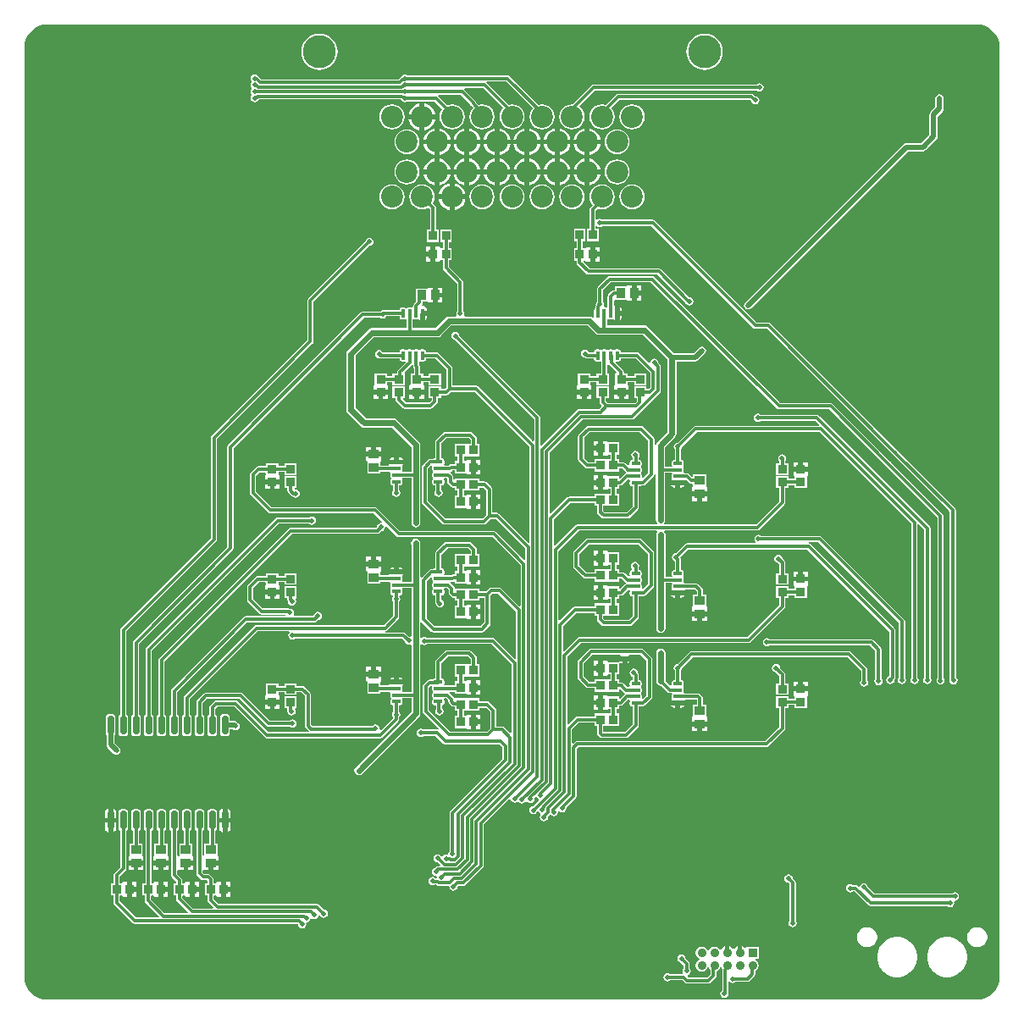
<source format=gbl>
G04*
G04 #@! TF.GenerationSoftware,Altium Limited,Altium Designer,20.0.13 (296)*
G04*
G04 Layer_Physical_Order=2*
G04 Layer_Color=16711680*
%FSLAX25Y25*%
%MOIN*%
G70*
G01*
G75*
%ADD11C,0.02362*%
G04:AMPARAMS|DCode=15|XSize=23.62mil|YSize=74.8mil|CornerRadius=5.91mil|HoleSize=0mil|Usage=FLASHONLY|Rotation=180.000|XOffset=0mil|YOffset=0mil|HoleType=Round|Shape=RoundedRectangle|*
%AMROUNDEDRECTD15*
21,1,0.02362,0.06299,0,0,180.0*
21,1,0.01181,0.07480,0,0,180.0*
1,1,0.01181,-0.00591,0.03150*
1,1,0.01181,0.00591,0.03150*
1,1,0.01181,0.00591,-0.03150*
1,1,0.01181,-0.00591,-0.03150*
%
%ADD15ROUNDEDRECTD15*%
%ADD19R,0.03740X0.03347*%
%ADD20R,0.03937X0.03543*%
%ADD21R,0.03543X0.03937*%
%ADD22R,0.03347X0.03740*%
%ADD53C,0.01181*%
%ADD54C,0.01968*%
%ADD58C,0.12992*%
%ADD59C,0.08661*%
%ADD60C,0.03543*%
%ADD61R,0.03543X0.03543*%
%ADD62C,0.02000*%
G04:AMPARAMS|DCode=63|XSize=16.54mil|YSize=35mil|CornerRadius=4.13mil|HoleSize=0mil|Usage=FLASHONLY|Rotation=90.000|XOffset=0mil|YOffset=0mil|HoleType=Round|Shape=RoundedRectangle|*
%AMROUNDEDRECTD63*
21,1,0.01654,0.02673,0,0,90.0*
21,1,0.00827,0.03500,0,0,90.0*
1,1,0.00827,0.01337,0.00413*
1,1,0.00827,0.01337,-0.00413*
1,1,0.00827,-0.01337,-0.00413*
1,1,0.00827,-0.01337,0.00413*
%
%ADD63ROUNDEDRECTD63*%
G04:AMPARAMS|DCode=64|XSize=16.54mil|YSize=35mil|CornerRadius=4.13mil|HoleSize=0mil|Usage=FLASHONLY|Rotation=180.000|XOffset=0mil|YOffset=0mil|HoleType=Round|Shape=RoundedRectangle|*
%AMROUNDEDRECTD64*
21,1,0.01654,0.02673,0,0,180.0*
21,1,0.00827,0.03500,0,0,180.0*
1,1,0.00827,-0.00413,0.01337*
1,1,0.00827,0.00413,0.01337*
1,1,0.00827,0.00413,-0.01337*
1,1,0.00827,-0.00413,-0.01337*
%
%ADD64ROUNDEDRECTD64*%
G36*
X379678Y386624D02*
X381336Y386121D01*
X382865Y385304D01*
X384205Y384205D01*
X385304Y382865D01*
X386121Y381336D01*
X386624Y379678D01*
X386786Y378031D01*
X386776Y377953D01*
Y11811D01*
X386786Y11732D01*
X386624Y10086D01*
X386121Y8428D01*
X385304Y6899D01*
X384205Y5559D01*
X382865Y4460D01*
X381336Y3643D01*
X379678Y3139D01*
X378031Y2977D01*
X377953Y2988D01*
X11811D01*
X11732Y2977D01*
X10086Y3139D01*
X8428Y3643D01*
X6899Y4460D01*
X5559Y5559D01*
X4460Y6899D01*
X3643Y8428D01*
X3139Y10086D01*
X2977Y11732D01*
X2988Y11811D01*
Y377953D01*
X2977Y378031D01*
X3139Y379678D01*
X3643Y381336D01*
X4460Y382865D01*
X5559Y384205D01*
X6899Y385304D01*
X8428Y386121D01*
X10086Y386624D01*
X11732Y386786D01*
X11811Y386776D01*
X377953D01*
X378031Y386786D01*
X379678Y386624D01*
D02*
G37*
%LPC*%
G36*
X270669Y383115D02*
X269278Y382978D01*
X267941Y382572D01*
X266708Y381913D01*
X265627Y381026D01*
X264741Y379946D01*
X264082Y378713D01*
X263676Y377375D01*
X263539Y375984D01*
X263676Y374593D01*
X264082Y373256D01*
X264741Y372023D01*
X265627Y370942D01*
X266708Y370056D01*
X267941Y369397D01*
X269278Y368991D01*
X270669Y368854D01*
X272060Y368991D01*
X273398Y369397D01*
X274631Y370056D01*
X275711Y370942D01*
X276598Y372023D01*
X277257Y373256D01*
X277663Y374593D01*
X277800Y375984D01*
X277663Y377375D01*
X277257Y378713D01*
X276598Y379946D01*
X275711Y381026D01*
X274631Y381913D01*
X273398Y382572D01*
X272060Y382978D01*
X270669Y383115D01*
D02*
G37*
G36*
X119095D02*
X117703Y382978D01*
X116366Y382572D01*
X115133Y381913D01*
X114052Y381026D01*
X113166Y379946D01*
X112507Y378713D01*
X112101Y377375D01*
X111964Y375984D01*
X112101Y374593D01*
X112507Y373256D01*
X113166Y372023D01*
X114052Y370942D01*
X115133Y370056D01*
X116366Y369397D01*
X117703Y368991D01*
X119095Y368854D01*
X120485Y368991D01*
X121823Y369397D01*
X123056Y370056D01*
X124136Y370942D01*
X125023Y372023D01*
X125682Y373256D01*
X126088Y374593D01*
X126225Y375984D01*
X126088Y377375D01*
X125682Y378713D01*
X125023Y379946D01*
X124136Y381026D01*
X123056Y381913D01*
X121823Y382572D01*
X120485Y382978D01*
X119095Y383115D01*
D02*
G37*
G36*
X152702Y367172D02*
X152078Y367047D01*
X151549Y366694D01*
X151195Y366164D01*
X151195Y366161D01*
X150937Y365989D01*
X150937Y365989D01*
X150080Y365132D01*
X96264D01*
X95154Y366242D01*
X95051Y366311D01*
X94795Y366694D01*
X94266Y367047D01*
X93642Y367172D01*
X93017Y367047D01*
X92488Y366694D01*
X92134Y366164D01*
X92010Y365540D01*
X92134Y364916D01*
X92488Y364387D01*
Y364094D01*
X92134Y363564D01*
X92010Y362940D01*
X92134Y362316D01*
X92488Y361787D01*
Y361494D01*
X92134Y360964D01*
X92010Y360340D01*
X92134Y359716D01*
X92488Y359187D01*
Y358894D01*
X92134Y358365D01*
X92010Y357740D01*
X92134Y357116D01*
X92488Y356587D01*
X93017Y356233D01*
X93642Y356109D01*
X94266Y356233D01*
X94795Y356587D01*
X95149Y357116D01*
X95149Y357119D01*
X95298Y357219D01*
X151010D01*
X151190Y357039D01*
X151190Y357038D01*
X151293Y356969D01*
X151549Y356587D01*
X152078Y356233D01*
X152702Y356109D01*
X153327Y356233D01*
X153766Y356526D01*
X164454D01*
X167451Y353530D01*
X166953Y352880D01*
X166456Y351681D01*
X166287Y350394D01*
X166456Y349107D01*
X166953Y347907D01*
X167743Y346877D01*
X168773Y346087D01*
X169973Y345590D01*
X171260Y345420D01*
X172547Y345590D01*
X173747Y346087D01*
X174776Y346877D01*
X175567Y347907D01*
X176064Y349107D01*
X176233Y350394D01*
X176064Y351681D01*
X175567Y352880D01*
X174776Y353910D01*
X173747Y354701D01*
X172547Y355198D01*
X171260Y355367D01*
X169973Y355198D01*
X169438Y354976D01*
X165815Y358598D01*
X165774Y358626D01*
X165926Y359126D01*
X174771D01*
X178473Y355424D01*
X178530Y355140D01*
X178793Y354746D01*
X179559Y353980D01*
X179554Y353910D01*
X178764Y352880D01*
X178267Y351681D01*
X178098Y350394D01*
X178267Y349107D01*
X178764Y347907D01*
X179554Y346877D01*
X180584Y346087D01*
X181784Y345590D01*
X183071Y345420D01*
X184358Y345590D01*
X185557Y346087D01*
X186588Y346877D01*
X187378Y347907D01*
X187875Y349107D01*
X188044Y350394D01*
X187875Y351681D01*
X187378Y352880D01*
X186588Y353910D01*
X185557Y354701D01*
X184358Y355198D01*
X183071Y355367D01*
X181784Y355198D01*
X181777Y355195D01*
X180829Y356143D01*
X180773Y356427D01*
X180509Y356821D01*
X180509Y356821D01*
X176132Y361198D01*
X176090Y361226D01*
X176242Y361726D01*
X183541D01*
X191361Y353906D01*
X190575Y352880D01*
X190078Y351681D01*
X189909Y350394D01*
X190078Y349107D01*
X190575Y347907D01*
X191365Y346877D01*
X192395Y346087D01*
X193595Y345590D01*
X194882Y345420D01*
X196169Y345590D01*
X197369Y346087D01*
X198398Y346877D01*
X199189Y347907D01*
X199686Y349107D01*
X199855Y350394D01*
X199686Y351681D01*
X199189Y352880D01*
X198398Y353910D01*
X197369Y354701D01*
X196169Y355198D01*
X194882Y355367D01*
X193595Y355198D01*
X193530Y355171D01*
X184902Y363798D01*
X184860Y363826D01*
X185012Y364326D01*
X192604D01*
X203108Y353822D01*
X202386Y352880D01*
X201889Y351681D01*
X201720Y350394D01*
X201889Y349107D01*
X202386Y347907D01*
X203176Y346877D01*
X204206Y346087D01*
X205406Y345590D01*
X206693Y345420D01*
X207980Y345590D01*
X209179Y346087D01*
X210209Y346877D01*
X211000Y347907D01*
X211497Y349107D01*
X211666Y350394D01*
X211497Y351681D01*
X211000Y352880D01*
X210209Y353910D01*
X209179Y354701D01*
X207980Y355198D01*
X206693Y355367D01*
X205406Y355198D01*
X205236Y355127D01*
X193965Y366399D01*
X193571Y366662D01*
X193107Y366754D01*
X193107Y366754D01*
X153766D01*
X153327Y367047D01*
X152702Y367172D01*
D02*
G37*
G36*
X292253Y363608D02*
X291629Y363484D01*
X291190Y363191D01*
X226935D01*
X226935Y363191D01*
X226470Y363098D01*
X226076Y362835D01*
X226076Y362835D01*
X218945Y355703D01*
X218702Y355341D01*
X218504Y355367D01*
X217217Y355198D01*
X216017Y354701D01*
X214987Y353910D01*
X214197Y352880D01*
X213700Y351681D01*
X213531Y350394D01*
X213700Y349107D01*
X214197Y347907D01*
X214987Y346877D01*
X216017Y346087D01*
X217217Y345590D01*
X218504Y345420D01*
X219791Y345590D01*
X220991Y346087D01*
X222021Y346877D01*
X222811Y347907D01*
X223308Y349107D01*
X223477Y350394D01*
X223308Y351681D01*
X222811Y352880D01*
X222021Y353910D01*
X221509Y354303D01*
X221476Y354802D01*
X227437Y360763D01*
X291190D01*
X291629Y360470D01*
X292253Y360346D01*
X292877Y360470D01*
X293407Y360823D01*
X293760Y361353D01*
X293884Y361977D01*
X293760Y362601D01*
X293407Y363130D01*
X292877Y363484D01*
X292253Y363608D01*
D02*
G37*
G36*
X289103Y359480D02*
X289103Y359480D01*
X236658D01*
X236194Y359387D01*
X235800Y359124D01*
X235800Y359124D01*
X231794Y355118D01*
X231602Y355198D01*
X230315Y355367D01*
X229028Y355198D01*
X227828Y354701D01*
X226798Y353910D01*
X226008Y352880D01*
X225511Y351681D01*
X225342Y350394D01*
X225511Y349107D01*
X226008Y347907D01*
X226798Y346877D01*
X227828Y346087D01*
X229028Y345590D01*
X230315Y345420D01*
X231602Y345590D01*
X232802Y346087D01*
X233832Y346877D01*
X234622Y347907D01*
X235119Y349107D01*
X235288Y350394D01*
X235119Y351681D01*
X234622Y352880D01*
X233913Y353804D01*
X237161Y357052D01*
X288600D01*
X289136Y356517D01*
X289184Y356276D01*
X289537Y355746D01*
X290067Y355393D01*
X290691Y355268D01*
X291315Y355393D01*
X291844Y355746D01*
X292198Y356276D01*
X292322Y356900D01*
X292198Y357524D01*
X291844Y358053D01*
X291315Y358407D01*
X290691Y358531D01*
X290577Y358508D01*
X289962Y359124D01*
X289568Y359387D01*
X289103Y359480D01*
D02*
G37*
G36*
X160433Y355641D02*
Y351378D01*
X164696D01*
X164642Y351785D01*
X164105Y353082D01*
X163251Y354196D01*
X162137Y355050D01*
X160840Y355587D01*
X160433Y355641D01*
D02*
G37*
G36*
X158465D02*
X158057Y355587D01*
X156761Y355050D01*
X155647Y354196D01*
X154792Y353082D01*
X154255Y351785D01*
X154202Y351378D01*
X158465D01*
Y355641D01*
D02*
G37*
G36*
X242126Y355367D02*
X240839Y355198D01*
X239639Y354701D01*
X238609Y353910D01*
X237819Y352880D01*
X237322Y351681D01*
X237153Y350394D01*
X237322Y349107D01*
X237819Y347907D01*
X238609Y346877D01*
X239639Y346087D01*
X240839Y345590D01*
X242126Y345420D01*
X243413Y345590D01*
X244613Y346087D01*
X245643Y346877D01*
X246433Y347907D01*
X246930Y349107D01*
X247099Y350394D01*
X246930Y351681D01*
X246433Y352880D01*
X245643Y353910D01*
X244613Y354701D01*
X243413Y355198D01*
X242126Y355367D01*
D02*
G37*
G36*
X147638D02*
X146351Y355198D01*
X145151Y354701D01*
X144121Y353910D01*
X143331Y352880D01*
X142834Y351681D01*
X142665Y350394D01*
X142834Y349107D01*
X143331Y347907D01*
X144121Y346877D01*
X145151Y346087D01*
X146351Y345590D01*
X147638Y345420D01*
X148925Y345590D01*
X150124Y346087D01*
X151154Y346877D01*
X151945Y347907D01*
X152442Y349107D01*
X152611Y350394D01*
X152442Y351681D01*
X151945Y352880D01*
X151154Y353910D01*
X150124Y354701D01*
X148925Y355198D01*
X147638Y355367D01*
D02*
G37*
G36*
X164696Y349409D02*
X160433D01*
Y345147D01*
X160840Y345200D01*
X162137Y345737D01*
X163251Y346592D01*
X164105Y347705D01*
X164642Y349002D01*
X164696Y349409D01*
D02*
G37*
G36*
X158465D02*
X154202D01*
X154255Y349002D01*
X154792Y347705D01*
X155647Y346592D01*
X156761Y345737D01*
X158057Y345200D01*
X158465Y345147D01*
Y349409D01*
D02*
G37*
G36*
X201772Y345798D02*
Y341535D01*
X206034D01*
X205981Y341943D01*
X205444Y343239D01*
X204589Y344353D01*
X203476Y345208D01*
X202179Y345745D01*
X201772Y345798D01*
D02*
G37*
G36*
X178150D02*
Y341535D01*
X182413D01*
X182359Y341943D01*
X181822Y343239D01*
X180967Y344353D01*
X179854Y345208D01*
X178557Y345745D01*
X178150Y345798D01*
D02*
G37*
G36*
X225394D02*
Y341535D01*
X229657D01*
X229603Y341943D01*
X229066Y343239D01*
X228211Y344353D01*
X227098Y345208D01*
X225801Y345745D01*
X225394Y345798D01*
D02*
G37*
G36*
X166339D02*
Y341535D01*
X170601D01*
X170548Y341943D01*
X170011Y343239D01*
X169156Y344353D01*
X168043Y345208D01*
X166746Y345745D01*
X166339Y345798D01*
D02*
G37*
G36*
X189961D02*
Y341535D01*
X194223D01*
X194170Y341943D01*
X193633Y343239D01*
X192778Y344353D01*
X191665Y345208D01*
X190368Y345745D01*
X189961Y345798D01*
D02*
G37*
G36*
X213583D02*
Y341535D01*
X217846D01*
X217792Y341943D01*
X217255Y343239D01*
X216400Y344353D01*
X215287Y345208D01*
X213990Y345745D01*
X213583Y345798D01*
D02*
G37*
G36*
X187992D02*
X187585Y345745D01*
X186288Y345208D01*
X185175Y344353D01*
X184320Y343239D01*
X183783Y341943D01*
X183729Y341535D01*
X187992D01*
Y345798D01*
D02*
G37*
G36*
X211614D02*
X211207Y345745D01*
X209910Y345208D01*
X208797Y344353D01*
X207942Y343239D01*
X207405Y341943D01*
X207351Y341535D01*
X211614D01*
Y345798D01*
D02*
G37*
G36*
X176181D02*
X175774Y345745D01*
X174477Y345208D01*
X173363Y344353D01*
X172509Y343239D01*
X171972Y341943D01*
X171918Y341535D01*
X176181D01*
Y345798D01*
D02*
G37*
G36*
X223425D02*
X223018Y345745D01*
X221721Y345208D01*
X220607Y344353D01*
X219753Y343239D01*
X219216Y341943D01*
X219162Y341535D01*
X223425D01*
Y345798D01*
D02*
G37*
G36*
X164370D02*
X163963Y345745D01*
X162666Y345208D01*
X161552Y344353D01*
X160698Y343239D01*
X160161Y341943D01*
X160107Y341535D01*
X164370D01*
Y345798D01*
D02*
G37*
G36*
X199803D02*
X199396Y345745D01*
X198099Y345208D01*
X196985Y344353D01*
X196131Y343239D01*
X195594Y341943D01*
X195540Y341535D01*
X199803D01*
Y345798D01*
D02*
G37*
G36*
X236221Y345524D02*
X234933Y345355D01*
X233734Y344858D01*
X232704Y344068D01*
X231913Y343038D01*
X231417Y341838D01*
X231247Y340551D01*
X231417Y339264D01*
X231913Y338065D01*
X232704Y337035D01*
X233734Y336244D01*
X234933Y335747D01*
X236221Y335578D01*
X237508Y335747D01*
X238707Y336244D01*
X239737Y337035D01*
X240527Y338065D01*
X241024Y339264D01*
X241194Y340551D01*
X241024Y341838D01*
X240527Y343038D01*
X239737Y344068D01*
X238707Y344858D01*
X237508Y345355D01*
X236221Y345524D01*
D02*
G37*
G36*
X153543D02*
X152256Y345355D01*
X151057Y344858D01*
X150027Y344068D01*
X149236Y343038D01*
X148740Y341838D01*
X148570Y340551D01*
X148740Y339264D01*
X149236Y338065D01*
X150027Y337035D01*
X151057Y336244D01*
X152256Y335747D01*
X153543Y335578D01*
X154831Y335747D01*
X156030Y336244D01*
X157060Y337035D01*
X157850Y338065D01*
X158347Y339264D01*
X158517Y340551D01*
X158347Y341838D01*
X157850Y343038D01*
X157060Y344068D01*
X156030Y344858D01*
X154831Y345355D01*
X153543Y345524D01*
D02*
G37*
G36*
X206034Y339567D02*
X201772D01*
Y335304D01*
X202179Y335358D01*
X203476Y335895D01*
X204589Y336749D01*
X205444Y337863D01*
X205981Y339160D01*
X206034Y339567D01*
D02*
G37*
G36*
X211614D02*
X207351D01*
X207405Y339160D01*
X207942Y337863D01*
X208797Y336749D01*
X209910Y335895D01*
X211207Y335358D01*
X211614Y335304D01*
Y339567D01*
D02*
G37*
G36*
X187992D02*
X183729D01*
X183783Y339160D01*
X184320Y337863D01*
X185175Y336749D01*
X186288Y335895D01*
X187585Y335358D01*
X187992Y335304D01*
Y339567D01*
D02*
G37*
G36*
X229657D02*
X225394D01*
Y335304D01*
X225801Y335358D01*
X227098Y335895D01*
X228211Y336749D01*
X229066Y337863D01*
X229603Y339160D01*
X229657Y339567D01*
D02*
G37*
G36*
X182413D02*
X178150D01*
Y335304D01*
X178557Y335358D01*
X179854Y335895D01*
X180967Y336749D01*
X181822Y337863D01*
X182359Y339160D01*
X182413Y339567D01*
D02*
G37*
G36*
X170601D02*
X166339D01*
Y335304D01*
X166746Y335358D01*
X168043Y335895D01*
X169156Y336749D01*
X170011Y337863D01*
X170548Y339160D01*
X170601Y339567D01*
D02*
G37*
G36*
X223425D02*
X219162D01*
X219216Y339160D01*
X219753Y337863D01*
X220607Y336749D01*
X221721Y335895D01*
X223018Y335358D01*
X223425Y335304D01*
Y339567D01*
D02*
G37*
G36*
X176181D02*
X171918D01*
X171972Y339160D01*
X172509Y337863D01*
X173363Y336749D01*
X174477Y335895D01*
X175774Y335358D01*
X176181Y335304D01*
Y339567D01*
D02*
G37*
G36*
X164370D02*
X160107D01*
X160161Y339160D01*
X160698Y337863D01*
X161552Y336749D01*
X162666Y335895D01*
X163963Y335358D01*
X164370Y335304D01*
Y339567D01*
D02*
G37*
G36*
X217846D02*
X213583D01*
Y335304D01*
X213990Y335358D01*
X215287Y335895D01*
X216400Y336749D01*
X217255Y337863D01*
X217792Y339160D01*
X217846Y339567D01*
D02*
G37*
G36*
X194223D02*
X189961D01*
Y335304D01*
X190368Y335358D01*
X191665Y335895D01*
X192778Y336749D01*
X193633Y337863D01*
X194170Y339160D01*
X194223Y339567D01*
D02*
G37*
G36*
X199803D02*
X195540D01*
X195594Y339160D01*
X196131Y337863D01*
X196985Y336749D01*
X198099Y335895D01*
X199396Y335358D01*
X199803Y335304D01*
Y339567D01*
D02*
G37*
G36*
X201772Y333987D02*
Y329724D01*
X206034D01*
X205981Y330132D01*
X205444Y331429D01*
X204589Y332542D01*
X203476Y333397D01*
X202179Y333934D01*
X201772Y333987D01*
D02*
G37*
G36*
X178150D02*
Y329724D01*
X182413D01*
X182359Y330132D01*
X181822Y331429D01*
X180967Y332542D01*
X179854Y333397D01*
X178557Y333934D01*
X178150Y333987D01*
D02*
G37*
G36*
X225394D02*
Y329724D01*
X229657D01*
X229603Y330132D01*
X229066Y331429D01*
X228211Y332542D01*
X227098Y333397D01*
X225801Y333934D01*
X225394Y333987D01*
D02*
G37*
G36*
X166339D02*
Y329724D01*
X170601D01*
X170548Y330132D01*
X170011Y331429D01*
X169156Y332542D01*
X168043Y333397D01*
X166746Y333934D01*
X166339Y333987D01*
D02*
G37*
G36*
X189961D02*
Y329724D01*
X194223D01*
X194170Y330132D01*
X193633Y331429D01*
X192778Y332542D01*
X191665Y333397D01*
X190368Y333934D01*
X189961Y333987D01*
D02*
G37*
G36*
X213583D02*
Y329724D01*
X217846D01*
X217792Y330132D01*
X217255Y331429D01*
X216400Y332542D01*
X215287Y333397D01*
X213990Y333934D01*
X213583Y333987D01*
D02*
G37*
G36*
X187992D02*
X187585Y333934D01*
X186288Y333397D01*
X185175Y332542D01*
X184320Y331429D01*
X183783Y330132D01*
X183729Y329724D01*
X187992D01*
Y333987D01*
D02*
G37*
G36*
X211614D02*
X211207Y333934D01*
X209910Y333397D01*
X208797Y332542D01*
X207942Y331429D01*
X207405Y330132D01*
X207351Y329724D01*
X211614D01*
Y333987D01*
D02*
G37*
G36*
X176181D02*
X175774Y333934D01*
X174477Y333397D01*
X173363Y332542D01*
X172509Y331429D01*
X171972Y330132D01*
X171918Y329724D01*
X176181D01*
Y333987D01*
D02*
G37*
G36*
X223425D02*
X223018Y333934D01*
X221721Y333397D01*
X220607Y332542D01*
X219753Y331429D01*
X219216Y330132D01*
X219162Y329724D01*
X223425D01*
Y333987D01*
D02*
G37*
G36*
X164370D02*
X163963Y333934D01*
X162666Y333397D01*
X161552Y332542D01*
X160698Y331429D01*
X160161Y330132D01*
X160107Y329724D01*
X164370D01*
Y333987D01*
D02*
G37*
G36*
X199803D02*
X199396Y333934D01*
X198099Y333397D01*
X196985Y332542D01*
X196131Y331429D01*
X195594Y330132D01*
X195540Y329724D01*
X199803D01*
Y333987D01*
D02*
G37*
G36*
X236221Y333713D02*
X234933Y333544D01*
X233734Y333047D01*
X232704Y332257D01*
X231913Y331227D01*
X231417Y330027D01*
X231247Y328740D01*
X231417Y327453D01*
X231913Y326254D01*
X232704Y325223D01*
X233734Y324433D01*
X234933Y323936D01*
X236221Y323767D01*
X237508Y323936D01*
X238707Y324433D01*
X239737Y325223D01*
X240527Y326254D01*
X241024Y327453D01*
X241194Y328740D01*
X241024Y330027D01*
X240527Y331227D01*
X239737Y332257D01*
X238707Y333047D01*
X237508Y333544D01*
X236221Y333713D01*
D02*
G37*
G36*
X153543D02*
X152256Y333544D01*
X151057Y333047D01*
X150027Y332257D01*
X149236Y331227D01*
X148740Y330027D01*
X148570Y328740D01*
X148740Y327453D01*
X149236Y326254D01*
X150027Y325223D01*
X151057Y324433D01*
X152256Y323936D01*
X153543Y323767D01*
X154831Y323936D01*
X156030Y324433D01*
X157060Y325223D01*
X157850Y326254D01*
X158347Y327453D01*
X158517Y328740D01*
X158347Y330027D01*
X157850Y331227D01*
X157060Y332257D01*
X156030Y333047D01*
X154831Y333544D01*
X153543Y333713D01*
D02*
G37*
G36*
X206034Y327756D02*
X201772D01*
Y323493D01*
X202179Y323547D01*
X203476Y324084D01*
X204589Y324938D01*
X205444Y326052D01*
X205981Y327349D01*
X206034Y327756D01*
D02*
G37*
G36*
X211614D02*
X207351D01*
X207405Y327349D01*
X207942Y326052D01*
X208797Y324938D01*
X209910Y324084D01*
X211207Y323547D01*
X211614Y323493D01*
Y327756D01*
D02*
G37*
G36*
X187992D02*
X183729D01*
X183783Y327349D01*
X184320Y326052D01*
X185175Y324938D01*
X186288Y324084D01*
X187585Y323547D01*
X187992Y323493D01*
Y327756D01*
D02*
G37*
G36*
X229657D02*
X225394D01*
Y323493D01*
X225801Y323547D01*
X227098Y324084D01*
X228211Y324938D01*
X229066Y326052D01*
X229603Y327349D01*
X229657Y327756D01*
D02*
G37*
G36*
X182413D02*
X178150D01*
Y323493D01*
X178557Y323547D01*
X179854Y324084D01*
X180967Y324938D01*
X181822Y326052D01*
X182359Y327349D01*
X182413Y327756D01*
D02*
G37*
G36*
X170601D02*
X166339D01*
Y323493D01*
X166746Y323547D01*
X168043Y324084D01*
X169156Y324938D01*
X170011Y326052D01*
X170548Y327349D01*
X170601Y327756D01*
D02*
G37*
G36*
X223425D02*
X219162D01*
X219216Y327349D01*
X219753Y326052D01*
X220607Y324938D01*
X221721Y324084D01*
X223018Y323547D01*
X223425Y323493D01*
Y327756D01*
D02*
G37*
G36*
X176181D02*
X171918D01*
X171972Y327349D01*
X172509Y326052D01*
X173363Y324938D01*
X174477Y324084D01*
X175774Y323547D01*
X176181Y323493D01*
Y327756D01*
D02*
G37*
G36*
X164370D02*
X160107D01*
X160161Y327349D01*
X160698Y326052D01*
X161552Y324938D01*
X162666Y324084D01*
X163963Y323547D01*
X164370Y323493D01*
Y327756D01*
D02*
G37*
G36*
X217846D02*
X213583D01*
Y323493D01*
X213990Y323547D01*
X215287Y324084D01*
X216400Y324938D01*
X217255Y326052D01*
X217792Y327349D01*
X217846Y327756D01*
D02*
G37*
G36*
X194223D02*
X189961D01*
Y323493D01*
X190368Y323547D01*
X191665Y324084D01*
X192778Y324938D01*
X193633Y326052D01*
X194170Y327349D01*
X194223Y327756D01*
D02*
G37*
G36*
X199803D02*
X195540D01*
X195594Y327349D01*
X196131Y326052D01*
X196985Y324938D01*
X198099Y324084D01*
X199396Y323547D01*
X199803Y323493D01*
Y327756D01*
D02*
G37*
G36*
X172244Y324145D02*
Y319882D01*
X176507D01*
X176453Y320289D01*
X175916Y321586D01*
X175062Y322699D01*
X173948Y323554D01*
X172651Y324091D01*
X172244Y324145D01*
D02*
G37*
G36*
X170276D02*
X169868Y324091D01*
X168571Y323554D01*
X167458Y322699D01*
X166604Y321586D01*
X166066Y320289D01*
X166013Y319882D01*
X170276D01*
Y324145D01*
D02*
G37*
G36*
X242126Y323871D02*
X240839Y323701D01*
X239639Y323205D01*
X238609Y322414D01*
X237819Y321384D01*
X237322Y320185D01*
X237153Y318898D01*
X237322Y317611D01*
X237819Y316411D01*
X238609Y315381D01*
X239639Y314591D01*
X240839Y314094D01*
X242126Y313924D01*
X243413Y314094D01*
X244613Y314591D01*
X245643Y315381D01*
X246433Y316411D01*
X246930Y317611D01*
X247099Y318898D01*
X246930Y320185D01*
X246433Y321384D01*
X245643Y322414D01*
X244613Y323205D01*
X243413Y323701D01*
X242126Y323871D01*
D02*
G37*
G36*
X230315D02*
X229028Y323701D01*
X227828Y323205D01*
X226798Y322414D01*
X226008Y321384D01*
X225511Y320185D01*
X225342Y318898D01*
X225511Y317611D01*
X226008Y316411D01*
X226611Y315626D01*
X225784Y314799D01*
X225521Y314405D01*
X225428Y313941D01*
X225428Y313941D01*
Y306477D01*
X224369D01*
Y301537D01*
X228915D01*
Y306477D01*
X227856D01*
Y307224D01*
X227909Y307269D01*
X228356Y307445D01*
X228748Y307183D01*
X229373Y307059D01*
X229997Y307183D01*
X230436Y307476D01*
X249776D01*
X289792Y267460D01*
X289792Y267460D01*
X290186Y267197D01*
X290650Y267105D01*
X295261D01*
X344684Y217682D01*
X344684Y217682D01*
X367200Y195166D01*
Y129462D01*
X367087Y129292D01*
X366962Y128668D01*
X367087Y128043D01*
X367440Y127514D01*
X367969Y127161D01*
X368594Y127036D01*
X369218Y127161D01*
X369747Y127514D01*
X370101Y128043D01*
X370225Y128668D01*
X370101Y129292D01*
X369747Y129821D01*
X369628Y129901D01*
Y195668D01*
X369535Y196133D01*
X369272Y196527D01*
X369272Y196527D01*
X346606Y219193D01*
X346469Y219398D01*
X346264Y219535D01*
X296622Y269177D01*
X296228Y269440D01*
X295764Y269533D01*
X295764Y269533D01*
X291153D01*
X251137Y309548D01*
X250744Y309811D01*
X250279Y309904D01*
X250279Y309904D01*
X230436D01*
X229997Y310197D01*
X229373Y310321D01*
X228748Y310197D01*
X228356Y309935D01*
X227909Y310111D01*
X227856Y310156D01*
Y313438D01*
X228663Y314245D01*
X229028Y314094D01*
X230315Y313924D01*
X231602Y314094D01*
X232802Y314591D01*
X233832Y315381D01*
X234622Y316411D01*
X235119Y317611D01*
X235288Y318898D01*
X235119Y320185D01*
X234622Y321384D01*
X233832Y322414D01*
X232802Y323205D01*
X231602Y323701D01*
X230315Y323871D01*
D02*
G37*
G36*
X218504D02*
X217217Y323701D01*
X216017Y323205D01*
X214987Y322414D01*
X214197Y321384D01*
X213700Y320185D01*
X213531Y318898D01*
X213700Y317611D01*
X214197Y316411D01*
X214987Y315381D01*
X216017Y314591D01*
X217217Y314094D01*
X218504Y313924D01*
X219791Y314094D01*
X220991Y314591D01*
X222021Y315381D01*
X222811Y316411D01*
X223308Y317611D01*
X223477Y318898D01*
X223308Y320185D01*
X222811Y321384D01*
X222021Y322414D01*
X220991Y323205D01*
X219791Y323701D01*
X218504Y323871D01*
D02*
G37*
G36*
X206693D02*
X205406Y323701D01*
X204206Y323205D01*
X203176Y322414D01*
X202386Y321384D01*
X201889Y320185D01*
X201720Y318898D01*
X201889Y317611D01*
X202386Y316411D01*
X203176Y315381D01*
X204206Y314591D01*
X205406Y314094D01*
X206693Y313924D01*
X207980Y314094D01*
X209179Y314591D01*
X210209Y315381D01*
X211000Y316411D01*
X211497Y317611D01*
X211666Y318898D01*
X211497Y320185D01*
X211000Y321384D01*
X210209Y322414D01*
X209179Y323205D01*
X207980Y323701D01*
X206693Y323871D01*
D02*
G37*
G36*
X194882D02*
X193595Y323701D01*
X192395Y323205D01*
X191365Y322414D01*
X190575Y321384D01*
X190078Y320185D01*
X189909Y318898D01*
X190078Y317611D01*
X190575Y316411D01*
X191365Y315381D01*
X192395Y314591D01*
X193595Y314094D01*
X194882Y313924D01*
X196169Y314094D01*
X197369Y314591D01*
X198398Y315381D01*
X199189Y316411D01*
X199686Y317611D01*
X199855Y318898D01*
X199686Y320185D01*
X199189Y321384D01*
X198398Y322414D01*
X197369Y323205D01*
X196169Y323701D01*
X194882Y323871D01*
D02*
G37*
G36*
X183071D02*
X181784Y323701D01*
X180584Y323205D01*
X179554Y322414D01*
X178764Y321384D01*
X178267Y320185D01*
X178098Y318898D01*
X178267Y317611D01*
X178764Y316411D01*
X179554Y315381D01*
X180584Y314591D01*
X181784Y314094D01*
X183071Y313924D01*
X184358Y314094D01*
X185557Y314591D01*
X186588Y315381D01*
X187378Y316411D01*
X187875Y317611D01*
X188044Y318898D01*
X187875Y320185D01*
X187378Y321384D01*
X186588Y322414D01*
X185557Y323205D01*
X184358Y323701D01*
X183071Y323871D01*
D02*
G37*
G36*
X147638D02*
X146351Y323701D01*
X145151Y323205D01*
X144121Y322414D01*
X143331Y321384D01*
X142834Y320185D01*
X142665Y318898D01*
X142834Y317611D01*
X143331Y316411D01*
X144121Y315381D01*
X145151Y314591D01*
X146351Y314094D01*
X147638Y313924D01*
X148925Y314094D01*
X150124Y314591D01*
X151154Y315381D01*
X151945Y316411D01*
X152442Y317611D01*
X152611Y318898D01*
X152442Y320185D01*
X151945Y321384D01*
X151154Y322414D01*
X150124Y323205D01*
X148925Y323701D01*
X147638Y323871D01*
D02*
G37*
G36*
X176507Y317913D02*
X172244D01*
Y313650D01*
X172651Y313704D01*
X173948Y314241D01*
X175062Y315096D01*
X175916Y316209D01*
X176453Y317506D01*
X176507Y317913D01*
D02*
G37*
G36*
X170276D02*
X166013D01*
X166066Y317506D01*
X166604Y316209D01*
X167458Y315096D01*
X168571Y314241D01*
X169868Y313704D01*
X170276Y313650D01*
Y317913D01*
D02*
G37*
G36*
X159449Y323871D02*
X158162Y323701D01*
X156962Y323205D01*
X155932Y322414D01*
X155142Y321384D01*
X154645Y320185D01*
X154475Y318898D01*
X154645Y317611D01*
X155142Y316411D01*
X155932Y315381D01*
X156962Y314591D01*
X158162Y314094D01*
X159449Y313924D01*
X160736Y314094D01*
X161935Y314591D01*
X161994Y314636D01*
X162586Y314044D01*
Y306058D01*
X161527D01*
Y301118D01*
X166073D01*
Y306058D01*
X165014D01*
Y314547D01*
X164921Y315011D01*
X164658Y315405D01*
X164658Y315405D01*
X163711Y316352D01*
X163756Y316411D01*
X164253Y317611D01*
X164422Y318898D01*
X164253Y320185D01*
X163756Y321384D01*
X162965Y322414D01*
X161935Y323205D01*
X160736Y323701D01*
X159449Y323871D01*
D02*
G37*
G36*
X171191Y306058D02*
X166645D01*
Y301118D01*
X167712D01*
Y299185D01*
X167358Y298832D01*
X166730Y298832D01*
X166489Y299232D01*
X166419Y299232D01*
X166419Y299232D01*
X164800D01*
Y296362D01*
X163815D01*
D01*
X164800D01*
Y293492D01*
X166419D01*
X166419Y293492D01*
X166489D01*
X166730Y293892D01*
X166989Y293892D01*
X167720D01*
Y290934D01*
X167720Y290934D01*
X167812Y290469D01*
X168075Y290075D01*
X173307Y284844D01*
Y274145D01*
X173014Y273706D01*
X172889Y273081D01*
X173014Y272457D01*
X173087Y272347D01*
X172820Y271847D01*
X170123D01*
X169428Y271709D01*
X168839Y271315D01*
X164863Y267338D01*
X155772D01*
Y270586D01*
X156272Y270854D01*
X156309Y270829D01*
X156704Y270751D01*
X157531D01*
X157926Y270829D01*
X158243Y270766D01*
X158244Y270765D01*
X158692Y270465D01*
Y273120D01*
X159677D01*
Y274105D01*
X161531D01*
Y274457D01*
X161421Y275009D01*
X161109Y275476D01*
X160641Y275788D01*
X160090Y275898D01*
X159547D01*
X159355Y276286D01*
X159331Y276398D01*
X159576Y276764D01*
X159669Y277229D01*
Y277644D01*
X161627Y277644D01*
X161869Y277244D01*
X161939Y277244D01*
X161939Y277244D01*
X163656D01*
Y280213D01*
Y283182D01*
X161939D01*
X161939Y283182D01*
X161869D01*
X161627Y282782D01*
X161369Y282782D01*
X156954D01*
Y277644D01*
X156954Y277644D01*
X156954D01*
X156742Y277233D01*
X156259Y276750D01*
X155996Y276356D01*
X155903Y275892D01*
X155903Y275892D01*
Y275655D01*
X155403Y275387D01*
X155367Y275412D01*
X154972Y275490D01*
X154145D01*
X153750Y275412D01*
X153414Y275188D01*
X153143D01*
X152808Y275412D01*
X152413Y275490D01*
X151586D01*
X151190Y275412D01*
X150855Y275188D01*
X150631Y274852D01*
X150553Y274457D01*
Y274334D01*
X144719D01*
X144719Y274334D01*
X144254Y274242D01*
X144230Y274226D01*
X144014Y274269D01*
X143390Y274145D01*
X142951Y273851D01*
X136152D01*
X135687Y273759D01*
X135293Y273496D01*
X135293Y273496D01*
X83170Y221373D01*
X82907Y220979D01*
X82815Y220514D01*
X82815Y220514D01*
Y181057D01*
X46059Y144301D01*
X45796Y143907D01*
X45704Y143443D01*
X45704Y143443D01*
Y115128D01*
X45469Y114971D01*
X45206Y114577D01*
X45113Y114112D01*
Y107813D01*
X45206Y107348D01*
X45469Y106955D01*
X45862Y106692D01*
X46327Y106599D01*
X47508D01*
X47973Y106692D01*
X48366Y106955D01*
X48630Y107348D01*
X48722Y107813D01*
Y114112D01*
X48630Y114577D01*
X48366Y114971D01*
X48131Y115128D01*
Y142940D01*
X84887Y179696D01*
X85150Y180089D01*
X85242Y180554D01*
X85242Y180554D01*
Y220012D01*
X136654Y271424D01*
X142951D01*
X143390Y271130D01*
X144014Y271006D01*
X144639Y271130D01*
X145168Y271484D01*
X145450Y271907D01*
X150553D01*
Y271784D01*
X150631Y271389D01*
X150855Y271053D01*
X151190Y270829D01*
X151586Y270751D01*
X152413D01*
X152808Y270829D01*
X152845Y270854D01*
X153345Y270586D01*
Y267338D01*
X139754D01*
X139059Y267200D01*
X138470Y266807D01*
X130137Y258473D01*
X129743Y257884D01*
X129605Y257189D01*
Y235196D01*
X129743Y234501D01*
X130137Y233911D01*
X135446Y228602D01*
X136036Y228208D01*
X136731Y228070D01*
X147656D01*
X155239Y220487D01*
Y210648D01*
X151831D01*
X151564Y211148D01*
X151588Y211184D01*
X151667Y211579D01*
Y212406D01*
X151588Y212802D01*
X151652Y213119D01*
X151653Y213120D01*
X151952Y213568D01*
X149297D01*
X146528D01*
X146328Y213207D01*
X143071D01*
X143071Y214756D01*
X143471Y214998D01*
X143471Y215068D01*
X143471Y215068D01*
Y216785D01*
X140503D01*
X137534D01*
Y215068D01*
X137534Y215068D01*
Y214998D01*
X137934Y214756D01*
X137934Y214498D01*
Y210083D01*
X143071D01*
Y210779D01*
X146763D01*
X147030Y210279D01*
X147006Y210243D01*
X146927Y209847D01*
Y209020D01*
X147006Y208625D01*
X147230Y208290D01*
Y208019D01*
X147006Y207683D01*
X146927Y207288D01*
Y206461D01*
X147006Y206066D01*
X147230Y205731D01*
X147565Y205507D01*
X147961Y205428D01*
X148083D01*
Y203525D01*
X147808Y203113D01*
X147684Y202488D01*
X147808Y201864D01*
X148161Y201335D01*
X148691Y200981D01*
X149315Y200857D01*
X149939Y200981D01*
X150469Y201335D01*
X150822Y201864D01*
X150946Y202488D01*
X150822Y203113D01*
X150511Y203578D01*
Y205428D01*
X150634D01*
X151029Y205507D01*
X151364Y205731D01*
X151588Y206066D01*
X151667Y206461D01*
Y207288D01*
X151588Y207683D01*
X151564Y207720D01*
X151831Y208220D01*
X155239D01*
Y190601D01*
X155377Y189906D01*
X155771Y189317D01*
X156360Y188924D01*
X157055Y188785D01*
X157750Y188924D01*
X158339Y189317D01*
X158733Y189906D01*
X158871Y190601D01*
Y209302D01*
Y221239D01*
X158733Y221934D01*
X158339Y222523D01*
X149692Y231170D01*
X149103Y231564D01*
X148408Y231702D01*
X137483D01*
X133237Y235948D01*
Y256437D01*
X140506Y263707D01*
X165615D01*
X166310Y263845D01*
X166899Y264238D01*
X170875Y268215D01*
X224604D01*
X227567Y265253D01*
X228156Y264859D01*
X228851Y264721D01*
X246323D01*
X256038Y255006D01*
Y226512D01*
X251986Y222460D01*
X251592Y221870D01*
X251465Y221234D01*
X250965Y221283D01*
Y223439D01*
X250873Y223903D01*
X250610Y224297D01*
X250610Y224297D01*
X246564Y228343D01*
X246170Y228606D01*
X245706Y228698D01*
X245706Y228698D01*
X224918D01*
X224918Y228698D01*
X224453Y228606D01*
X224059Y228343D01*
X224059Y228343D01*
X221186Y225470D01*
X220923Y225076D01*
X220831Y224611D01*
X220831Y224611D01*
Y215623D01*
X220831Y215623D01*
X220923Y215158D01*
X221186Y214764D01*
X223576Y212375D01*
X223576Y212375D01*
X223970Y212112D01*
X224434Y212020D01*
X227379D01*
Y210764D01*
X231925D01*
Y215704D01*
X227379D01*
Y214447D01*
X224937D01*
X223259Y216126D01*
Y224109D01*
X225420Y226270D01*
X245203D01*
X248537Y222936D01*
Y210225D01*
X246370Y208057D01*
X245909Y208303D01*
X245943Y208474D01*
Y209301D01*
X245864Y209696D01*
X245793Y209803D01*
X245682Y210167D01*
X245793Y210531D01*
X245864Y210637D01*
X245943Y211033D01*
Y211860D01*
X245864Y212255D01*
X245640Y212590D01*
Y212861D01*
X245864Y213197D01*
X245943Y213592D01*
Y214419D01*
X245864Y214814D01*
X245640Y215149D01*
X245305Y215373D01*
X244910Y215452D01*
X244787D01*
Y216380D01*
X244957Y216635D01*
X245081Y217259D01*
X244957Y217883D01*
X244603Y218412D01*
X244074Y218766D01*
X243450Y218890D01*
X242826Y218766D01*
X242296Y218412D01*
X241943Y217883D01*
X241819Y217259D01*
X241943Y216635D01*
X242296Y216106D01*
X242359Y216064D01*
Y215452D01*
X242236D01*
X241841Y215373D01*
X241506Y215149D01*
X241282Y214814D01*
X241203Y214419D01*
Y213592D01*
X241203Y213591D01*
X240836Y213033D01*
X240657Y213006D01*
X239496Y214166D01*
X239102Y214430D01*
X238638Y214522D01*
X238638Y214522D01*
X237043D01*
Y215704D01*
X235984D01*
Y217518D01*
X237043D01*
Y222458D01*
X232567Y222458D01*
X232325Y222858D01*
X232255Y222858D01*
X232255Y222858D01*
X230636D01*
Y219988D01*
Y217118D01*
X232255D01*
X232255Y217118D01*
X232325D01*
X232567Y217518D01*
X232825Y217518D01*
X233556D01*
Y215704D01*
X232497D01*
Y210764D01*
X237043D01*
Y212094D01*
X238135D01*
X239641Y210588D01*
X239641Y210588D01*
X239682Y210561D01*
X239576Y210030D01*
X239468Y210009D01*
X239074Y209746D01*
X239074Y209746D01*
X237505Y208177D01*
X237043Y208368D01*
Y208949D01*
X232567Y208949D01*
X232325Y209349D01*
X232255Y209349D01*
X232255Y209349D01*
X230636D01*
Y206479D01*
Y203609D01*
X232255D01*
X232255Y203609D01*
X232325D01*
X232567Y204009D01*
X232825Y204009D01*
X233556D01*
Y202195D01*
X232497D01*
Y197255D01*
X237043D01*
Y202195D01*
X235984D01*
Y204009D01*
X237043D01*
Y205266D01*
X237524D01*
X237524Y205265D01*
X237989Y205358D01*
X238383Y205621D01*
X240435Y207673D01*
X241039D01*
X241306Y207173D01*
X241282Y207137D01*
X241203Y206742D01*
Y205915D01*
X241282Y205519D01*
X241506Y205184D01*
X241841Y204960D01*
X242236Y204882D01*
X242359D01*
Y197200D01*
X239921Y194762D01*
X231442D01*
X230866Y195338D01*
Y197255D01*
X231925D01*
Y202195D01*
X227379D01*
Y200939D01*
X217363D01*
X216899Y200847D01*
X216505Y200584D01*
X216505Y200584D01*
X210026Y194105D01*
X209564Y194296D01*
Y218195D01*
X222584Y231215D01*
X242088D01*
X242088Y231215D01*
X242553Y231307D01*
X242947Y231570D01*
X253124Y241747D01*
X253387Y242141D01*
X253479Y242605D01*
X253479Y242606D01*
Y252199D01*
X253387Y252663D01*
X253124Y253057D01*
X253124Y253057D01*
X252493Y253688D01*
X252390Y254206D01*
X252036Y254735D01*
X251507Y255088D01*
X250883Y255213D01*
X250258Y255088D01*
X249729Y254735D01*
X249376Y254206D01*
X249291Y253779D01*
X248780Y253583D01*
X244963Y257400D01*
X244569Y257663D01*
X244105Y257756D01*
X244104Y257756D01*
X237721D01*
Y257878D01*
X237642Y258274D01*
X237418Y258609D01*
X237083Y258833D01*
X236688Y258912D01*
X235861D01*
X235465Y258833D01*
X235130Y258609D01*
X234859D01*
X234524Y258833D01*
X234128Y258912D01*
X233302D01*
X232906Y258833D01*
X232800Y258762D01*
X232436Y258650D01*
X232072Y258762D01*
X231965Y258833D01*
X231570Y258912D01*
X230743D01*
X230347Y258833D01*
X230012Y258609D01*
X229741D01*
X229406Y258833D01*
X229010Y258912D01*
X228184D01*
X227788Y258833D01*
X227453Y258609D01*
X227229Y258274D01*
X227150Y257878D01*
Y257756D01*
X225103D01*
X225092Y257811D01*
X224738Y258341D01*
X224209Y258694D01*
X223585Y258818D01*
X222960Y258694D01*
X222431Y258341D01*
X222077Y257811D01*
X221953Y257187D01*
X222077Y256563D01*
X222431Y256033D01*
X222960Y255680D01*
X223553Y255562D01*
X223765Y255420D01*
X224230Y255328D01*
X224230Y255328D01*
X227150D01*
Y255205D01*
X227229Y254810D01*
X227453Y254474D01*
X227788Y254251D01*
X228184Y254172D01*
X229010D01*
X229406Y254251D01*
X229442Y254275D01*
X229942Y254008D01*
Y249420D01*
X228164D01*
Y248361D01*
X225742D01*
Y249420D01*
X220801D01*
X220801Y244944D01*
X220401Y244702D01*
X220401Y244633D01*
X220401Y244633D01*
Y243013D01*
X226142D01*
Y244633D01*
X226142Y244633D01*
Y244702D01*
X225742Y244944D01*
X225742Y245202D01*
Y245933D01*
X228164D01*
Y244874D01*
X233104D01*
Y249420D01*
X232370D01*
Y252737D01*
X232470Y252819D01*
X233093Y252786D01*
X235997Y249882D01*
X235806Y249420D01*
X235527D01*
X235527Y244944D01*
X235127Y244702D01*
X235127Y244633D01*
X235127Y244633D01*
Y243013D01*
X240867D01*
Y244633D01*
X240867Y244633D01*
Y244702D01*
X240468Y244944D01*
X240468Y245202D01*
Y245933D01*
X242890D01*
Y244874D01*
X247831D01*
Y249420D01*
X242890D01*
Y248361D01*
X240468D01*
Y249420D01*
X238907D01*
Y249903D01*
X238907Y249903D01*
X238815Y250368D01*
X238551Y250762D01*
X235599Y253714D01*
X235845Y254175D01*
X235861Y254172D01*
X236688D01*
X237083Y254251D01*
X237418Y254474D01*
X237642Y254810D01*
X237721Y255205D01*
Y255328D01*
X243602D01*
X249270Y249659D01*
Y243961D01*
X248552Y243243D01*
X247831D01*
Y244302D01*
X242890D01*
Y239756D01*
X243943D01*
Y238518D01*
X243292Y237867D01*
X232580D01*
X231848Y238599D01*
Y239756D01*
X233104D01*
Y244302D01*
X228164D01*
Y239756D01*
X229421D01*
Y238097D01*
X229421Y238097D01*
X229513Y237632D01*
X229776Y237238D01*
X230111Y236904D01*
Y236404D01*
X229131Y235424D01*
X221343D01*
X221343Y235424D01*
X220879Y235331D01*
X220485Y235068D01*
X220485Y235068D01*
X206464Y221047D01*
X206002Y221239D01*
Y231975D01*
X205910Y232440D01*
X205646Y232834D01*
X205646Y232834D01*
X174181Y264299D01*
X174078Y264817D01*
X173724Y265346D01*
X173195Y265700D01*
X172571Y265824D01*
X171947Y265700D01*
X171417Y265346D01*
X171064Y264817D01*
X170940Y264193D01*
X171064Y263568D01*
X171417Y263039D01*
X171947Y262685D01*
X172464Y262582D01*
X203574Y231472D01*
Y222985D01*
X203112Y222794D01*
X181632Y244274D01*
X181238Y244537D01*
X180774Y244629D01*
X180774Y244629D01*
X171511D01*
Y251474D01*
X171511Y251474D01*
X171418Y251938D01*
X171155Y252332D01*
X171155Y252332D01*
X166087Y257400D01*
X165693Y257663D01*
X165229Y257756D01*
X165229Y257756D01*
X161123D01*
Y257878D01*
X161044Y258274D01*
X160820Y258609D01*
X160485Y258833D01*
X160090Y258912D01*
X159263D01*
X158868Y258833D01*
X158533Y258609D01*
X158261D01*
X157926Y258833D01*
X157531Y258912D01*
X156704D01*
X156309Y258833D01*
X156202Y258762D01*
X155838Y258650D01*
X155474Y258762D01*
X155367Y258833D01*
X154972Y258912D01*
X154145D01*
X153750Y258833D01*
X153414Y258609D01*
X153143D01*
X152808Y258833D01*
X152413Y258912D01*
X151586D01*
X151190Y258833D01*
X150855Y258609D01*
X150631Y258274D01*
X150553Y257878D01*
Y257756D01*
X144031D01*
X143733Y258202D01*
X143204Y258556D01*
X142579Y258680D01*
X141955Y258556D01*
X141426Y258202D01*
X141072Y257673D01*
X140948Y257049D01*
X141072Y256425D01*
X141426Y255895D01*
X141955Y255542D01*
X142579Y255417D01*
X142615Y255425D01*
X142622Y255420D01*
X143087Y255328D01*
X143087Y255328D01*
X150553D01*
Y255205D01*
X150631Y254810D01*
X150855Y254474D01*
X151190Y254251D01*
X151586Y254172D01*
X152413D01*
X152772Y254243D01*
X152802Y254221D01*
X152944Y253708D01*
X149995Y250759D01*
X149731Y250365D01*
X149639Y249900D01*
X149639Y249900D01*
Y249420D01*
X147844D01*
Y248361D01*
X145686D01*
Y249420D01*
X140745D01*
X140745Y244944D01*
X140345Y244702D01*
X140345Y244633D01*
X140345Y244633D01*
Y243013D01*
X146086D01*
Y244633D01*
X146086Y244633D01*
Y244702D01*
X145686Y244944D01*
X145686Y245202D01*
Y245933D01*
X147844D01*
Y244874D01*
X152784D01*
Y249420D01*
X152743D01*
X152552Y249882D01*
X155403Y252734D01*
X155460Y252732D01*
X155903Y252576D01*
Y252344D01*
X155903Y252344D01*
X155996Y251879D01*
X156259Y251485D01*
X156269Y251476D01*
Y249420D01*
X154943D01*
X154943Y244944D01*
X154543Y244702D01*
X154543Y244633D01*
X154543Y244633D01*
Y243013D01*
X160283D01*
Y244633D01*
X160283Y244633D01*
Y244702D01*
X159883Y244944D01*
X159883Y245202D01*
Y245933D01*
X162042D01*
Y244874D01*
X166982D01*
Y249420D01*
X162042D01*
Y248361D01*
X159883D01*
Y249420D01*
X158696D01*
Y251979D01*
X158696Y251979D01*
X158604Y252443D01*
X158341Y252837D01*
X158341Y252837D01*
X158331Y252847D01*
Y254008D01*
X158831Y254275D01*
X158868Y254251D01*
X159263Y254172D01*
X160090D01*
X160485Y254251D01*
X160820Y254474D01*
X161044Y254810D01*
X161123Y255205D01*
Y255328D01*
X164726D01*
X169083Y250971D01*
Y243918D01*
X168407Y243243D01*
X166982D01*
Y244302D01*
X162042D01*
Y239756D01*
X163298D01*
Y238999D01*
X162224Y237925D01*
X153283D01*
X151952Y239256D01*
X152159Y239756D01*
X152784D01*
Y244302D01*
X147844D01*
Y239756D01*
X149100D01*
Y239177D01*
X149100Y239176D01*
X149193Y238712D01*
X149456Y238318D01*
X151921Y235853D01*
X151922Y235853D01*
X152315Y235589D01*
X152780Y235497D01*
X162727D01*
X162727Y235497D01*
X163191Y235589D01*
X163585Y235853D01*
X165370Y237638D01*
X165370Y237638D01*
X165634Y238032D01*
X165726Y238496D01*
X165726Y238496D01*
Y239756D01*
X166982D01*
Y240815D01*
X168910D01*
X168910Y240815D01*
X169375Y240908D01*
X169769Y241171D01*
X170800Y242202D01*
X180271D01*
X201793Y220679D01*
Y182905D01*
X201331Y182714D01*
X189848Y194197D01*
X189454Y194460D01*
X188990Y194552D01*
X188990Y194552D01*
X187162D01*
Y203815D01*
X187162Y203815D01*
X187070Y204280D01*
X186807Y204674D01*
X184915Y206565D01*
X184521Y206828D01*
X184057Y206921D01*
X184057Y206921D01*
X182070D01*
Y208177D01*
X177524D01*
Y203237D01*
X182070D01*
Y204493D01*
X183554D01*
X184735Y203312D01*
Y193841D01*
X183293Y192400D01*
X168750D01*
X161825Y199325D01*
Y212035D01*
X162900Y213111D01*
X163169Y213078D01*
X163236Y213033D01*
X163538Y212567D01*
X163506Y212406D01*
Y211579D01*
X163585Y211184D01*
X163656Y211077D01*
X163767Y210713D01*
X163656Y210349D01*
X163585Y210243D01*
X163506Y209847D01*
Y209020D01*
X163585Y208625D01*
X163809Y208290D01*
Y208019D01*
X163585Y207683D01*
X163506Y207288D01*
Y206461D01*
X163585Y206066D01*
X163809Y205731D01*
X164144Y205507D01*
X164539Y205428D01*
X164662D01*
Y203494D01*
X164408Y203114D01*
X164284Y202489D01*
X164408Y201865D01*
X164762Y201336D01*
X165291Y200982D01*
X165915Y200858D01*
X166540Y200982D01*
X167069Y201336D01*
X167422Y201865D01*
X167547Y202489D01*
X167422Y203114D01*
X167090Y203611D01*
Y205428D01*
X167213D01*
X167608Y205507D01*
X167943Y205731D01*
X168167Y206066D01*
X168246Y206461D01*
Y207288D01*
X168167Y207683D01*
X168143Y207720D01*
X168410Y208220D01*
X169209D01*
X169375Y208054D01*
Y206829D01*
X169375Y206829D01*
X169467Y206364D01*
X169731Y205971D01*
X170853Y204849D01*
X170853Y204849D01*
X171246Y204586D01*
X171711Y204493D01*
X171711Y204493D01*
X172406D01*
Y203237D01*
X173465D01*
Y201423D01*
X172406D01*
Y196483D01*
X176882Y196483D01*
X177124Y196083D01*
X177193Y196083D01*
X177193Y196083D01*
X178813D01*
Y198953D01*
Y201823D01*
X177193D01*
X177193Y201823D01*
X177124D01*
X176882Y201423D01*
X176624Y201423D01*
X175893D01*
Y203237D01*
X176952D01*
Y208177D01*
X172406D01*
Y207926D01*
X171906Y207659D01*
X171803Y207728D01*
Y208557D01*
X171711Y209021D01*
X171447Y209415D01*
X171447Y209415D01*
X170570Y210292D01*
X170564Y210296D01*
X170669Y210827D01*
X170892Y210871D01*
X171286Y211135D01*
X171398Y211247D01*
X172406D01*
Y209991D01*
X176882Y209991D01*
X177124Y209591D01*
X177193Y209591D01*
X177193Y209591D01*
X178813D01*
Y212461D01*
Y215331D01*
X177193D01*
X177193Y215331D01*
X177124D01*
X176882Y214931D01*
X176624Y214931D01*
X175893D01*
Y216745D01*
X176952D01*
Y221685D01*
X172406D01*
Y216745D01*
X173465D01*
Y214931D01*
X172406D01*
Y213675D01*
X170896D01*
X170431Y213583D01*
X170037Y213319D01*
X170037Y213319D01*
X169924Y213207D01*
X168410D01*
X168143Y213707D01*
X168167Y213743D01*
X168246Y214139D01*
Y214965D01*
X168167Y215361D01*
X167943Y215696D01*
X167608Y215920D01*
X167213Y215999D01*
X167090D01*
Y221978D01*
X169070Y223958D01*
X178001D01*
X178583Y223376D01*
Y221685D01*
X177524D01*
Y216745D01*
X182070D01*
Y221685D01*
X181011D01*
Y223879D01*
X181011Y223879D01*
X180918Y224344D01*
X180655Y224738D01*
X180655Y224738D01*
X179362Y226030D01*
X178968Y226294D01*
X178504Y226386D01*
X178504Y226386D01*
X168567D01*
X168567Y226386D01*
X168102Y226294D01*
X167709Y226030D01*
X167708Y226030D01*
X165018Y223340D01*
X164754Y222946D01*
X164662Y222481D01*
X164662Y222481D01*
Y215999D01*
X164539D01*
X164144Y215920D01*
X163913Y215766D01*
X162625D01*
X162625Y215766D01*
X162160Y215673D01*
X161766Y215410D01*
X161766Y215410D01*
X159752Y213396D01*
X159489Y213002D01*
X159397Y212538D01*
X159397Y212538D01*
Y198822D01*
X159397Y198822D01*
X159489Y198358D01*
X159752Y197964D01*
X167389Y190327D01*
X167389Y190327D01*
X167783Y190064D01*
X168247Y189972D01*
X183796D01*
X183796Y189972D01*
X184260Y190064D01*
X184654Y190327D01*
X186451Y192125D01*
X188487D01*
X200012Y180599D01*
Y176223D01*
X199550Y176031D01*
X188419Y187162D01*
X188025Y187426D01*
X187561Y187518D01*
X187561Y187518D01*
X150728D01*
X141749Y196497D01*
X141355Y196760D01*
X140891Y196852D01*
X140891Y196852D01*
X100284D01*
X94206Y202931D01*
Y209091D01*
X95639Y210524D01*
X97712D01*
X98065Y210170D01*
X98065Y209534D01*
X97665Y209293D01*
X97665Y209223D01*
X97665Y209223D01*
Y207604D01*
X103406D01*
Y209223D01*
X103406Y209223D01*
Y209293D01*
X103006Y209534D01*
X103006Y209793D01*
Y210552D01*
X105215D01*
Y209520D01*
X110155D01*
Y214067D01*
X105215D01*
Y212979D01*
X103006D01*
Y214011D01*
X98065D01*
Y212952D01*
X95136D01*
X95136Y212952D01*
X94671Y212859D01*
X94277Y212596D01*
X94277Y212596D01*
X92134Y210452D01*
X91870Y210058D01*
X91778Y209594D01*
X91778Y209594D01*
Y202428D01*
X91778Y202428D01*
X91870Y201964D01*
X92134Y201570D01*
X98923Y194780D01*
X98923Y194780D01*
X99317Y194517D01*
X99782Y194425D01*
X140388D01*
X143763Y191050D01*
X143516Y190589D01*
X143369Y190618D01*
X142745Y190494D01*
X142216Y190140D01*
X141862Y189611D01*
X141759Y189093D01*
X141387Y188721D01*
X107836D01*
X107836Y188721D01*
X107371Y188629D01*
X106977Y188365D01*
X56059Y137447D01*
X55796Y137053D01*
X55704Y136589D01*
X55704Y136589D01*
Y115128D01*
X55469Y114971D01*
X55206Y114577D01*
X55113Y114112D01*
Y107813D01*
X55206Y107348D01*
X55469Y106955D01*
X55862Y106692D01*
X56327Y106599D01*
X57508D01*
X57973Y106692D01*
X58366Y106955D01*
X58630Y107348D01*
X58722Y107813D01*
Y114112D01*
X58630Y114577D01*
X58366Y114971D01*
X58131Y115128D01*
Y136086D01*
X108338Y186293D01*
X141890D01*
X141890Y186293D01*
X142354Y186386D01*
X142748Y186649D01*
X143476Y187377D01*
X143994Y187480D01*
X144523Y187833D01*
X144877Y188363D01*
X145001Y188987D01*
X144972Y189134D01*
X145432Y189380D01*
X149367Y185446D01*
X149367Y185446D01*
X149760Y185183D01*
X150225Y185090D01*
X150225Y185090D01*
X187058D01*
X198231Y173917D01*
Y158070D01*
X197769Y157878D01*
X190840Y164807D01*
X190446Y165070D01*
X189982Y165163D01*
X189982Y165163D01*
X186666D01*
X186666Y165163D01*
X186202Y165070D01*
X185808Y164807D01*
X185808Y164807D01*
X184614Y163614D01*
X182070D01*
Y164870D01*
X177524D01*
Y159930D01*
X182070D01*
Y161186D01*
X183903D01*
Y151400D01*
X182393Y149890D01*
X164424D01*
X161231Y153083D01*
Y167587D01*
X163059Y169416D01*
X163520Y169169D01*
X163506Y169099D01*
Y168272D01*
X163585Y167877D01*
X163656Y167770D01*
X163767Y167406D01*
X163656Y167042D01*
X163585Y166936D01*
X163506Y166540D01*
Y165713D01*
X163585Y165318D01*
X163809Y164983D01*
Y164712D01*
X163585Y164376D01*
X163506Y163981D01*
Y163154D01*
X163585Y162759D01*
X163809Y162424D01*
X164144Y162200D01*
X164539Y162121D01*
X164662D01*
Y159509D01*
X164662Y159509D01*
X164754Y159044D01*
X164905Y158819D01*
X165022Y158231D01*
X165375Y157702D01*
X165905Y157349D01*
X166529Y157224D01*
X167153Y157349D01*
X167683Y157702D01*
X168036Y158231D01*
X168160Y158856D01*
X168036Y159480D01*
X167683Y160009D01*
X167153Y160363D01*
X167090Y160375D01*
Y162121D01*
X167213D01*
X167608Y162200D01*
X167943Y162424D01*
X168167Y162759D01*
X168246Y163154D01*
Y163981D01*
X168167Y164376D01*
X168143Y164413D01*
X168410Y164913D01*
X169257D01*
X169938Y164232D01*
Y163092D01*
X169938Y163092D01*
X170030Y162627D01*
X170293Y162233D01*
X170985Y161542D01*
X170985Y161542D01*
X171379Y161278D01*
X171844Y161186D01*
X171844Y161186D01*
X172406D01*
Y159930D01*
X173465D01*
Y158116D01*
X172406D01*
Y153176D01*
X176882Y153176D01*
X177124Y152776D01*
X177193Y152776D01*
X177193Y152776D01*
X178813D01*
Y155646D01*
Y158516D01*
X177193D01*
X177193Y158516D01*
X177124D01*
X176882Y158116D01*
X176624Y158116D01*
X175893D01*
Y159930D01*
X176952D01*
Y164870D01*
X172810D01*
X172406Y164870D01*
X172273Y165199D01*
X172010Y165593D01*
X172010Y165593D01*
X170631Y166972D01*
X170633Y167028D01*
X170790Y167472D01*
X171454D01*
X171455Y167472D01*
X171906Y167562D01*
X171920Y167564D01*
X172406Y167288D01*
Y166684D01*
X176882Y166684D01*
X177124Y166284D01*
X177193Y166284D01*
X177193Y166284D01*
X178813D01*
Y169154D01*
Y172024D01*
X177193D01*
X177193Y172024D01*
X177124D01*
X176882Y171624D01*
X176624Y171624D01*
X175893D01*
Y173438D01*
X176952D01*
Y178378D01*
X172406D01*
Y173438D01*
X173465D01*
Y171624D01*
X172406D01*
Y170368D01*
X171923D01*
X171923Y170368D01*
X171458Y170276D01*
X171065Y170012D01*
X171064Y170012D01*
X170952Y169900D01*
X168410D01*
X168143Y170400D01*
X168167Y170436D01*
X168246Y170831D01*
Y171658D01*
X168167Y172054D01*
X167943Y172389D01*
X167608Y172613D01*
X167213Y172691D01*
X167090D01*
Y178109D01*
X169559Y180578D01*
X177671D01*
X178583Y179666D01*
Y178378D01*
X177524D01*
Y173438D01*
X182070D01*
Y178378D01*
X181011D01*
Y180168D01*
X181011Y180168D01*
X180918Y180633D01*
X180655Y181027D01*
X180655Y181027D01*
X179032Y182650D01*
X178638Y182913D01*
X178173Y183006D01*
X178173Y183006D01*
X169056D01*
X169056Y183006D01*
X168591Y182913D01*
X168198Y182650D01*
X165018Y179470D01*
X164754Y179076D01*
X164662Y178612D01*
X164662Y178612D01*
Y172691D01*
X164539D01*
X164144Y172613D01*
X163913Y172459D01*
X163172D01*
X163172Y172459D01*
X162707Y172366D01*
X162313Y172103D01*
X162313Y172103D01*
X159371Y169161D01*
X158871Y169368D01*
Y182411D01*
X158733Y183106D01*
X158339Y183695D01*
X158187Y183846D01*
X157598Y184240D01*
X156903Y184378D01*
X156208Y184240D01*
X155619Y183846D01*
X155226Y183257D01*
X155087Y182562D01*
X155226Y181867D01*
X155239Y181847D01*
Y167341D01*
X151831D01*
X151564Y167841D01*
X151588Y167877D01*
X151667Y168272D01*
Y169099D01*
X151588Y169494D01*
X151652Y169811D01*
X151653Y169812D01*
X151952Y170261D01*
X149297D01*
X146528D01*
X146328Y169900D01*
X143071D01*
X143071Y171449D01*
X143471Y171691D01*
X143471Y171760D01*
X143471Y171760D01*
Y173478D01*
X140503D01*
X137534D01*
Y171760D01*
X137534Y171760D01*
Y171691D01*
X137934Y171449D01*
X137934Y171191D01*
Y166776D01*
X143071D01*
Y167472D01*
X146763D01*
X147030Y166972D01*
X147006Y166936D01*
X146927Y166540D01*
Y165713D01*
X147006Y165318D01*
X147077Y165211D01*
X147189Y164847D01*
X147077Y164483D01*
X147006Y164376D01*
X146927Y163981D01*
Y163154D01*
X147006Y162759D01*
X147230Y162424D01*
X147565Y162200D01*
X147961Y162121D01*
X147974D01*
X148072Y161621D01*
X147790Y161200D01*
X147666Y160575D01*
X147790Y159951D01*
X148083Y159512D01*
Y154079D01*
X144390Y150386D01*
X94301D01*
X93837Y150293D01*
X93443Y150030D01*
X93443Y150030D01*
X66059Y122646D01*
X65796Y122252D01*
X65704Y121788D01*
X65704Y121788D01*
Y115128D01*
X65469Y114971D01*
X65206Y114577D01*
X65113Y114112D01*
Y107813D01*
X65206Y107348D01*
X65469Y106955D01*
X65862Y106692D01*
X66327Y106599D01*
X67508D01*
X67973Y106692D01*
X68366Y106955D01*
X68629Y107348D01*
X68722Y107813D01*
Y114112D01*
X68629Y114577D01*
X68366Y114971D01*
X68131Y115128D01*
Y121285D01*
X94804Y147958D01*
X107193D01*
X107345Y147458D01*
X107308Y147433D01*
X106954Y146904D01*
X106830Y146279D01*
X106954Y145655D01*
X107308Y145126D01*
X107837Y144772D01*
X108461Y144648D01*
X109085Y144772D01*
X109524Y145065D01*
X151679D01*
X152610Y144134D01*
X152713Y143617D01*
X153066Y143087D01*
X153595Y142734D01*
X154220Y142610D01*
X154739Y142713D01*
X155239Y142442D01*
Y124033D01*
X151831D01*
X151564Y124533D01*
X151588Y124570D01*
X151667Y124965D01*
Y125792D01*
X151588Y126187D01*
X151652Y126504D01*
X151653Y126505D01*
X151952Y126953D01*
X149297D01*
X146528D01*
X146328Y126593D01*
X143071D01*
X143071Y128142D01*
X143471Y128384D01*
X143471Y128453D01*
X143471Y128453D01*
Y130171D01*
X140503D01*
X137534D01*
Y128453D01*
X137534Y128453D01*
Y128384D01*
X137934Y128142D01*
X137934Y127884D01*
Y123469D01*
X143071D01*
Y124165D01*
X146763D01*
X147030Y123665D01*
X147006Y123628D01*
X146927Y123233D01*
Y122406D01*
X147006Y122011D01*
X147230Y121676D01*
Y121405D01*
X147006Y121069D01*
X146927Y120674D01*
Y119847D01*
X147006Y119452D01*
X147230Y119116D01*
X147565Y118893D01*
X147961Y118814D01*
X148087D01*
Y116230D01*
X147798Y115797D01*
X147674Y115173D01*
X147798Y114549D01*
X148091Y114110D01*
Y113862D01*
X143258Y109029D01*
X143130Y109041D01*
X142728Y109583D01*
X142744Y109666D01*
X142620Y110290D01*
X142266Y110819D01*
X141737Y111173D01*
X141113Y111297D01*
X140489Y111173D01*
X139959Y110819D01*
X139898Y110728D01*
X116353D01*
X115850Y111230D01*
Y123018D01*
X115850Y123018D01*
X115758Y123482D01*
X115494Y123876D01*
X115494Y123876D01*
X113333Y126037D01*
X112939Y126301D01*
X112475Y126393D01*
X112475Y126393D01*
X110155D01*
Y127452D01*
X105215D01*
Y126365D01*
X103006D01*
Y127397D01*
X98065D01*
X98065Y122920D01*
X97665Y122679D01*
X97665Y122609D01*
X97665Y122609D01*
Y120990D01*
X103406D01*
Y122609D01*
X103406Y122609D01*
Y122679D01*
X103006Y122920D01*
X103006Y123179D01*
Y123937D01*
X105215D01*
Y122906D01*
X110155D01*
Y123965D01*
X111972D01*
X113422Y122515D01*
Y110728D01*
X113422Y110728D01*
X113514Y110263D01*
X113778Y109869D01*
X114891Y108756D01*
X114778Y108360D01*
X114703Y108256D01*
X98986D01*
X86928Y120315D01*
X86534Y120578D01*
X86070Y120670D01*
X86070Y120670D01*
X78478D01*
X78478Y120670D01*
X78013Y120578D01*
X77619Y120315D01*
X77619Y120315D01*
X76059Y118754D01*
X75796Y118360D01*
X75704Y117896D01*
X75704Y117896D01*
Y115128D01*
X75469Y114971D01*
X75205Y114577D01*
X75113Y114112D01*
Y107813D01*
X75205Y107348D01*
X75469Y106955D01*
X75862Y106692D01*
X76327Y106599D01*
X77508D01*
X77973Y106692D01*
X78366Y106955D01*
X78629Y107348D01*
X78722Y107813D01*
Y114112D01*
X78629Y114577D01*
X78366Y114971D01*
X78131Y115128D01*
Y117393D01*
X78980Y118242D01*
X85567D01*
X97625Y106184D01*
X97625Y106184D01*
X98019Y105921D01*
X98484Y105828D01*
X98484Y105828D01*
X142988D01*
X142989Y105828D01*
X143453Y105921D01*
X143847Y106184D01*
X150164Y112501D01*
X150164Y112501D01*
X150427Y112895D01*
X150519Y113359D01*
X150519Y113359D01*
Y114110D01*
X150813Y114549D01*
X150937Y115173D01*
X150813Y115797D01*
X150515Y116242D01*
Y118814D01*
X150634D01*
X151029Y118893D01*
X151364Y119116D01*
X151588Y119452D01*
X151667Y119847D01*
Y120674D01*
X151588Y121069D01*
X151564Y121106D01*
X151831Y121606D01*
X155239D01*
Y116323D01*
X133400Y94484D01*
X133007Y93895D01*
X132868Y93200D01*
X133007Y92505D01*
X133400Y91916D01*
X133989Y91522D01*
X134684Y91384D01*
X135379Y91522D01*
X135968Y91916D01*
X158339Y114286D01*
X158733Y114875D01*
X158871Y115570D01*
Y122958D01*
Y142705D01*
X159049Y142826D01*
X159371Y142927D01*
X159812Y142632D01*
X160436Y142508D01*
X161061Y142632D01*
X161500Y142925D01*
X186737D01*
X194669Y134993D01*
Y107960D01*
X194207Y107768D01*
X191898Y110077D01*
X191505Y110340D01*
X191040Y110432D01*
X191040Y110432D01*
X188690D01*
Y116749D01*
X188690Y116749D01*
X188597Y117214D01*
X188334Y117607D01*
X188334Y117607D01*
X185991Y119951D01*
X185597Y120214D01*
X185132Y120307D01*
X185132Y120307D01*
X182070D01*
Y121563D01*
X177524D01*
Y116623D01*
X182070D01*
Y117879D01*
X184629D01*
X186262Y116246D01*
Y109721D01*
X185019Y108478D01*
X171439D01*
X171150Y108535D01*
X171150Y108535D01*
X170560D01*
X162131Y116965D01*
Y125732D01*
X162799Y126399D01*
X163227Y126362D01*
X163533Y125926D01*
X163506Y125792D01*
Y124965D01*
X163585Y124570D01*
X163656Y124463D01*
X163767Y124099D01*
X163656Y123735D01*
X163585Y123628D01*
X163506Y123233D01*
Y122406D01*
X163585Y122011D01*
X163809Y121676D01*
Y121405D01*
X163585Y121069D01*
X163506Y120674D01*
Y119847D01*
X163585Y119452D01*
X163809Y119116D01*
X164144Y118893D01*
X164539Y118814D01*
X164882D01*
Y117282D01*
X164745Y117078D01*
X164621Y116453D01*
X164745Y115829D01*
X165099Y115300D01*
X165628Y114946D01*
X166252Y114822D01*
X166877Y114946D01*
X167406Y115300D01*
X167760Y115829D01*
X167884Y116453D01*
X167760Y117078D01*
X167406Y117607D01*
X167309Y117671D01*
Y118833D01*
X167608Y118893D01*
X167943Y119116D01*
X168167Y119452D01*
X168246Y119847D01*
Y120674D01*
X168167Y121069D01*
X168143Y121106D01*
X168410Y121606D01*
X168980D01*
X169250Y121336D01*
X169250Y121336D01*
X169878Y120707D01*
Y120229D01*
X169878Y120229D01*
X169971Y119765D01*
X170234Y119371D01*
X170926Y118679D01*
X170926Y118679D01*
X171320Y118416D01*
X171784Y118323D01*
X171784Y118324D01*
X172406D01*
Y116623D01*
X173465D01*
Y114809D01*
X172406D01*
Y109869D01*
X176882Y109869D01*
X177124Y109469D01*
X177193Y109469D01*
X177193Y109469D01*
X178813D01*
Y112339D01*
Y115209D01*
X177193D01*
X177193Y115209D01*
X177124D01*
X176882Y114809D01*
X176624Y114809D01*
X175893D01*
Y116623D01*
X176952D01*
Y121563D01*
X172406Y121563D01*
X172052Y121917D01*
X171951Y122069D01*
X171951Y122069D01*
X170967Y123053D01*
X170967Y123053D01*
X170354Y123665D01*
X170357Y123721D01*
X170513Y124165D01*
X172406D01*
Y123377D01*
X176882Y123377D01*
X177124Y122977D01*
X177193Y122977D01*
X177193Y122977D01*
X178813D01*
Y125847D01*
Y128717D01*
X177193D01*
X177193Y128717D01*
X177124D01*
X176882Y128317D01*
X176624Y128317D01*
X175893D01*
Y130131D01*
X176952D01*
Y135071D01*
X172406D01*
Y130131D01*
X173465D01*
Y128317D01*
X172406D01*
Y126593D01*
X168410D01*
X168143Y127093D01*
X168167Y127129D01*
X168246Y127524D01*
Y128351D01*
X168167Y128746D01*
X167943Y129082D01*
X167608Y129306D01*
X167213Y129384D01*
X167090D01*
Y135381D01*
X169821Y138112D01*
X177450D01*
X178583Y136979D01*
Y135071D01*
X177524D01*
Y130131D01*
X182070D01*
Y135071D01*
X181011D01*
Y137481D01*
X181011Y137482D01*
X180918Y137946D01*
X180655Y138340D01*
X178811Y140184D01*
X178417Y140447D01*
X177953Y140540D01*
X177953Y140540D01*
X169318D01*
X168853Y140447D01*
X168460Y140184D01*
X168459Y140184D01*
X165018Y136742D01*
X164754Y136348D01*
X164662Y135884D01*
X164662Y135884D01*
Y129384D01*
X164539D01*
X164144Y129306D01*
X163809Y129082D01*
X163716Y128943D01*
X162412D01*
X162412Y128943D01*
X161947Y128851D01*
X161554Y128587D01*
X161553Y128587D01*
X160059Y127093D01*
X159796Y126699D01*
X159703Y126234D01*
X159703Y126234D01*
Y116462D01*
X159703Y116462D01*
X159796Y115997D01*
X160059Y115603D01*
X166096Y109566D01*
X165842Y109167D01*
X165810Y109145D01*
X165366Y109234D01*
X165366Y109234D01*
X160077D01*
X159638Y109527D01*
X159013Y109651D01*
X158389Y109527D01*
X157860Y109173D01*
X157506Y108644D01*
X157382Y108020D01*
X157506Y107395D01*
X157860Y106866D01*
X158389Y106512D01*
X159013Y106388D01*
X159638Y106512D01*
X160077Y106806D01*
X164864D01*
X167869Y103800D01*
X167869Y103800D01*
X168263Y103537D01*
X168728Y103445D01*
X168728Y103445D01*
X189916D01*
X191107Y102254D01*
Y97775D01*
X170631Y77298D01*
X170367Y76905D01*
X170275Y76440D01*
X170275Y76440D01*
Y61442D01*
X169982Y61003D01*
X169877Y60477D01*
X169809Y60349D01*
X169403Y60100D01*
X169027Y60175D01*
X168402Y60051D01*
X167873Y59697D01*
X167645Y59356D01*
X167623Y59348D01*
X167087Y59360D01*
X166846Y59720D01*
X166316Y60074D01*
X165692Y60198D01*
X165068Y60074D01*
X164539Y59720D01*
X164185Y59191D01*
X164061Y58567D01*
X164185Y57942D01*
X164539Y57413D01*
X165068Y57060D01*
X165586Y56957D01*
X166629Y55913D01*
X166438Y55451D01*
X165621D01*
X165621Y55451D01*
X165157Y55359D01*
X164763Y55096D01*
X164763Y55096D01*
X164501Y54833D01*
X164328Y54799D01*
X163799Y54445D01*
X163445Y53916D01*
X163321Y53292D01*
X163445Y52668D01*
X163799Y52138D01*
X164328Y51785D01*
X164952Y51661D01*
X165089Y51688D01*
X165515Y51263D01*
X165487Y51122D01*
X165266Y50853D01*
X164750Y50852D01*
X164221Y51206D01*
X163596Y51330D01*
X162972Y51206D01*
X162443Y50852D01*
X162089Y50323D01*
X161965Y49698D01*
X162089Y49074D01*
X162443Y48545D01*
X162972Y48191D01*
X163596Y48067D01*
X164221Y48191D01*
X164425Y48328D01*
X165098D01*
X165352Y48074D01*
X165352Y48074D01*
X165746Y47811D01*
X166211Y47718D01*
X166211Y47718D01*
X169774D01*
X170223Y47412D01*
X170255Y47251D01*
X170347Y46788D01*
X170701Y46258D01*
X171230Y45905D01*
X171854Y45781D01*
X172478Y45905D01*
X173008Y46258D01*
X173361Y46788D01*
X173464Y47305D01*
X173839Y47680D01*
X175696D01*
X175696Y47680D01*
X176161Y47773D01*
X176555Y48036D01*
X183443Y54924D01*
X183443Y54924D01*
X183706Y55318D01*
X183799Y55783D01*
Y71920D01*
X193923Y82045D01*
X194438Y81853D01*
X194521Y81435D01*
X194875Y80906D01*
X195404Y80553D01*
X196028Y80428D01*
X196653Y80553D01*
X197182Y80906D01*
X197489D01*
X197683Y80616D01*
X198212Y80263D01*
X198837Y80138D01*
X199461Y80263D01*
X199990Y80616D01*
X200284Y81056D01*
X200650Y81125D01*
X200847Y81112D01*
X201019Y80855D01*
X201549Y80501D01*
X202173Y80377D01*
X202797Y80501D01*
X203326Y80855D01*
X203680Y81384D01*
X203804Y82008D01*
X203722Y82420D01*
X204053Y82751D01*
X204613Y82603D01*
X204883Y82199D01*
X205287Y81929D01*
X205435Y81370D01*
X203212Y79147D01*
X202694Y79044D01*
X202165Y78691D01*
X201811Y78161D01*
X201687Y77537D01*
X201811Y76913D01*
X202165Y76384D01*
X202694Y76030D01*
X203318Y75906D01*
X203943Y76030D01*
X204472Y76384D01*
X204826Y76913D01*
X205351Y76994D01*
X205573Y76663D01*
X205972Y76396D01*
X206107Y76201D01*
X206125Y75795D01*
X205901Y75458D01*
X205776Y74834D01*
X205901Y74210D01*
X206254Y73681D01*
X206783Y73327D01*
X207408Y73203D01*
X208032Y73327D01*
X208561Y73681D01*
X208915Y74210D01*
X209039Y74834D01*
X209016Y74948D01*
X209737Y75668D01*
X210175Y75625D01*
X210704Y75271D01*
X211329Y75147D01*
X211953Y75271D01*
X212482Y75625D01*
X212836Y76154D01*
X212960Y76779D01*
X212896Y77099D01*
X213367Y77294D01*
X213513Y77077D01*
X214042Y76723D01*
X214666Y76599D01*
X215290Y76723D01*
X215820Y77077D01*
X216173Y77606D01*
X216297Y78230D01*
X216215Y78642D01*
X219895Y82322D01*
X219895Y82322D01*
X220159Y82716D01*
X220251Y83180D01*
X220251Y83180D01*
Y101655D01*
X220941Y102345D01*
X295040D01*
X295040Y102345D01*
X295504Y102438D01*
X295898Y102701D01*
X302159Y108961D01*
X302422Y109355D01*
X302514Y109820D01*
X302514Y109820D01*
Y117801D01*
X303770D01*
Y118888D01*
X305980D01*
Y117856D01*
X310920D01*
X310920Y122333D01*
X311320Y122574D01*
X311320Y122644D01*
X311320Y122644D01*
Y124264D01*
X308450D01*
X305580D01*
Y122644D01*
X305580Y122644D01*
Y122574D01*
X305980Y122333D01*
X305980Y122074D01*
Y121316D01*
X303770D01*
Y122347D01*
X298830D01*
Y117801D01*
X300086D01*
Y110323D01*
X294537Y104773D01*
X220439D01*
X220439Y104773D01*
X219974Y104681D01*
X219580Y104418D01*
X218932Y103769D01*
X218470Y103961D01*
Y109248D01*
X221119Y111897D01*
X227379D01*
Y110641D01*
X228438D01*
Y107836D01*
X228438Y107836D01*
X228531Y107372D01*
X228794Y106978D01*
X229485Y106286D01*
X229486Y106286D01*
X229879Y106023D01*
X230344Y105930D01*
X230344Y105930D01*
X239764D01*
X239764Y105930D01*
X240229Y106023D01*
X240623Y106286D01*
X244431Y110094D01*
X244431Y110094D01*
X244694Y110488D01*
X244787Y110953D01*
X244787Y110953D01*
Y118267D01*
X244910D01*
X245305Y118346D01*
X245535Y118500D01*
X246435D01*
X246435Y118500D01*
X246900Y118593D01*
X247293Y118856D01*
X249771Y121333D01*
X249771Y121333D01*
X250034Y121727D01*
X250127Y122192D01*
Y136926D01*
X250034Y137390D01*
X249771Y137784D01*
X249771Y137784D01*
X246766Y140789D01*
X246372Y141052D01*
X245908Y141145D01*
X245908Y141145D01*
X226036D01*
X226036Y141145D01*
X225571Y141052D01*
X225177Y140789D01*
X225177Y140789D01*
X221058Y136670D01*
X220795Y136276D01*
X220702Y135811D01*
X220702Y135811D01*
Y129792D01*
X220702Y129792D01*
X220795Y129327D01*
X221058Y128934D01*
X223984Y126007D01*
X224378Y125744D01*
X224842Y125652D01*
X224842Y125652D01*
X227379D01*
Y124149D01*
X231925D01*
Y129089D01*
X227379D01*
Y128080D01*
X225345D01*
X223130Y130295D01*
Y135308D01*
X226538Y138717D01*
X237443D01*
X237692Y138217D01*
X237519Y137959D01*
X241014D01*
X240842Y138217D01*
X241090Y138717D01*
X245405D01*
X247699Y136423D01*
Y122695D01*
X246321Y121316D01*
X245889Y121592D01*
X245943Y121860D01*
Y122687D01*
X245864Y123082D01*
X245793Y123189D01*
X245682Y123553D01*
X245793Y123916D01*
X245864Y124023D01*
X245943Y124419D01*
Y125245D01*
X245864Y125641D01*
X245640Y125976D01*
Y126247D01*
X245864Y126582D01*
X245943Y126978D01*
Y127805D01*
X245864Y128200D01*
X245640Y128535D01*
X245305Y128759D01*
X244910Y128838D01*
X244787D01*
Y130843D01*
X244787Y130843D01*
X244694Y131307D01*
X244444Y131683D01*
X244339Y132208D01*
X243986Y132737D01*
X243456Y133091D01*
X242832Y133215D01*
X242208Y133091D01*
X241679Y132737D01*
X241325Y132208D01*
X241201Y131584D01*
X241325Y130959D01*
X241679Y130430D01*
X242208Y130077D01*
X242359Y130046D01*
Y128838D01*
X242236D01*
X241841Y128759D01*
X241506Y128535D01*
X241282Y128200D01*
X241203Y127805D01*
Y126978D01*
X241282Y126582D01*
X241306Y126546D01*
X241039Y126046D01*
X240224D01*
X239244Y127026D01*
X239244Y127026D01*
X238792Y127478D01*
X238398Y127741D01*
X237934Y127833D01*
X237934Y127833D01*
X237043D01*
Y129089D01*
X235984D01*
Y130903D01*
X237043D01*
Y135337D01*
X237046Y135362D01*
X237543Y135785D01*
X237665Y135772D01*
X237825Y135532D01*
X238282Y135227D01*
Y135990D01*
X237169D01*
X237015Y135844D01*
X236561Y135844D01*
X232567Y135844D01*
X232325Y136244D01*
X232255Y136244D01*
X232255Y136244D01*
X230636D01*
Y133374D01*
Y130503D01*
X232255D01*
X232255Y130503D01*
X232325D01*
X232567Y130903D01*
X232825Y130903D01*
X233556D01*
Y129089D01*
X232497D01*
Y124149D01*
X237043D01*
Y125134D01*
X237474Y125290D01*
X237543Y125293D01*
X238863Y123974D01*
X239207Y123743D01*
X239270Y123482D01*
X239286Y123195D01*
X239191Y123131D01*
X239191Y123131D01*
X237543Y121483D01*
X237043Y121690D01*
Y122335D01*
X232567Y122335D01*
X232325Y122735D01*
X232255Y122735D01*
X232255Y122735D01*
X230636D01*
Y119865D01*
Y116995D01*
X232255D01*
X232255Y116995D01*
X232325D01*
X232567Y117395D01*
X232825Y117395D01*
X233556D01*
Y115581D01*
X232497D01*
Y110641D01*
X237043D01*
Y115581D01*
X235984D01*
Y117395D01*
X237043D01*
Y118651D01*
X237642D01*
X237642Y118651D01*
X238106Y118744D01*
X238500Y119007D01*
X240552Y121059D01*
X241039D01*
X241306Y120559D01*
X241282Y120523D01*
X241203Y120127D01*
Y119301D01*
X241282Y118905D01*
X241506Y118570D01*
X241841Y118346D01*
X242236Y118267D01*
X242359D01*
Y111456D01*
X239262Y108358D01*
X230866D01*
Y110641D01*
X231925D01*
Y115581D01*
X227379D01*
Y114325D01*
X220616D01*
X220152Y114233D01*
X219758Y113969D01*
X219758Y113969D01*
X217151Y111362D01*
X216689Y111553D01*
Y138005D01*
X221986Y143302D01*
X287940D01*
X287940Y143302D01*
X288405Y143394D01*
X288799Y143658D01*
X302159Y157018D01*
X302422Y157411D01*
X302514Y157876D01*
X302514Y157876D01*
Y161108D01*
X303770D01*
Y162195D01*
X305980D01*
Y161163D01*
X310920D01*
X310920Y165640D01*
X311320Y165882D01*
X311320Y165951D01*
X311320Y165951D01*
Y167571D01*
X308450D01*
X305580D01*
Y165951D01*
X305580Y165951D01*
Y165882D01*
X305980Y165640D01*
X305980Y165382D01*
Y164623D01*
X303770D01*
Y165654D01*
X298830D01*
Y161108D01*
X300086D01*
Y158379D01*
X287438Y145730D01*
X221483D01*
X221483Y145730D01*
X221019Y145637D01*
X220625Y145374D01*
X220625Y145374D01*
X215370Y140119D01*
X214908Y140310D01*
Y149976D01*
X220136Y155204D01*
X227379D01*
Y153948D01*
X228438D01*
Y152587D01*
X228438Y152587D01*
X228531Y152122D01*
X228794Y151728D01*
X230078Y150444D01*
X230078Y150444D01*
X230472Y150181D01*
X230937Y150088D01*
X241281D01*
X241281Y150088D01*
X241745Y150181D01*
X242139Y150444D01*
X244431Y152736D01*
X244694Y153130D01*
X244787Y153595D01*
X244787Y153595D01*
Y161574D01*
X244910D01*
X245305Y161653D01*
X245601Y161851D01*
X246681D01*
X246681Y161851D01*
X247146Y161943D01*
X247539Y162206D01*
X250417Y165084D01*
X250417Y165084D01*
X250680Y165478D01*
X250773Y165943D01*
X250773Y165943D01*
Y178716D01*
X250773Y178716D01*
X250680Y179180D01*
X250417Y179574D01*
X250417Y179574D01*
X245884Y184107D01*
X245490Y184371D01*
X245025Y184463D01*
X245025Y184463D01*
X224667D01*
X224203Y184371D01*
X223809Y184107D01*
X223809Y184107D01*
X219274Y179573D01*
X219011Y179179D01*
X218919Y178715D01*
X218919Y178715D01*
Y173529D01*
X218919Y173529D01*
X219011Y173064D01*
X219274Y172670D01*
X222877Y169068D01*
X222877Y169068D01*
X223271Y168805D01*
X223735Y168713D01*
X227379D01*
Y167456D01*
X231925D01*
Y172397D01*
X227379D01*
Y171140D01*
X224238D01*
X221347Y174032D01*
Y178212D01*
X225170Y182035D01*
X244523D01*
X248345Y178213D01*
Y166445D01*
X246519Y164619D01*
X246335Y164645D01*
X245943Y165167D01*
Y165993D01*
X245864Y166389D01*
X245793Y166496D01*
X245682Y166860D01*
X245793Y167224D01*
X245864Y167330D01*
X245943Y167726D01*
Y168553D01*
X245864Y168948D01*
X245640Y169283D01*
Y169554D01*
X245864Y169889D01*
X245943Y170285D01*
Y171112D01*
X245864Y171507D01*
X245640Y171842D01*
X245305Y172066D01*
X244910Y172145D01*
X244787D01*
Y172974D01*
X244843Y173057D01*
X244967Y173681D01*
X244843Y174306D01*
X244489Y174835D01*
X243960Y175189D01*
X243336Y175313D01*
X242711Y175189D01*
X242182Y174835D01*
X241828Y174306D01*
X241704Y173681D01*
X241828Y173057D01*
X242114Y172630D01*
X242028Y172244D01*
X241943Y172087D01*
X241841Y172066D01*
X241506Y171842D01*
X241282Y171507D01*
X241203Y171112D01*
Y170285D01*
X241235Y170126D01*
X240931Y169658D01*
X240865Y169615D01*
X240597Y169582D01*
X239394Y170785D01*
X239001Y171048D01*
X238536Y171140D01*
X238536Y171140D01*
X237043D01*
Y172397D01*
X235984D01*
Y174211D01*
X237043D01*
Y179151D01*
X232567Y179151D01*
X232325Y179551D01*
X232255Y179551D01*
X232255Y179551D01*
X230636D01*
Y176681D01*
Y173811D01*
X232255D01*
X232255Y173811D01*
X232325D01*
X232567Y174211D01*
X232825Y174211D01*
X233556D01*
Y172397D01*
X232497D01*
Y167456D01*
X237043D01*
Y168713D01*
X238033D01*
X239465Y167281D01*
X239610Y167184D01*
X239643Y167038D01*
X239576Y166605D01*
X239326Y166438D01*
X239326Y166438D01*
X237543Y164656D01*
X237043Y164863D01*
Y165642D01*
X232567Y165642D01*
X232325Y166042D01*
X232255Y166042D01*
X232255Y166042D01*
X230636D01*
Y163172D01*
Y160302D01*
X232255D01*
X232255Y160302D01*
X232325D01*
X232567Y160702D01*
X232825Y160702D01*
X233556D01*
Y158888D01*
X232497D01*
Y153948D01*
X237043D01*
Y158888D01*
X235984D01*
Y160702D01*
X237043D01*
Y161959D01*
X237776D01*
X237776Y161959D01*
X238241Y162051D01*
X238635Y162314D01*
X240585Y164264D01*
X240989Y164223D01*
X241270Y163772D01*
X241203Y163435D01*
Y162608D01*
X241282Y162212D01*
X241506Y161877D01*
X241841Y161653D01*
X242236Y161574D01*
X242359D01*
Y154097D01*
X240778Y152516D01*
X231439D01*
X230866Y153090D01*
Y153948D01*
X231925D01*
Y158888D01*
X227379D01*
Y157632D01*
X219634D01*
X219634Y157632D01*
X219169Y157540D01*
X218775Y157276D01*
X218775Y157276D01*
X213588Y152090D01*
X213126Y152281D01*
Y179501D01*
X221244Y187618D01*
X251817D01*
X252053Y187118D01*
X251782Y186713D01*
X251644Y186018D01*
Y167701D01*
Y149144D01*
X251782Y148449D01*
X252176Y147860D01*
X252765Y147466D01*
X253460Y147328D01*
X254155Y147466D01*
X254744Y147860D01*
X255138Y148449D01*
X255276Y149144D01*
Y166925D01*
X257617D01*
X257885Y166425D01*
X257860Y166389D01*
X257782Y165993D01*
Y165167D01*
X257860Y164771D01*
X257797Y164454D01*
X257796Y164453D01*
X257497Y164005D01*
X260152D01*
X262921D01*
X263121Y164366D01*
X266768D01*
X267563Y163572D01*
Y162507D01*
X266208D01*
X266208Y157833D01*
X265808Y157592D01*
X265808Y157522D01*
X265808Y157522D01*
Y155804D01*
X271745D01*
Y157522D01*
X271745Y157522D01*
Y157592D01*
X271345Y157833D01*
X271345Y158092D01*
Y162507D01*
X269990D01*
Y164074D01*
X269990Y164074D01*
X269898Y164539D01*
X269635Y164933D01*
X269635Y164933D01*
X268129Y166438D01*
X267735Y166702D01*
X267271Y166794D01*
X267271Y166794D01*
X262686D01*
X262419Y167294D01*
X262443Y167330D01*
X262522Y167726D01*
Y168553D01*
X262443Y168948D01*
X262219Y169283D01*
Y169554D01*
X262443Y169889D01*
X262522Y170285D01*
Y171112D01*
X262443Y171507D01*
X262219Y171842D01*
X261884Y172066D01*
X261488Y172145D01*
X261366D01*
Y176405D01*
X261366Y176405D01*
X261273Y176870D01*
X261147Y177058D01*
X264291Y180202D01*
X311047D01*
X343414Y147836D01*
Y130360D01*
X343120Y130302D01*
X342591Y129948D01*
X342237Y129419D01*
X342113Y128795D01*
X342237Y128170D01*
X342591Y127641D01*
X343120Y127287D01*
X343744Y127163D01*
X344368Y127287D01*
X344898Y127641D01*
X345251Y128170D01*
X345354Y128688D01*
X345486Y128820D01*
X345486Y128820D01*
X345749Y129214D01*
X345841Y129678D01*
X345841Y129678D01*
Y148339D01*
X345841Y148339D01*
X345749Y148803D01*
X345486Y149197D01*
X345486Y149197D01*
X312408Y182274D01*
X312015Y182537D01*
X311685Y182603D01*
X311734Y183103D01*
X315482D01*
X347134Y151451D01*
Y129796D01*
X346841Y129357D01*
X346717Y128733D01*
X346841Y128108D01*
X347195Y127579D01*
X347724Y127225D01*
X348348Y127101D01*
X348973Y127225D01*
X349502Y127579D01*
X349855Y128108D01*
X349980Y128733D01*
X349855Y129357D01*
X349562Y129796D01*
Y151953D01*
X349562Y151953D01*
X349470Y152418D01*
X349206Y152812D01*
X349206Y152812D01*
X316843Y185175D01*
X316449Y185438D01*
X315985Y185531D01*
X315985Y185531D01*
X292917D01*
X292478Y185824D01*
X291854Y185948D01*
X291230Y185824D01*
X290701Y185470D01*
X290347Y184941D01*
X290223Y184317D01*
X290347Y183693D01*
X290701Y183163D01*
X290751Y183130D01*
X290599Y182630D01*
X263788D01*
X263324Y182537D01*
X262930Y182274D01*
X262930Y182274D01*
X259339Y178683D01*
X258821Y178580D01*
X258292Y178227D01*
X257938Y177697D01*
X257814Y177073D01*
X257938Y176449D01*
X258292Y175919D01*
X258821Y175566D01*
X258938Y175543D01*
Y172145D01*
X258815D01*
X258420Y172066D01*
X258084Y171842D01*
X257860Y171507D01*
X257782Y171112D01*
Y170285D01*
X257860Y169889D01*
X257885Y169853D01*
X257617Y169353D01*
X255276D01*
Y186018D01*
X255138Y186713D01*
X254867Y187118D01*
X255103Y187618D01*
X291446D01*
X291446Y187618D01*
X291911Y187710D01*
X292304Y187973D01*
X302159Y197827D01*
X302159Y197827D01*
X302422Y198221D01*
X302514Y198686D01*
X302514Y198686D01*
Y204415D01*
X303770D01*
Y205502D01*
X305980D01*
Y204470D01*
X310920D01*
X310920Y208947D01*
X311320Y209189D01*
X311320Y209258D01*
X311320Y209258D01*
Y210878D01*
X308450D01*
X305580D01*
Y209258D01*
X305580Y209258D01*
Y209189D01*
X305980Y208947D01*
X305980Y208689D01*
Y207930D01*
X303770D01*
Y208962D01*
X298830D01*
Y204415D01*
X300086D01*
Y199189D01*
X290943Y190046D01*
X254919D01*
X254791Y190245D01*
X254702Y190546D01*
X255043Y191056D01*
X255181Y191751D01*
X255086Y192232D01*
Y210232D01*
X257617D01*
X257885Y209732D01*
X257860Y209696D01*
X257782Y209301D01*
Y208474D01*
X257860Y208079D01*
X257797Y207762D01*
X257796Y207761D01*
X257497Y207312D01*
X260152D01*
X263089D01*
X263209Y207458D01*
X263563Y207470D01*
X264660Y206372D01*
X264660Y206372D01*
X265054Y206109D01*
X265519Y206017D01*
X265519Y206017D01*
X265778D01*
X266131Y205663D01*
X266131Y204928D01*
X265731Y204687D01*
X265731Y204617D01*
X265731Y204617D01*
Y202900D01*
X271668D01*
Y204617D01*
X271668Y204617D01*
Y204687D01*
X271268Y204928D01*
X271268Y205187D01*
Y209602D01*
X266131D01*
Y209042D01*
X265631Y208835D01*
X265154Y209312D01*
X265154Y209312D01*
X264720Y209746D01*
X264326Y210009D01*
X263862Y210101D01*
X263862Y210101D01*
X262686D01*
X262419Y210601D01*
X262443Y210637D01*
X262522Y211033D01*
Y211860D01*
X262443Y212255D01*
X262219Y212590D01*
Y212861D01*
X262443Y213197D01*
X262522Y213592D01*
Y214419D01*
X262443Y214814D01*
X262219Y215149D01*
X261884Y215373D01*
X261488Y215452D01*
X261366D01*
Y219549D01*
X261621Y219931D01*
X261724Y220449D01*
X267614Y226339D01*
X316024D01*
X339078Y203284D01*
X339078Y203284D01*
X352060Y190303D01*
Y129862D01*
X351767Y129423D01*
X351643Y128798D01*
X351767Y128174D01*
X352121Y127645D01*
X352650Y127291D01*
X353274Y127167D01*
X353898Y127291D01*
X354428Y127645D01*
X354781Y128174D01*
X354906Y128798D01*
X354781Y129423D01*
X354488Y129862D01*
Y189921D01*
X354950Y190112D01*
X357146Y187916D01*
Y129815D01*
X356853Y129376D01*
X356729Y128752D01*
X356853Y128127D01*
X357207Y127598D01*
X357736Y127244D01*
X358360Y127120D01*
X358984Y127244D01*
X359514Y127598D01*
X359867Y128127D01*
X359992Y128752D01*
X359867Y129376D01*
X359574Y129815D01*
Y188418D01*
X359482Y188883D01*
X359219Y189277D01*
X359219Y189277D01*
X315660Y232835D01*
X315266Y233099D01*
X314802Y233191D01*
X314802Y233191D01*
X292693D01*
X292254Y233484D01*
X291629Y233608D01*
X291005Y233484D01*
X290476Y233131D01*
X290122Y232601D01*
X289998Y231977D01*
X290122Y231353D01*
X290476Y230823D01*
X291005Y230470D01*
X291629Y230346D01*
X292254Y230470D01*
X292693Y230763D01*
X314299D01*
X315833Y229229D01*
X315642Y228767D01*
X267111D01*
X266647Y228674D01*
X266253Y228411D01*
X266253Y228411D01*
X260007Y222165D01*
X259489Y222062D01*
X258960Y221709D01*
X258607Y221180D01*
X258482Y220555D01*
X258607Y219931D01*
X258938Y219435D01*
Y215452D01*
X258815D01*
X258420Y215373D01*
X258084Y215149D01*
X257860Y214814D01*
X257782Y214419D01*
Y213592D01*
X257860Y213197D01*
X257885Y213160D01*
X257617Y212660D01*
X255086D01*
Y220423D01*
X259138Y224476D01*
X259532Y225065D01*
X259670Y225760D01*
Y254143D01*
X267054D01*
X267672Y254266D01*
X268196Y254616D01*
X270693Y257113D01*
X270762Y257159D01*
X271115Y257688D01*
X271239Y258313D01*
X271115Y258937D01*
X270762Y259466D01*
X270232Y259820D01*
X269608Y259944D01*
X268984Y259820D01*
X268455Y259466D01*
X268409Y259398D01*
X266385Y257373D01*
X258807D01*
X248359Y267821D01*
X247770Y268215D01*
X247075Y268353D01*
X232370D01*
Y270586D01*
X232870Y270854D01*
X232906Y270829D01*
X233302Y270751D01*
X234128D01*
X234524Y270829D01*
X234841Y270766D01*
X234842Y270765D01*
X235290Y270465D01*
Y273120D01*
Y275889D01*
X234929Y276090D01*
Y278071D01*
X235272Y278429D01*
X239946Y278429D01*
X240187Y278028D01*
X240257Y278028D01*
X240257Y278028D01*
X241975D01*
Y280997D01*
Y283965D01*
X240257D01*
X240257Y283965D01*
X240187D01*
X239946Y283565D01*
X239687Y283565D01*
X235272D01*
Y282211D01*
X234986D01*
X234522Y282119D01*
X234128Y281855D01*
X234128Y281855D01*
X232857Y280584D01*
X232594Y280190D01*
X232501Y279726D01*
X232501Y279726D01*
Y275655D01*
X232001Y275387D01*
X231965Y275412D01*
X231570Y275490D01*
X231297D01*
X231025Y275896D01*
X231006Y275990D01*
X231120Y276564D01*
X230996Y277188D01*
X230703Y277627D01*
Y282153D01*
X233798Y285248D01*
X249536D01*
X299080Y235704D01*
X299474Y235441D01*
X299938Y235349D01*
X299938Y235349D01*
X319746D01*
X342145Y212949D01*
X342145Y212949D01*
X362328Y192766D01*
Y129596D01*
X362035Y129157D01*
X361911Y128533D01*
X362035Y127908D01*
X362389Y127379D01*
X362918Y127025D01*
X363542Y126901D01*
X364167Y127025D01*
X364696Y127379D01*
X365050Y127908D01*
X365174Y128533D01*
X365050Y129157D01*
X364756Y129596D01*
Y193269D01*
X364756Y193269D01*
X364664Y193733D01*
X364401Y194127D01*
X344122Y214406D01*
X343948Y214666D01*
X343688Y214840D01*
X321107Y237421D01*
X320713Y237684D01*
X320249Y237776D01*
X320249Y237776D01*
X300441D01*
X250897Y287320D01*
X250503Y287583D01*
X250039Y287676D01*
X250039Y287676D01*
X233295D01*
X233295Y287676D01*
X232830Y287583D01*
X232436Y287320D01*
X232436Y287320D01*
X228631Y283514D01*
X228367Y283121D01*
X228275Y282656D01*
X228275Y282656D01*
Y277627D01*
X227982Y277188D01*
X227858Y276564D01*
X227887Y276414D01*
X227712Y276151D01*
X227619Y275686D01*
X227619Y275686D01*
Y275299D01*
X227453Y275188D01*
X227229Y274852D01*
X227150Y274457D01*
Y271784D01*
X226737Y271333D01*
X226641Y271315D01*
X226051Y271709D01*
X225357Y271847D01*
X176222D01*
X175954Y272347D01*
X176028Y272457D01*
X176152Y273081D01*
X176028Y273706D01*
X175735Y274145D01*
Y285346D01*
X175735Y285346D01*
X175642Y285811D01*
X175379Y286205D01*
X175379Y286205D01*
X170147Y291437D01*
Y293892D01*
X171207D01*
Y298832D01*
X170140D01*
Y301118D01*
X171191D01*
Y306058D01*
D02*
G37*
G36*
X162831Y299232D02*
X161142D01*
Y297346D01*
X162831D01*
Y299232D01*
D02*
G37*
G36*
X229315Y299168D02*
X227626D01*
Y297282D01*
X229315D01*
Y299168D01*
D02*
G37*
G36*
X162831Y295377D02*
X161142D01*
Y293492D01*
X162831D01*
Y295377D01*
D02*
G37*
G36*
X229315Y295314D02*
X227626D01*
Y293428D01*
X229315D01*
Y295314D01*
D02*
G37*
G36*
X223797Y306477D02*
X219251D01*
Y301537D01*
X220310D01*
Y298768D01*
X219251D01*
Y293828D01*
X220310D01*
Y292996D01*
X220310Y292996D01*
X220403Y292531D01*
X220666Y292137D01*
X224065Y288738D01*
X224065Y288738D01*
X224459Y288475D01*
X224923Y288382D01*
X224923Y288382D01*
X252170D01*
X263035Y277518D01*
X263117Y277104D01*
X263471Y276575D01*
X264000Y276221D01*
X264624Y276097D01*
X265248Y276221D01*
X265778Y276575D01*
X266131Y277104D01*
X266255Y277728D01*
X266131Y278352D01*
X265778Y278882D01*
X265248Y279235D01*
X264627Y279359D01*
X253531Y290455D01*
X253137Y290718D01*
X252673Y290810D01*
X252673Y290810D01*
X225426D01*
X222909Y293328D01*
X223116Y293828D01*
X223727Y293828D01*
X223969Y293428D01*
X224039Y293428D01*
X224039Y293428D01*
X225658D01*
Y296298D01*
Y299168D01*
X224039D01*
X224039Y299168D01*
X223969D01*
X223727Y298768D01*
X223469Y298768D01*
X222738D01*
Y301537D01*
X223797D01*
Y306477D01*
D02*
G37*
G36*
X245730Y283965D02*
X243943D01*
Y281981D01*
X245730D01*
Y283965D01*
D02*
G37*
G36*
X167412Y283182D02*
X165625D01*
Y281197D01*
X167412D01*
Y283182D01*
D02*
G37*
G36*
X245730Y280013D02*
X243943D01*
Y278028D01*
X245730D01*
Y280013D01*
D02*
G37*
G36*
X167412Y279229D02*
X165625D01*
Y277244D01*
X167412D01*
Y279229D01*
D02*
G37*
G36*
X363150Y359244D02*
X362525Y359120D01*
X361996Y358767D01*
X361643Y358237D01*
X361518Y357613D01*
X361534Y357532D01*
Y354283D01*
X359608Y352356D01*
X359258Y351832D01*
X359135Y351214D01*
Y343245D01*
X355921Y340031D01*
X350031D01*
X349413Y339908D01*
X348889Y339558D01*
X286717Y277386D01*
X286649Y277341D01*
X286295Y276811D01*
X286171Y276187D01*
X286295Y275563D01*
X286649Y275034D01*
X287178Y274680D01*
X287803Y274556D01*
X288427Y274680D01*
X288956Y275034D01*
X289002Y275102D01*
X350700Y336800D01*
X356590D01*
X357208Y336923D01*
X357732Y337274D01*
X361892Y341434D01*
X362242Y341958D01*
X362365Y342576D01*
Y350545D01*
X364292Y352472D01*
X364642Y352996D01*
X364765Y353614D01*
Y357532D01*
X364781Y357613D01*
X364657Y358237D01*
X364303Y358767D01*
X363774Y359120D01*
X363150Y359244D01*
D02*
G37*
G36*
X237259Y275776D02*
Y274105D01*
X238129D01*
Y274457D01*
X238019Y275009D01*
X237707Y275476D01*
X237259Y275776D01*
D02*
G37*
G36*
X238129Y272136D02*
X237259D01*
Y270465D01*
X237707Y270765D01*
X238019Y271232D01*
X238129Y271784D01*
Y272136D01*
D02*
G37*
G36*
X161531D02*
X160661D01*
Y270465D01*
X161109Y270765D01*
X161421Y271232D01*
X161531Y271784D01*
Y272136D01*
D02*
G37*
G36*
X240867Y241045D02*
X238982D01*
Y239356D01*
X240867D01*
Y241045D01*
D02*
G37*
G36*
X237013D02*
X235127D01*
Y239356D01*
X237013D01*
Y241045D01*
D02*
G37*
G36*
X226142D02*
X224256D01*
Y239356D01*
X226142D01*
Y241045D01*
D02*
G37*
G36*
X222287D02*
X220401D01*
Y239356D01*
X222287D01*
Y241045D01*
D02*
G37*
G36*
X160283D02*
X158397D01*
Y239356D01*
X160283D01*
Y241045D01*
D02*
G37*
G36*
X156429D02*
X154543D01*
Y239356D01*
X156429D01*
Y241045D01*
D02*
G37*
G36*
X146086D02*
X144200D01*
Y239356D01*
X146086D01*
Y241045D01*
D02*
G37*
G36*
X142231D02*
X140345D01*
Y239356D01*
X142231D01*
Y241045D01*
D02*
G37*
G36*
X228668Y222858D02*
X226979D01*
Y220972D01*
X228668D01*
Y222858D01*
D02*
G37*
G36*
X143471Y220541D02*
X141487D01*
Y218754D01*
X143471D01*
Y220541D01*
D02*
G37*
G36*
X139518D02*
X137534D01*
Y218754D01*
X139518D01*
Y220541D01*
D02*
G37*
G36*
X228668Y219004D02*
X226979D01*
Y217118D01*
X228668D01*
Y219004D01*
D02*
G37*
G36*
X150634Y216406D02*
X150281D01*
Y215536D01*
X151952D01*
X151653Y215984D01*
X151185Y216297D01*
X150634Y216406D01*
D02*
G37*
G36*
X148313D02*
X147961D01*
X147409Y216297D01*
X146942Y215984D01*
X146642Y215536D01*
X148313D01*
Y216406D01*
D02*
G37*
G36*
X182470Y215331D02*
X180781D01*
Y213445D01*
X182470D01*
Y215331D01*
D02*
G37*
G36*
X311320Y214535D02*
X309434D01*
Y212846D01*
X311320D01*
Y214535D01*
D02*
G37*
G36*
X307466D02*
X305580D01*
Y212846D01*
X307466D01*
Y214535D01*
D02*
G37*
G36*
X182470Y211477D02*
X180781D01*
Y209591D01*
X182470D01*
Y211477D01*
D02*
G37*
G36*
X301178Y217551D02*
X300554Y217427D01*
X300025Y217073D01*
X299671Y216544D01*
X299547Y215920D01*
X299671Y215295D01*
X300025Y214766D01*
X300086Y214725D01*
Y214080D01*
X298830D01*
Y209533D01*
X303770D01*
Y214080D01*
X302514D01*
Y215039D01*
X302686Y215295D01*
X302810Y215920D01*
X302686Y216544D01*
X302332Y217073D01*
X301803Y217427D01*
X301178Y217551D01*
D02*
G37*
G36*
X228668Y209349D02*
X226979D01*
Y207464D01*
X228668D01*
Y209349D01*
D02*
G37*
G36*
X262807Y205344D02*
X261136D01*
Y204474D01*
X261488D01*
X262040Y204583D01*
X262507Y204896D01*
X262807Y205344D01*
D02*
G37*
G36*
X259167D02*
X257497D01*
X257796Y204896D01*
X258263Y204583D01*
X258815Y204474D01*
X259167D01*
Y205344D01*
D02*
G37*
G36*
X103406Y205635D02*
X101520D01*
Y203946D01*
X103406D01*
Y205635D01*
D02*
G37*
G36*
X99551D02*
X97665D01*
Y203946D01*
X99551D01*
Y205635D01*
D02*
G37*
G36*
X228668Y205495D02*
X226979D01*
Y203609D01*
X228668D01*
Y205495D01*
D02*
G37*
G36*
X110155Y208948D02*
X105215D01*
Y204402D01*
X106471D01*
Y203321D01*
X106471Y203321D01*
X106564Y202857D01*
X106827Y202463D01*
X107991Y201299D01*
X107991Y201299D01*
X108385Y201035D01*
X108569Y200999D01*
X109091Y200650D01*
X109716Y200525D01*
X110340Y200650D01*
X110869Y201003D01*
X111223Y201533D01*
X111347Y202157D01*
X111223Y202781D01*
X110869Y203310D01*
X110340Y203664D01*
X109716Y203788D01*
X109612Y203768D01*
X109233Y204190D01*
X109308Y204402D01*
X110155D01*
Y208948D01*
D02*
G37*
G36*
X182470Y201823D02*
X180781D01*
Y199937D01*
X182470D01*
Y201823D01*
D02*
G37*
G36*
X271668Y200931D02*
X269684D01*
Y199144D01*
X271668D01*
Y200931D01*
D02*
G37*
G36*
X267716D02*
X265731D01*
Y199144D01*
X267716D01*
Y200931D01*
D02*
G37*
G36*
X182470Y197969D02*
X180781D01*
Y196083D01*
X182470D01*
Y197969D01*
D02*
G37*
G36*
X116127Y193136D02*
X115503Y193012D01*
X115064Y192719D01*
X102654D01*
X102654Y192719D01*
X102189Y192626D01*
X101795Y192363D01*
X101795Y192363D01*
X51059Y141627D01*
X50796Y141233D01*
X50704Y140769D01*
X50704Y140769D01*
Y115128D01*
X50469Y114971D01*
X50205Y114577D01*
X50113Y114112D01*
Y107813D01*
X50205Y107348D01*
X50469Y106955D01*
X50862Y106692D01*
X51327Y106599D01*
X52508D01*
X52973Y106692D01*
X53366Y106955D01*
X53629Y107348D01*
X53722Y107813D01*
Y114112D01*
X53629Y114577D01*
X53366Y114971D01*
X53131Y115128D01*
Y140266D01*
X103156Y190291D01*
X115064D01*
X115503Y189997D01*
X116127Y189873D01*
X116751Y189997D01*
X117281Y190351D01*
X117634Y190880D01*
X117758Y191505D01*
X117634Y192129D01*
X117281Y192658D01*
X116751Y193012D01*
X116127Y193136D01*
D02*
G37*
G36*
X228668Y179551D02*
X226979D01*
Y177665D01*
X228668D01*
Y179551D01*
D02*
G37*
G36*
X143471Y177234D02*
X141487D01*
Y175447D01*
X143471D01*
Y177234D01*
D02*
G37*
G36*
X139518D02*
X137534D01*
Y175447D01*
X139518D01*
Y177234D01*
D02*
G37*
G36*
X228668Y175696D02*
X226979D01*
Y173811D01*
X228668D01*
Y175696D01*
D02*
G37*
G36*
X150634Y173099D02*
X150282D01*
Y172229D01*
X151952D01*
X151653Y172677D01*
X151185Y172990D01*
X150634Y173099D01*
D02*
G37*
G36*
X148313D02*
X147961D01*
X147409Y172990D01*
X146942Y172677D01*
X146642Y172229D01*
X148313D01*
Y173099D01*
D02*
G37*
G36*
X182470Y172024D02*
X180781D01*
Y170138D01*
X182470D01*
Y172024D01*
D02*
G37*
G36*
X110155Y170759D02*
X105215D01*
Y169672D01*
X103006D01*
Y170704D01*
X98065D01*
Y169644D01*
X94739D01*
X94274Y169552D01*
X93881Y169289D01*
X93881Y169289D01*
X90991Y166399D01*
X90728Y166005D01*
X90635Y165541D01*
X90635Y165541D01*
Y160241D01*
X90635Y160241D01*
X90728Y159777D01*
X90991Y159383D01*
X95475Y154899D01*
X95475Y154899D01*
X95869Y154636D01*
X96333Y154543D01*
X96333Y154543D01*
X105611D01*
X105655Y154470D01*
X105372Y153970D01*
X90202D01*
X90202Y153970D01*
X89738Y153878D01*
X89344Y153614D01*
X89344Y153614D01*
X61059Y125330D01*
X60796Y124936D01*
X60704Y124472D01*
X60704Y124472D01*
Y115128D01*
X60469Y114971D01*
X60206Y114577D01*
X60113Y114112D01*
Y107813D01*
X60206Y107348D01*
X60469Y106955D01*
X60862Y106692D01*
X61327Y106599D01*
X62508D01*
X62973Y106692D01*
X63366Y106955D01*
X63630Y107348D01*
X63722Y107813D01*
Y114112D01*
X63630Y114577D01*
X63366Y114971D01*
X63131Y115128D01*
Y123969D01*
X90705Y151542D01*
X117262D01*
X117262Y151542D01*
X117726Y151635D01*
X118120Y151898D01*
X118537Y152315D01*
X119055Y152418D01*
X119584Y152771D01*
X119938Y153301D01*
X120062Y153925D01*
X119938Y154549D01*
X119584Y155078D01*
X119055Y155432D01*
X118430Y155556D01*
X117806Y155432D01*
X117277Y155078D01*
X116923Y154549D01*
X116820Y154031D01*
X116759Y153970D01*
X109216D01*
X108949Y154470D01*
X109051Y154623D01*
X109175Y155248D01*
X109051Y155872D01*
X108697Y156401D01*
X108168Y156755D01*
X107544Y156879D01*
X107509Y156872D01*
X107499Y156879D01*
X107034Y156971D01*
X107034Y156971D01*
X96836D01*
X93063Y160744D01*
Y165038D01*
X95242Y167217D01*
X97712D01*
X98065Y166863D01*
X98065Y166227D01*
X97665Y165986D01*
X97665Y165916D01*
X97665Y165916D01*
Y164297D01*
X103406D01*
Y165916D01*
X103406Y165916D01*
Y165986D01*
X103006Y166227D01*
X103006Y166486D01*
Y167245D01*
X105215D01*
Y166213D01*
X110155D01*
Y170759D01*
D02*
G37*
G36*
X311320Y171228D02*
X309434D01*
Y169539D01*
X311320D01*
Y171228D01*
D02*
G37*
G36*
X307466D02*
X305580D01*
Y169539D01*
X307466D01*
Y171228D01*
D02*
G37*
G36*
X182470Y168170D02*
X180781D01*
Y166284D01*
X182470D01*
Y168170D01*
D02*
G37*
G36*
X299706Y178108D02*
X299081Y177984D01*
X298552Y177630D01*
X298198Y177101D01*
X298074Y176476D01*
X298198Y175852D01*
X298552Y175323D01*
X299081Y174969D01*
X299599Y174866D01*
X300086Y174379D01*
Y170773D01*
X298830D01*
Y166226D01*
X303770D01*
Y170773D01*
X302514D01*
Y174882D01*
X302422Y175346D01*
X302159Y175740D01*
X302159Y175740D01*
X301316Y176583D01*
X301213Y177101D01*
X300859Y177630D01*
X300330Y177984D01*
X299706Y178108D01*
D02*
G37*
G36*
X228668Y166042D02*
X226979D01*
Y164157D01*
X228668D01*
Y166042D01*
D02*
G37*
G36*
X262807Y162037D02*
X261136D01*
Y161167D01*
X261488D01*
X262040Y161276D01*
X262507Y161589D01*
X262807Y162037D01*
D02*
G37*
G36*
X259167D02*
X257497D01*
X257796Y161589D01*
X258263Y161276D01*
X258815Y161167D01*
X259167D01*
Y162037D01*
D02*
G37*
G36*
X103406Y162328D02*
X101520D01*
Y160639D01*
X103406D01*
Y162328D01*
D02*
G37*
G36*
X99551D02*
X97665D01*
Y160639D01*
X99551D01*
Y162328D01*
D02*
G37*
G36*
X228668Y162188D02*
X226979D01*
Y160302D01*
X228668D01*
Y162188D01*
D02*
G37*
G36*
X110155Y165641D02*
X105215D01*
Y161095D01*
X106471D01*
Y160292D01*
X106471Y160292D01*
X106564Y159827D01*
X106724Y159588D01*
X106825Y159081D01*
X107178Y158552D01*
X107708Y158198D01*
X108332Y158074D01*
X108956Y158198D01*
X109485Y158552D01*
X109839Y159081D01*
X109963Y159705D01*
X109839Y160330D01*
X109662Y160595D01*
X109929Y161095D01*
X110155D01*
Y165641D01*
D02*
G37*
G36*
X182470Y158516D02*
X180781D01*
Y156630D01*
X182470D01*
Y158516D01*
D02*
G37*
G36*
Y154662D02*
X180781D01*
Y152776D01*
X182470D01*
Y154662D01*
D02*
G37*
G36*
X271745Y153836D02*
X269761D01*
Y152049D01*
X271745D01*
Y153836D01*
D02*
G37*
G36*
X267792D02*
X265808D01*
Y152049D01*
X267792D01*
Y153836D01*
D02*
G37*
G36*
X241014Y135990D02*
X240251D01*
Y135227D01*
X240708Y135532D01*
X241014Y135990D01*
D02*
G37*
G36*
X228668Y136244D02*
X226979D01*
Y134358D01*
X228668D01*
Y136244D01*
D02*
G37*
G36*
X143471Y133927D02*
X141487D01*
Y132140D01*
X143471D01*
Y133927D01*
D02*
G37*
G36*
X139518D02*
X137534D01*
Y132140D01*
X139518D01*
Y133927D01*
D02*
G37*
G36*
X228668Y132389D02*
X226979D01*
Y130503D01*
X228668D01*
Y132389D01*
D02*
G37*
G36*
X150634Y129792D02*
X150282D01*
Y128922D01*
X151952D01*
X151653Y129370D01*
X151185Y129682D01*
X150634Y129792D01*
D02*
G37*
G36*
X148313D02*
X147961D01*
X147409Y129682D01*
X146942Y129370D01*
X146642Y128922D01*
X148313D01*
Y129792D01*
D02*
G37*
G36*
X182470Y128717D02*
X180781D01*
Y126831D01*
X182470D01*
Y128717D01*
D02*
G37*
G36*
X295189Y145274D02*
X294564Y145150D01*
X294035Y144796D01*
X293682Y144267D01*
X293557Y143642D01*
X293682Y143018D01*
X294035Y142489D01*
X294564Y142135D01*
X295189Y142011D01*
X295813Y142135D01*
X296252Y142429D01*
X335784D01*
X337874Y140338D01*
Y129273D01*
X337635Y128915D01*
X337511Y128291D01*
X337635Y127667D01*
X337988Y127138D01*
X338518Y126784D01*
X339142Y126660D01*
X339766Y126784D01*
X340295Y127138D01*
X340649Y127667D01*
X340773Y128291D01*
X340649Y128915D01*
X340301Y129436D01*
Y140841D01*
X340301Y140841D01*
X340209Y141306D01*
X339946Y141700D01*
X339946Y141700D01*
X337145Y144501D01*
X336751Y144764D01*
X336286Y144856D01*
X336286Y144856D01*
X296252D01*
X295813Y145150D01*
X295189Y145274D01*
D02*
G37*
G36*
X311320Y127921D02*
X309434D01*
Y126232D01*
X311320D01*
Y127921D01*
D02*
G37*
G36*
X307466D02*
X305580D01*
Y126232D01*
X307466D01*
Y127921D01*
D02*
G37*
G36*
X253461Y141118D02*
X252766Y140979D01*
X252177Y140586D01*
X251783Y139997D01*
X251645Y139302D01*
Y128353D01*
X251783Y127658D01*
X252177Y127069D01*
X252766Y126675D01*
X253461Y126537D01*
X253543Y126554D01*
X256123Y123974D01*
X256123Y123974D01*
X256517Y123711D01*
X256982Y123618D01*
X256982Y123618D01*
X257617D01*
X257885Y123118D01*
X257860Y123082D01*
X257782Y122687D01*
Y121860D01*
X257860Y121464D01*
X257797Y121147D01*
X257796Y121146D01*
X257497Y120698D01*
X260152D01*
X262921D01*
X263121Y121059D01*
X267563D01*
Y119200D01*
X266208D01*
X266208Y114526D01*
X265808Y114285D01*
X265808Y114215D01*
X265808Y114215D01*
Y112497D01*
X271745D01*
Y114215D01*
X271745Y114215D01*
Y114285D01*
X271345Y114526D01*
X271345Y114785D01*
Y119200D01*
X269990D01*
Y121578D01*
X269990Y121578D01*
X269898Y122042D01*
X269635Y122436D01*
X269635Y122436D01*
X268940Y123131D01*
X268546Y123395D01*
X268081Y123487D01*
X268081Y123487D01*
X262686D01*
X262419Y123987D01*
X262443Y124023D01*
X262522Y124419D01*
Y125245D01*
X262443Y125641D01*
X262219Y125976D01*
Y126247D01*
X262443Y126582D01*
X262522Y126978D01*
Y127805D01*
X262443Y128200D01*
X262219Y128535D01*
X261884Y128759D01*
X261488Y128838D01*
X261366D01*
Y132588D01*
X261568Y132891D01*
X261671Y133409D01*
X266021Y137758D01*
X326886D01*
X332253Y132392D01*
Y128787D01*
X331960Y128348D01*
X331835Y127724D01*
X331960Y127099D01*
X332313Y126570D01*
X332842Y126216D01*
X333467Y126092D01*
X334091Y126216D01*
X334620Y126570D01*
X334974Y127099D01*
X335098Y127724D01*
X334974Y128348D01*
X334681Y128787D01*
Y132894D01*
X334681Y132894D01*
X334588Y133359D01*
X334325Y133753D01*
X334325Y133753D01*
X328247Y139831D01*
X327853Y140094D01*
X327389Y140186D01*
X327389Y140186D01*
X265518D01*
X265053Y140094D01*
X264660Y139831D01*
X264659Y139831D01*
X259954Y135125D01*
X259436Y135022D01*
X258907Y134669D01*
X258554Y134139D01*
X258429Y133515D01*
X258554Y132891D01*
X258907Y132362D01*
X258938Y132341D01*
Y128838D01*
X258815D01*
X258420Y128759D01*
X258084Y128535D01*
X257860Y128200D01*
X257782Y127805D01*
Y126978D01*
X257797Y126902D01*
X257455Y126375D01*
X257433Y126363D01*
X257202Y126329D01*
X255260Y128270D01*
X255277Y128353D01*
Y139302D01*
X255138Y139997D01*
X254745Y140586D01*
X254156Y140979D01*
X253461Y141118D01*
D02*
G37*
G36*
X182470Y124863D02*
X180781D01*
Y122977D01*
X182470D01*
Y124863D01*
D02*
G37*
G36*
X298834Y135066D02*
X298209Y134942D01*
X297680Y134588D01*
X297326Y134059D01*
X297202Y133435D01*
X297326Y132811D01*
X297680Y132281D01*
X298209Y131928D01*
X298727Y131825D01*
X300086Y130465D01*
Y127465D01*
X298830D01*
Y122919D01*
X303770D01*
Y127465D01*
X302514D01*
Y130968D01*
X302514Y130968D01*
X302422Y131433D01*
X302159Y131826D01*
X302159Y131826D01*
X300444Y133541D01*
X300341Y134059D01*
X299987Y134588D01*
X299458Y134942D01*
X298834Y135066D01*
D02*
G37*
G36*
X228668Y122735D02*
X226979D01*
Y120850D01*
X228668D01*
Y122735D01*
D02*
G37*
G36*
X262807Y118730D02*
X261136D01*
Y117859D01*
X261488D01*
X262040Y117969D01*
X262507Y118282D01*
X262807Y118730D01*
D02*
G37*
G36*
X259167D02*
X257497D01*
X257796Y118282D01*
X258263Y117969D01*
X258815Y117859D01*
X259167D01*
Y118730D01*
D02*
G37*
G36*
X103406Y119021D02*
X101520D01*
Y117332D01*
X103406D01*
Y119021D01*
D02*
G37*
G36*
X99551D02*
X97665D01*
Y117332D01*
X99551D01*
Y119021D01*
D02*
G37*
G36*
X228668Y118881D02*
X226979D01*
Y116995D01*
X228668D01*
Y118881D01*
D02*
G37*
G36*
X110155Y122334D02*
X105215D01*
Y117788D01*
X106471D01*
Y116877D01*
X106471Y116877D01*
X106516Y116656D01*
X106476Y116455D01*
X106600Y115831D01*
X106954Y115302D01*
X107483Y114948D01*
X108107Y114824D01*
X108731Y114948D01*
X109261Y115302D01*
X109614Y115831D01*
X109738Y116455D01*
X109614Y117080D01*
X109475Y117288D01*
X109743Y117788D01*
X110155D01*
Y122334D01*
D02*
G37*
G36*
X182470Y115209D02*
X180781D01*
Y113323D01*
X182470D01*
Y115209D01*
D02*
G37*
G36*
X88121Y123851D02*
X88121Y123851D01*
X74476D01*
X74012Y123758D01*
X73618Y123495D01*
X73618Y123495D01*
X71059Y120936D01*
X70796Y120542D01*
X70704Y120078D01*
X70704Y120078D01*
Y115128D01*
X70469Y114971D01*
X70205Y114577D01*
X70113Y114112D01*
Y107813D01*
X70205Y107348D01*
X70469Y106955D01*
X70862Y106692D01*
X71327Y106599D01*
X72508D01*
X72973Y106692D01*
X73366Y106955D01*
X73629Y107348D01*
X73722Y107813D01*
Y114112D01*
X73629Y114577D01*
X73366Y114971D01*
X73131Y115128D01*
Y119575D01*
X74979Y121423D01*
X87619D01*
X98241Y110801D01*
X98634Y110538D01*
X99099Y110445D01*
X99099Y110445D01*
X107475D01*
X107913Y110152D01*
X108538Y110028D01*
X109162Y110152D01*
X109691Y110505D01*
X110045Y111035D01*
X110169Y111659D01*
X110045Y112283D01*
X109691Y112812D01*
X109162Y113166D01*
X108538Y113290D01*
X107913Y113166D01*
X107475Y112873D01*
X99602D01*
X88980Y123495D01*
X88586Y123758D01*
X88121Y123851D01*
D02*
G37*
G36*
X182470Y111354D02*
X180781D01*
Y109469D01*
X182470D01*
Y111354D01*
D02*
G37*
G36*
X82508Y115326D02*
X81327D01*
X80862Y115234D01*
X80469Y114971D01*
X80206Y114577D01*
X80113Y114112D01*
Y107813D01*
X80206Y107348D01*
X80469Y106955D01*
X80862Y106692D01*
X81327Y106599D01*
X82508D01*
X82973Y106692D01*
X83366Y106955D01*
X83630Y107348D01*
X83722Y107813D01*
Y109347D01*
X85097D01*
X85491Y109084D01*
X86115Y108960D01*
X86739Y109084D01*
X87269Y109438D01*
X87622Y109967D01*
X87746Y110591D01*
X87622Y111216D01*
X87269Y111745D01*
X87174Y111808D01*
X86877Y112105D01*
X86353Y112455D01*
X85735Y112578D01*
X83722D01*
Y114112D01*
X83630Y114577D01*
X83366Y114971D01*
X82973Y115234D01*
X82508Y115326D01*
D02*
G37*
G36*
X271745Y110529D02*
X269761D01*
Y108741D01*
X271745D01*
Y110529D01*
D02*
G37*
G36*
X267792D02*
X265808D01*
Y108741D01*
X267792D01*
Y110529D01*
D02*
G37*
G36*
X138722Y302852D02*
X138098Y302728D01*
X137569Y302374D01*
X137215Y301845D01*
X137112Y301327D01*
X114583Y278797D01*
X114320Y278404D01*
X114227Y277939D01*
X114227Y277939D01*
Y262451D01*
X76717Y224941D01*
X76454Y224547D01*
X76362Y224082D01*
X76362Y224082D01*
Y184550D01*
X41059Y149248D01*
X40796Y148854D01*
X40704Y148389D01*
X40704Y148389D01*
Y115128D01*
X40469Y114971D01*
X40205Y114577D01*
X40113Y114112D01*
Y107813D01*
X40205Y107348D01*
X40469Y106955D01*
X40862Y106692D01*
X41327Y106599D01*
X42508D01*
X42973Y106692D01*
X43366Y106955D01*
X43630Y107348D01*
X43722Y107813D01*
Y114112D01*
X43630Y114577D01*
X43366Y114971D01*
X43131Y115128D01*
Y147887D01*
X78434Y183189D01*
X78434Y183189D01*
X78697Y183583D01*
X78789Y184047D01*
X78789Y184047D01*
Y223580D01*
X116299Y261090D01*
X116299Y261090D01*
X116562Y261483D01*
X116655Y261948D01*
Y277436D01*
X138829Y299610D01*
X139347Y299713D01*
X139876Y300067D01*
X140229Y300596D01*
X140354Y301220D01*
X140229Y301845D01*
X139876Y302374D01*
X139347Y302728D01*
X138722Y302852D01*
D02*
G37*
G36*
X37508Y115326D02*
X36327D01*
X35862Y115234D01*
X35469Y114971D01*
X35206Y114577D01*
X35113Y114112D01*
Y107813D01*
X35206Y107348D01*
X35302Y107204D01*
Y103266D01*
X35425Y102648D01*
X35775Y102124D01*
X38043Y99856D01*
X38089Y99788D01*
X38618Y99434D01*
X39242Y99310D01*
X39867Y99434D01*
X40396Y99788D01*
X40750Y100317D01*
X40874Y100941D01*
X40750Y101565D01*
X40396Y102095D01*
X40328Y102140D01*
X38533Y103935D01*
Y107204D01*
X38629Y107348D01*
X38722Y107813D01*
Y114112D01*
X38629Y114577D01*
X38366Y114971D01*
X37973Y115234D01*
X37508Y115326D01*
D02*
G37*
G36*
X82902Y78254D02*
Y74545D01*
X84130D01*
Y76711D01*
X84006Y77331D01*
X83655Y77857D01*
X83129Y78209D01*
X82902Y78254D01*
D02*
G37*
G36*
X80933D02*
X80706Y78209D01*
X80180Y77857D01*
X79829Y77331D01*
X79705Y76711D01*
Y74545D01*
X80933D01*
Y78254D01*
D02*
G37*
G36*
X37902D02*
Y74545D01*
X39130D01*
Y76711D01*
X39006Y77331D01*
X38655Y77857D01*
X38129Y78209D01*
X37902Y78254D01*
D02*
G37*
G36*
X35933D02*
X35706Y78209D01*
X35180Y77857D01*
X34829Y77331D01*
X34705Y76711D01*
Y74545D01*
X35933D01*
Y78254D01*
D02*
G37*
G36*
X84130Y72577D02*
X82902D01*
Y68868D01*
X83129Y68913D01*
X83655Y69265D01*
X84006Y69791D01*
X84130Y70411D01*
Y72577D01*
D02*
G37*
G36*
X80933D02*
X79705D01*
Y70411D01*
X79829Y69791D01*
X80180Y69265D01*
X80706Y68913D01*
X80933Y68868D01*
Y72577D01*
D02*
G37*
G36*
X39130D02*
X37902D01*
Y68868D01*
X38129Y68913D01*
X38655Y69265D01*
X39006Y69791D01*
X39130Y70411D01*
Y72577D01*
D02*
G37*
G36*
X35933D02*
X34705D01*
Y70411D01*
X34829Y69791D01*
X35180Y69265D01*
X35706Y68913D01*
X35933Y68868D01*
Y72577D01*
D02*
G37*
G36*
X77508Y77924D02*
X76327D01*
X75862Y77832D01*
X75469Y77569D01*
X75205Y77175D01*
X75113Y76711D01*
Y70411D01*
X75205Y69947D01*
X75469Y69553D01*
X75704Y69396D01*
Y64387D01*
X73793D01*
X73793Y59942D01*
X73320Y59707D01*
X73131Y59896D01*
Y69396D01*
X73366Y69553D01*
X73629Y69947D01*
X73722Y70411D01*
Y76711D01*
X73629Y77175D01*
X73366Y77569D01*
X72973Y77832D01*
X72508Y77924D01*
X71327D01*
X70862Y77832D01*
X70469Y77569D01*
X70205Y77175D01*
X70113Y76711D01*
Y70411D01*
X70205Y69947D01*
X70469Y69553D01*
X70704Y69396D01*
Y52610D01*
X70704Y52610D01*
X70796Y52146D01*
X71059Y51752D01*
X72390Y50421D01*
X72784Y50158D01*
X73248Y50065D01*
X73249Y50065D01*
X74731D01*
X75048Y49748D01*
Y48838D01*
X73988D01*
Y43898D01*
X75048D01*
Y42099D01*
X75048Y42099D01*
X75140Y41635D01*
X75403Y41241D01*
X77368Y39276D01*
X77177Y38814D01*
X69405D01*
X65167Y43052D01*
Y43563D01*
X65503Y43898D01*
X66139Y43898D01*
X66380Y43498D01*
X66450Y43498D01*
X66450Y43498D01*
X68069D01*
Y46368D01*
Y49238D01*
X66450D01*
X66450Y49238D01*
X66380D01*
X66139Y48838D01*
X65880Y48838D01*
X65149D01*
Y50004D01*
X65149Y50004D01*
X65057Y50468D01*
X64793Y50862D01*
X64793Y50862D01*
X63131Y52524D01*
Y53774D01*
X63567Y53928D01*
X63631Y53928D01*
X65552D01*
Y56700D01*
X66536D01*
Y57684D01*
X69504D01*
Y59402D01*
X69504Y59402D01*
Y59472D01*
X69104Y59713D01*
X69104Y59972D01*
Y64387D01*
X68131D01*
Y69396D01*
X68366Y69553D01*
X68629Y69947D01*
X68722Y70411D01*
Y76711D01*
X68629Y77175D01*
X68366Y77569D01*
X67973Y77832D01*
X67508Y77924D01*
X66327D01*
X65862Y77832D01*
X65469Y77569D01*
X65206Y77175D01*
X65113Y76711D01*
Y70411D01*
X65206Y69947D01*
X65469Y69553D01*
X65704Y69396D01*
Y64387D01*
X63967D01*
X63967Y59733D01*
X63567Y59472D01*
X63131Y59659D01*
Y69396D01*
X63366Y69553D01*
X63630Y69947D01*
X63722Y70411D01*
Y76711D01*
X63630Y77175D01*
X63366Y77569D01*
X62973Y77832D01*
X62508Y77924D01*
X61327D01*
X60862Y77832D01*
X60469Y77569D01*
X60206Y77175D01*
X60113Y76711D01*
Y70411D01*
X60206Y69947D01*
X60469Y69553D01*
X60704Y69396D01*
Y52022D01*
X60704Y52022D01*
X60796Y51557D01*
X61059Y51163D01*
X62721Y49501D01*
Y48838D01*
X61662D01*
Y43898D01*
X62721D01*
Y42568D01*
X62721Y42567D01*
X62814Y42103D01*
X63077Y41709D01*
X67291Y37495D01*
X67100Y37033D01*
X58191D01*
X52823Y42401D01*
Y43544D01*
X53176Y43898D01*
X53812Y43898D01*
X54053Y43498D01*
X54123Y43498D01*
X54123Y43498D01*
X55743D01*
Y46368D01*
Y49238D01*
X54123D01*
X54123Y49238D01*
X54053D01*
X53812Y48838D01*
X53553Y48838D01*
X52977D01*
Y69293D01*
X53366Y69553D01*
X53629Y69947D01*
X53722Y70411D01*
Y76711D01*
X53629Y77175D01*
X53366Y77569D01*
X52973Y77832D01*
X52508Y77924D01*
X51327D01*
X50862Y77832D01*
X50469Y77569D01*
X50205Y77175D01*
X50113Y76711D01*
Y70411D01*
X50205Y69947D01*
X50469Y69553D01*
X50549Y69499D01*
Y48838D01*
X49335D01*
Y43898D01*
X50395D01*
Y41899D01*
X50395Y41899D01*
X50487Y41434D01*
X50750Y41040D01*
X56077Y35714D01*
X55885Y35252D01*
X46888D01*
X40496Y41644D01*
Y43544D01*
X40850Y43898D01*
X41486Y43898D01*
X41727Y43498D01*
X41797Y43498D01*
X41797Y43498D01*
X43416D01*
Y46368D01*
Y49238D01*
X41797D01*
X41797Y49238D01*
X41727D01*
X41486Y48838D01*
X41227Y48838D01*
X40496D01*
Y51429D01*
X42776Y53709D01*
X42776Y53709D01*
X43039Y54103D01*
X43131Y54568D01*
Y69396D01*
X43366Y69553D01*
X43630Y69947D01*
X43722Y70411D01*
Y76711D01*
X43630Y77175D01*
X43366Y77569D01*
X42973Y77832D01*
X42508Y77924D01*
X41327D01*
X40862Y77832D01*
X40469Y77569D01*
X40205Y77175D01*
X40113Y76711D01*
Y70411D01*
X40205Y69947D01*
X40469Y69553D01*
X40704Y69396D01*
Y55070D01*
X38424Y52791D01*
X38161Y52397D01*
X38068Y51932D01*
X38068Y51932D01*
Y48838D01*
X37009D01*
Y43898D01*
X38068D01*
Y41141D01*
X38068Y41141D01*
X38161Y40677D01*
X38424Y40283D01*
X45527Y33180D01*
X45921Y32916D01*
X46385Y32824D01*
X46385Y32824D01*
X110410D01*
X110650Y32584D01*
X110753Y32066D01*
X111107Y31537D01*
X111636Y31183D01*
X112260Y31059D01*
X112885Y31183D01*
X113414Y31537D01*
X113768Y32066D01*
X113892Y32690D01*
X113848Y32912D01*
X113938Y33369D01*
X114210Y33456D01*
X114569Y33527D01*
X115099Y33881D01*
X115452Y34410D01*
X115553Y34917D01*
X115898Y35073D01*
X115909Y35077D01*
X116060Y35096D01*
X116544Y34772D01*
X117168Y34648D01*
X117792Y34772D01*
X118322Y35126D01*
X118675Y35655D01*
X118761Y36086D01*
X119003Y36148D01*
X119281Y36138D01*
X119589Y35678D01*
X120118Y35324D01*
X120742Y35200D01*
X121367Y35324D01*
X121896Y35678D01*
X122250Y36207D01*
X122374Y36831D01*
X122250Y37456D01*
X121896Y37985D01*
X121367Y38339D01*
X120849Y38442D01*
X119051Y40240D01*
X118657Y40503D01*
X118193Y40595D01*
X118193Y40595D01*
X102401D01*
X102386Y40598D01*
X102370Y40595D01*
X79483D01*
X77476Y42602D01*
Y43544D01*
X77829Y43898D01*
X78465Y43898D01*
X78707Y43498D01*
X78776Y43498D01*
X78776Y43498D01*
X80396D01*
Y46368D01*
Y49238D01*
X78776D01*
X78776Y49238D01*
X78707D01*
X78465Y48838D01*
X78207Y48838D01*
X77476D01*
Y50251D01*
X77476Y50251D01*
X77383Y50716D01*
X77120Y51109D01*
X77120Y51109D01*
X76092Y52137D01*
X75698Y52401D01*
X75234Y52493D01*
X75234Y52493D01*
X73751D01*
X73131Y53113D01*
Y53537D01*
X73393Y53928D01*
X73631Y53928D01*
X75377D01*
Y56700D01*
X76361D01*
Y57684D01*
X79330D01*
Y59402D01*
X79330Y59402D01*
Y59472D01*
X78930Y59713D01*
X78930Y59972D01*
Y64387D01*
X78131D01*
Y69396D01*
X78366Y69553D01*
X78629Y69947D01*
X78722Y70411D01*
Y76711D01*
X78629Y77175D01*
X78366Y77569D01*
X77973Y77832D01*
X77508Y77924D01*
D02*
G37*
G36*
X57508D02*
X56327D01*
X55862Y77832D01*
X55469Y77569D01*
X55206Y77175D01*
X55113Y76711D01*
Y70411D01*
X55206Y69947D01*
X55469Y69553D01*
X55704Y69396D01*
Y64387D01*
X54142D01*
X54142Y59713D01*
X53742Y59472D01*
X53742Y59402D01*
X53742Y59402D01*
Y57684D01*
X59679D01*
Y59402D01*
X59679Y59402D01*
Y59472D01*
X59279Y59713D01*
X59279Y59972D01*
Y64387D01*
X58131D01*
Y69396D01*
X58366Y69553D01*
X58630Y69947D01*
X58722Y70411D01*
Y76711D01*
X58630Y77175D01*
X58366Y77569D01*
X57973Y77832D01*
X57508Y77924D01*
D02*
G37*
G36*
X47508D02*
X46327D01*
X45862Y77832D01*
X45469Y77569D01*
X45206Y77175D01*
X45113Y76711D01*
Y70411D01*
X45206Y69947D01*
X45469Y69553D01*
X45704Y69396D01*
Y64387D01*
X44316D01*
X44316Y59713D01*
X43916Y59472D01*
X43916Y59402D01*
X43916Y59402D01*
Y57684D01*
X49853D01*
Y59402D01*
X49853Y59402D01*
Y59472D01*
X49453Y59713D01*
X49453Y59972D01*
Y64387D01*
X48131D01*
Y69396D01*
X48366Y69553D01*
X48630Y69947D01*
X48722Y70411D01*
Y76711D01*
X48630Y77175D01*
X48366Y77569D01*
X47973Y77832D01*
X47508Y77924D01*
D02*
G37*
G36*
X79330Y55716D02*
X77346D01*
Y53928D01*
X79330D01*
Y55716D01*
D02*
G37*
G36*
X69504D02*
X67520D01*
Y53928D01*
X69504D01*
Y55716D01*
D02*
G37*
G36*
X59679D02*
X57695D01*
Y53928D01*
X59679D01*
Y55716D01*
D02*
G37*
G36*
X55726D02*
X53742D01*
Y53928D01*
X55726D01*
Y55716D01*
D02*
G37*
G36*
X49853D02*
X47869D01*
Y53928D01*
X49853D01*
Y55716D01*
D02*
G37*
G36*
X45900D02*
X43916D01*
Y53928D01*
X45900D01*
Y55716D01*
D02*
G37*
G36*
X333372Y48858D02*
X332748Y48734D01*
X332218Y48380D01*
X331865Y47851D01*
X331821Y47633D01*
X331279Y47469D01*
X331046Y47702D01*
X330652Y47965D01*
X330187Y48057D01*
X330187Y48057D01*
X329042D01*
X328603Y48351D01*
X327978Y48475D01*
X327354Y48351D01*
X326825Y47997D01*
X326471Y47468D01*
X326347Y46843D01*
X326471Y46219D01*
X326825Y45690D01*
X327354Y45336D01*
X327978Y45212D01*
X328603Y45336D01*
X329042Y45630D01*
X329684D01*
X335152Y40162D01*
X335152Y40162D01*
X335546Y39899D01*
X336010Y39806D01*
X336010Y39806D01*
X366274D01*
X366713Y39513D01*
X367337Y39389D01*
X367962Y39513D01*
X368491Y39867D01*
X368845Y40396D01*
X368969Y41020D01*
X368868Y41528D01*
X369091Y41848D01*
X369232Y41965D01*
X369238Y41964D01*
X369862Y42088D01*
X370391Y42442D01*
X370745Y42971D01*
X370869Y43595D01*
X370745Y44219D01*
X370391Y44749D01*
X369862Y45102D01*
X369238Y45226D01*
X368613Y45102D01*
X368174Y44809D01*
X337506D01*
X334982Y47333D01*
X334879Y47851D01*
X334525Y48380D01*
X333996Y48734D01*
X333372Y48858D01*
D02*
G37*
G36*
X84053Y49238D02*
X82364D01*
Y47352D01*
X84053D01*
Y49238D01*
D02*
G37*
G36*
X71727D02*
X70038D01*
Y47352D01*
X71727D01*
Y49238D01*
D02*
G37*
G36*
X59400D02*
X57711D01*
Y47352D01*
X59400D01*
Y49238D01*
D02*
G37*
G36*
X47074D02*
X45384D01*
Y47352D01*
X47074D01*
Y49238D01*
D02*
G37*
G36*
X84053Y45384D02*
X82364D01*
Y43498D01*
X84053D01*
Y45384D01*
D02*
G37*
G36*
X71727D02*
X70038D01*
Y43498D01*
X71727D01*
Y45384D01*
D02*
G37*
G36*
X59400D02*
X57711D01*
Y43498D01*
X59400D01*
Y45384D01*
D02*
G37*
G36*
X47074D02*
X45384D01*
Y43498D01*
X47074D01*
Y45384D01*
D02*
G37*
G36*
X303714Y52256D02*
X303089Y52132D01*
X302560Y51778D01*
X302206Y51249D01*
X302082Y50625D01*
X302206Y50000D01*
X302560Y49471D01*
X303089Y49117D01*
X303607Y49014D01*
X304151Y48470D01*
Y34122D01*
X303858Y33683D01*
X303734Y33058D01*
X303858Y32434D01*
X304212Y31905D01*
X304741Y31551D01*
X305365Y31427D01*
X305990Y31551D01*
X306519Y31905D01*
X306872Y32434D01*
X306996Y33058D01*
X306872Y33683D01*
X306579Y34122D01*
Y48973D01*
X306487Y49437D01*
X306224Y49831D01*
X306224Y49831D01*
X305324Y50731D01*
X305221Y51249D01*
X304867Y51778D01*
X304338Y52132D01*
X303714Y52256D01*
D02*
G37*
G36*
X378341Y31496D02*
X377565D01*
X376804Y31345D01*
X376088Y31048D01*
X375443Y30617D01*
X374895Y30069D01*
X374464Y29424D01*
X374167Y28707D01*
X374016Y27947D01*
Y27171D01*
X374167Y26411D01*
X374464Y25694D01*
X374895Y25049D01*
X375443Y24501D01*
X376088Y24070D01*
X376804Y23773D01*
X377565Y23622D01*
X378341D01*
X379101Y23773D01*
X379818Y24070D01*
X380462Y24501D01*
X381011Y25049D01*
X381442Y25694D01*
X381738Y26411D01*
X381890Y27171D01*
Y27947D01*
X381738Y28707D01*
X381442Y29424D01*
X381011Y30069D01*
X380462Y30617D01*
X379818Y31048D01*
X379101Y31345D01*
X378341Y31496D01*
D02*
G37*
G36*
X335033D02*
X334258D01*
X333497Y31345D01*
X332781Y31048D01*
X332136Y30617D01*
X331588Y30069D01*
X331157Y29424D01*
X330860Y28707D01*
X330709Y27947D01*
Y27171D01*
X330860Y26411D01*
X331157Y25694D01*
X331588Y25049D01*
X332136Y24501D01*
X332781Y24070D01*
X333497Y23773D01*
X334258Y23622D01*
X335033D01*
X335794Y23773D01*
X336510Y24070D01*
X337155Y24501D01*
X337704Y25049D01*
X338135Y25694D01*
X338431Y26411D01*
X338583Y27171D01*
Y27947D01*
X338431Y28707D01*
X338135Y29424D01*
X337704Y30069D01*
X337155Y30617D01*
X336510Y31048D01*
X335794Y31345D01*
X335033Y31496D01*
D02*
G37*
G36*
X285534Y24032D02*
Y21440D01*
X283565D01*
Y24032D01*
X283152Y23860D01*
X282573Y23416D01*
X282365Y23145D01*
X281734D01*
X281526Y23416D01*
X280947Y23860D01*
X280534Y24032D01*
Y21440D01*
X278565D01*
Y24032D01*
X278152Y23860D01*
X277573Y23416D01*
X277129Y22837D01*
X277106Y22783D01*
X276542Y22727D01*
X276259Y23149D01*
X275475Y23674D01*
X274550Y23858D01*
X273624Y23674D01*
X272840Y23149D01*
X272316Y22365D01*
X272305Y22309D01*
X271795D01*
X271784Y22365D01*
X271259Y23149D01*
X270475Y23674D01*
X269550Y23858D01*
X268624Y23674D01*
X267840Y23149D01*
X267316Y22365D01*
X267131Y21440D01*
X267316Y20514D01*
X267840Y19730D01*
X268624Y19206D01*
X268680Y19194D01*
Y18685D01*
X268624Y18674D01*
X267840Y18149D01*
X267316Y17365D01*
X267131Y16440D01*
X267316Y15514D01*
X267840Y14730D01*
X268624Y14206D01*
X269550Y14021D01*
X270475Y14206D01*
X271259Y14730D01*
X271784Y15514D01*
X271795Y15570D01*
X272305D01*
X272316Y15514D01*
X272840Y14730D01*
X272896Y14692D01*
Y12913D01*
X271645Y11662D01*
X264377D01*
X264040Y11998D01*
X264040Y11998D01*
X263901Y12138D01*
X264066Y12680D01*
X264257Y12718D01*
X264786Y13072D01*
X265140Y13601D01*
X265264Y14225D01*
X265140Y14850D01*
X264846Y15289D01*
Y17033D01*
X264754Y17497D01*
X264491Y17891D01*
X264491Y17891D01*
X263206Y19176D01*
X263103Y19694D01*
X262749Y20223D01*
X262220Y20577D01*
X261595Y20701D01*
X260971Y20577D01*
X260442Y20223D01*
X260088Y19694D01*
X259964Y19070D01*
X260088Y18446D01*
X260442Y17917D01*
X260971Y17563D01*
X261489Y17460D01*
X262419Y16530D01*
Y15289D01*
X262125Y14850D01*
X262001Y14225D01*
X262125Y13601D01*
X262168Y13536D01*
X261901Y13036D01*
X257193D01*
X256754Y13330D01*
X256130Y13454D01*
X255505Y13330D01*
X254976Y12976D01*
X254622Y12447D01*
X254498Y11823D01*
X254622Y11198D01*
X254976Y10669D01*
X255505Y10316D01*
X256130Y10191D01*
X256754Y10316D01*
X257193Y10609D01*
X261997D01*
X262324Y10282D01*
X262324Y10282D01*
X262324Y10282D01*
X263016Y9590D01*
X263016Y9590D01*
X263410Y9327D01*
X263874Y9234D01*
X272148D01*
X272148Y9234D01*
X272612Y9327D01*
X273006Y9590D01*
X274969Y11552D01*
X274969Y11552D01*
X275232Y11946D01*
X275324Y12410D01*
Y14175D01*
X275475Y14206D01*
X276259Y14730D01*
X276784Y15514D01*
X276795Y15570D01*
X277305D01*
X277316Y15514D01*
X277650Y15014D01*
X277561Y14567D01*
X277561Y14567D01*
Y6611D01*
X277344Y6466D01*
X276990Y5937D01*
X276866Y5312D01*
X276990Y4688D01*
X277344Y4159D01*
X277873Y3805D01*
X278497Y3681D01*
X279122Y3805D01*
X279651Y4159D01*
X280005Y4688D01*
X280129Y5312D01*
X280005Y5937D01*
X279957Y6008D01*
X279989Y6169D01*
Y9927D01*
X280488Y10078D01*
X280527Y10021D01*
X281056Y9667D01*
X281680Y9543D01*
X282305Y9667D01*
X282744Y9960D01*
X287617D01*
X287617Y9960D01*
X288081Y10053D01*
X288475Y10316D01*
X290197Y12038D01*
X290460Y12432D01*
X290552Y12896D01*
X290552Y12896D01*
Y14257D01*
X291260Y14730D01*
X291784Y15514D01*
X291968Y16440D01*
X291784Y17365D01*
X291260Y18149D01*
X290633Y18568D01*
X290785Y19068D01*
X291921D01*
Y23811D01*
X287178D01*
Y23389D01*
X286678Y23219D01*
X286526Y23416D01*
X285947Y23860D01*
X285534Y24032D01*
D02*
G37*
G36*
X366917Y27559D02*
X365366D01*
X363845Y27257D01*
X362412Y26663D01*
X361122Y25801D01*
X360026Y24704D01*
X359164Y23415D01*
X358570Y21982D01*
X358268Y20461D01*
Y18910D01*
X358570Y17388D01*
X359164Y15955D01*
X360026Y14666D01*
X361122Y13569D01*
X362412Y12707D01*
X363845Y12114D01*
X365366Y11811D01*
X366917D01*
X368439Y12114D01*
X369871Y12707D01*
X371161Y13569D01*
X372258Y14666D01*
X373120Y15955D01*
X373713Y17388D01*
X374016Y18910D01*
Y20461D01*
X373713Y21982D01*
X373120Y23415D01*
X372258Y24704D01*
X371161Y25801D01*
X369871Y26663D01*
X368439Y27257D01*
X366917Y27559D01*
D02*
G37*
G36*
X347232D02*
X345681D01*
X344160Y27257D01*
X342727Y26663D01*
X341437Y25801D01*
X340340Y24704D01*
X339479Y23415D01*
X338885Y21982D01*
X338583Y20461D01*
Y18910D01*
X338885Y17388D01*
X339479Y15955D01*
X340340Y14666D01*
X341437Y13569D01*
X342727Y12707D01*
X344160Y12114D01*
X345681Y11811D01*
X347232D01*
X348753Y12114D01*
X350186Y12707D01*
X351476Y13569D01*
X352573Y14666D01*
X353434Y15955D01*
X354028Y17388D01*
X354331Y18910D01*
Y20461D01*
X354028Y21982D01*
X353434Y23415D01*
X352573Y24704D01*
X351476Y25801D01*
X350186Y26663D01*
X348753Y27257D01*
X347232Y27559D01*
D02*
G37*
%LPD*%
G36*
X251454Y209615D02*
Y191847D01*
X251592Y191151D01*
X251986Y190562D01*
X252002Y190546D01*
X251933Y190236D01*
X251812Y190046D01*
X220741D01*
X220741Y190046D01*
X220276Y189953D01*
X219882Y189690D01*
X211807Y181615D01*
X211345Y181806D01*
Y191991D01*
X217866Y198511D01*
X227379D01*
Y197255D01*
X228438D01*
Y194835D01*
X228438Y194835D01*
X228531Y194370D01*
X228794Y193976D01*
X230080Y192690D01*
X230081Y192690D01*
X230474Y192426D01*
X230939Y192334D01*
X240424D01*
X240424Y192334D01*
X240888Y192426D01*
X241282Y192690D01*
X244431Y195839D01*
X244431Y195839D01*
X244694Y196232D01*
X244787Y196697D01*
X244787Y196697D01*
Y204882D01*
X244910D01*
X245305Y204960D01*
X245640Y205184D01*
X245694Y205265D01*
X246508D01*
X246508Y205265D01*
X246972Y205357D01*
X247366Y205620D01*
X250610Y208864D01*
X250610Y208864D01*
X250873Y209258D01*
X250954Y209664D01*
X251454Y209615D01*
D02*
G37*
G36*
X196450Y155764D02*
Y137299D01*
X195988Y137107D01*
X188098Y144997D01*
X187704Y145261D01*
X187240Y145353D01*
X187240Y145353D01*
X161500D01*
X161061Y145646D01*
X160436Y145771D01*
X159812Y145646D01*
X159371Y145351D01*
X159049Y145452D01*
X158871Y145573D01*
Y151303D01*
X159371Y151510D01*
X163063Y147818D01*
X163063Y147818D01*
X163457Y147555D01*
X163921Y147462D01*
X163921Y147462D01*
X182895D01*
X182895Y147462D01*
X183360Y147555D01*
X183754Y147818D01*
X185975Y150039D01*
X185975Y150039D01*
X186239Y150433D01*
X186331Y150898D01*
X186331Y150898D01*
Y161897D01*
X187169Y162735D01*
X189479D01*
X196450Y155764D01*
D02*
G37*
G36*
X155239Y146040D02*
X154739Y145769D01*
X154326Y145851D01*
X153040Y147138D01*
X152646Y147401D01*
X152181Y147493D01*
X152181Y147493D01*
X145119D01*
X145070Y147993D01*
X145357Y148050D01*
X145751Y148313D01*
X150155Y152718D01*
X150155Y152718D01*
X150419Y153112D01*
X150511Y153577D01*
Y159512D01*
X150804Y159951D01*
X150929Y160575D01*
X150804Y161200D01*
X150523Y161621D01*
X150621Y162121D01*
X150634D01*
X151029Y162200D01*
X151364Y162424D01*
X151588Y162759D01*
X151667Y163154D01*
Y163981D01*
X151588Y164376D01*
X151564Y164413D01*
X151831Y164913D01*
X155239D01*
Y146040D01*
D02*
G37*
D11*
X253460Y149144D02*
Y167701D01*
X253461Y128353D02*
Y139302D01*
X231651Y266537D02*
X247075D01*
X228851D02*
X231651D01*
X253270Y211129D02*
Y221175D01*
Y191847D02*
Y211129D01*
X253460Y167701D02*
Y186018D01*
X253270Y191847D02*
X253365Y191751D01*
X253270Y221175D02*
X257854Y225760D01*
Y255758D01*
X247075Y266537D02*
X257854Y255758D01*
X225357Y270031D02*
X228851Y266537D01*
X170123Y270031D02*
X225357D01*
X165615Y265523D02*
X170123Y270031D01*
X153901Y265523D02*
X165615D01*
X134684Y93200D02*
X157055Y115570D01*
Y122958D01*
Y165438D01*
Y182411D01*
Y209302D02*
Y221239D01*
Y190601D02*
Y209302D01*
X131421Y257189D02*
X139754Y265523D01*
X153901D01*
X131421Y235196D02*
Y257189D01*
Y235196D02*
X136731Y229886D01*
X148408D01*
X157055Y221239D01*
X156903Y182562D02*
X157055Y182411D01*
D15*
X81918Y73561D02*
D03*
X76917D02*
D03*
X71917D02*
D03*
X66918D02*
D03*
X61918D02*
D03*
X56918D02*
D03*
X51917D02*
D03*
X46918D02*
D03*
X41917D02*
D03*
X36917D02*
D03*
X81918Y110962D02*
D03*
X76917D02*
D03*
X71917D02*
D03*
X66918D02*
D03*
X61918D02*
D03*
X56918D02*
D03*
X51917D02*
D03*
X46918D02*
D03*
X41917D02*
D03*
X36917D02*
D03*
D19*
X301300Y125192D02*
D03*
Y120074D02*
D03*
X308450Y120130D02*
D03*
Y125248D02*
D03*
Y163437D02*
D03*
Y168555D02*
D03*
X301300Y168499D02*
D03*
Y163381D02*
D03*
Y211806D02*
D03*
Y206688D02*
D03*
X308450Y206744D02*
D03*
Y211862D02*
D03*
X223271Y247147D02*
D03*
Y242029D02*
D03*
X230634Y242029D02*
D03*
Y247147D02*
D03*
X237997Y247147D02*
D03*
Y242029D02*
D03*
X245360Y242029D02*
D03*
Y247147D02*
D03*
X157413Y242029D02*
D03*
Y247147D02*
D03*
X150314Y247147D02*
D03*
Y242029D02*
D03*
X164512Y247147D02*
D03*
Y242029D02*
D03*
X107685Y206675D02*
D03*
Y211793D02*
D03*
X100536Y211738D02*
D03*
Y206620D02*
D03*
Y168431D02*
D03*
Y163313D02*
D03*
X107685Y163368D02*
D03*
Y168486D02*
D03*
X100536Y125124D02*
D03*
Y120006D02*
D03*
X107685Y125179D02*
D03*
Y120061D02*
D03*
X143215Y247147D02*
D03*
Y242029D02*
D03*
D20*
X268776Y116828D02*
D03*
Y111513D02*
D03*
Y160135D02*
D03*
Y154820D02*
D03*
X140503Y212455D02*
D03*
Y217769D02*
D03*
Y169147D02*
D03*
Y174462D02*
D03*
Y125840D02*
D03*
Y131155D02*
D03*
X46885Y62015D02*
D03*
Y56700D02*
D03*
X56710Y62015D02*
D03*
Y56700D02*
D03*
X66536Y62015D02*
D03*
Y56700D02*
D03*
X76361Y62015D02*
D03*
Y56700D02*
D03*
X268700Y201916D02*
D03*
Y207230D02*
D03*
D21*
X237644Y280997D02*
D03*
X242959D02*
D03*
X159325Y280213D02*
D03*
X164640D02*
D03*
D22*
X234770Y133374D02*
D03*
X229652D02*
D03*
X229652Y126619D02*
D03*
X234770D02*
D03*
X234770Y119865D02*
D03*
X229652D02*
D03*
X229652Y113111D02*
D03*
X234770D02*
D03*
X234770Y176681D02*
D03*
X229652D02*
D03*
X229652Y169927D02*
D03*
X234770D02*
D03*
X234770Y163172D02*
D03*
X229652D02*
D03*
X229652Y156418D02*
D03*
X234770D02*
D03*
X229652Y199725D02*
D03*
X234770D02*
D03*
X234770Y206479D02*
D03*
X229652D02*
D03*
X229652Y213234D02*
D03*
X234770D02*
D03*
X234770Y219988D02*
D03*
X229652D02*
D03*
X226642Y304007D02*
D03*
X221524D02*
D03*
X221524Y296298D02*
D03*
X226642D02*
D03*
X168918Y303588D02*
D03*
X163800D02*
D03*
X163815Y296362D02*
D03*
X168933D02*
D03*
X174679Y198953D02*
D03*
X179797D02*
D03*
X179797Y205707D02*
D03*
X174679D02*
D03*
X174679Y212461D02*
D03*
X179797D02*
D03*
X179797Y219215D02*
D03*
X174679D02*
D03*
X179797Y175908D02*
D03*
X174679D02*
D03*
X174679Y169154D02*
D03*
X179797D02*
D03*
X179797Y162400D02*
D03*
X174679D02*
D03*
X174679Y155646D02*
D03*
X179797D02*
D03*
X174679Y112339D02*
D03*
X179797D02*
D03*
X179797Y119093D02*
D03*
X174679D02*
D03*
X179797Y132601D02*
D03*
X174679D02*
D03*
X174679Y125847D02*
D03*
X179797D02*
D03*
X39282Y46368D02*
D03*
X44400D02*
D03*
X51609D02*
D03*
X56727D02*
D03*
X63935D02*
D03*
X69053D02*
D03*
X76262D02*
D03*
X81380D02*
D03*
D53*
X253461Y128353D02*
X256982Y124832D01*
X260152D01*
X239267Y136974D02*
X239267Y136975D01*
X239289D01*
X159013Y108020D02*
X165366D01*
X168728Y104658D01*
X234770Y199725D02*
X234770Y199725D01*
X234770Y199725D02*
Y206479D01*
X252265Y242605D02*
Y252199D01*
X250883Y253581D02*
X252265Y252199D01*
X222081Y232429D02*
X242088D01*
X252265Y242605D01*
X204788Y90819D02*
Y231975D01*
X172571Y264193D02*
X204788Y231975D01*
X236658Y358266D02*
X289103D01*
X230315Y350394D02*
Y351922D01*
X236658Y358266D01*
X218504Y350394D02*
X219803Y351693D01*
Y354845D01*
X206693Y350394D02*
Y351954D01*
X194882Y350394D02*
Y352102D01*
X183071Y350394D02*
Y352184D01*
X179651Y355604D02*
X183071Y352184D01*
X179651Y355604D02*
Y355962D01*
X171260Y350394D02*
Y351437D01*
X152702Y357740D02*
X164957D01*
X171260Y351437D01*
X152702Y360340D02*
X175274D01*
X179651Y355962D01*
X152702Y362940D02*
X184044D01*
X194882Y352102D01*
X152702Y365540D02*
X193107D01*
X206693Y351954D01*
X94296Y365384D02*
X95761Y363918D01*
X150583D02*
X151795Y365131D01*
X152071D01*
X95761Y363918D02*
X150583D01*
X152481Y365540D02*
X152702D01*
X93798Y365384D02*
X94296D01*
X152071Y365131D02*
X152481Y365540D01*
X93642D02*
X93798Y365384D01*
X152481Y362940D02*
X152702D01*
X151795Y362531D02*
X152071D01*
X93798Y362784D02*
X94296D01*
X151402Y362137D02*
X151795Y362531D01*
X93642Y362940D02*
X93798Y362784D01*
X94942Y362137D02*
X151402D01*
X152071Y362531D02*
X152481Y362940D01*
X94296Y362784D02*
X94942Y362137D01*
X152048Y357897D02*
X152546D01*
X94273Y358150D02*
X94549D01*
X94832Y358433D01*
X93642Y357740D02*
X93863D01*
X94273Y358150D01*
X94832Y358433D02*
X151512D01*
X152048Y357897D01*
X152546D02*
X152702Y357740D01*
X93642Y360340D02*
X152702D01*
X46385Y34038D02*
X110913D01*
X112260Y32690D01*
X57688Y35819D02*
X113160D01*
X113945Y35034D01*
X115847Y37600D02*
X117168Y36279D01*
X102383Y39381D02*
X118193D01*
X120742Y36831D01*
X305365Y33058D02*
Y48973D01*
X303714Y50625D02*
X305365Y48973D01*
X279098Y15988D02*
X279550Y16440D01*
X279098Y14889D02*
Y15988D01*
X278775Y14567D02*
X279098Y14889D01*
X278775Y6169D02*
Y14567D01*
X278654Y6048D02*
X278775Y6169D01*
X278654Y5469D02*
Y6048D01*
X278497Y5312D02*
X278654Y5469D01*
X333372Y47226D02*
X337003Y43595D01*
X369238D01*
X274110Y16000D02*
X274550Y16440D01*
X263182Y11140D02*
X263182D01*
X256130Y11823D02*
X262499D01*
X274110Y12410D02*
Y16000D01*
X263874Y10448D02*
X272148D01*
X274110Y12410D01*
X263182Y11140D02*
X263874Y10448D01*
X262499Y11823D02*
X263182Y11140D01*
X287617Y11174D02*
X289338Y12896D01*
Y16228D01*
X281680Y11174D02*
X287617D01*
X289338Y16228D02*
X289550Y16440D01*
X261595Y19070D02*
X263632Y17033D01*
Y14225D02*
Y17033D01*
X327978Y46843D02*
X330187D01*
X336010Y41020D01*
X367337D01*
X358360Y128752D02*
Y188418D01*
X314802Y231977D02*
X358360Y188418D01*
X291629Y231977D02*
X314802D01*
X229634Y234210D02*
X232078Y236654D01*
X221343Y234210D02*
X229634D01*
X206569Y219436D02*
X221343Y234210D01*
X206569Y89503D02*
Y219436D01*
X209138Y76786D02*
Y78319D01*
X207408Y75056D02*
X209138Y76786D01*
X207408Y74834D02*
Y75056D01*
X207357Y79057D02*
X213694Y85394D01*
X207357Y78669D02*
Y79057D01*
X206726Y78038D02*
X207357Y78669D01*
X206726Y77816D02*
Y78038D01*
X290469Y356900D02*
X290691D01*
X289103Y358266D02*
X290469Y356900D01*
X226935Y361977D02*
X292253D01*
X219803Y354845D02*
X226935Y361977D01*
X214666Y78809D02*
X219037Y83180D01*
X214666Y78230D02*
Y78809D01*
X219037Y83180D02*
Y102158D01*
X203318Y77537D02*
X211913Y86131D01*
X211212Y76895D02*
X211329Y76779D01*
X211212Y76895D02*
Y77874D01*
X217256Y83918D02*
Y109751D01*
X211212Y77874D02*
X217256Y83918D01*
X215475Y84656D02*
Y138508D01*
X209138Y78319D02*
X215475Y84656D01*
X211913Y86131D02*
Y180003D01*
X196028Y82060D02*
X204788Y90819D01*
X182585Y72423D02*
X203007Y92845D01*
X180804Y73161D02*
X201226Y93583D01*
X179023Y73899D02*
X199445Y94321D01*
X177242Y74636D02*
X197664Y95059D01*
X175461Y75374D02*
X195883Y95796D01*
X173679Y76112D02*
X194102Y96534D01*
X171489Y76440D02*
X192321Y97272D01*
X203007Y92845D02*
Y221182D01*
X201226Y93583D02*
Y181102D01*
X199445Y94321D02*
Y174420D01*
X197664Y95059D02*
Y156267D01*
X195883Y95796D02*
Y135496D01*
X194102Y96534D02*
Y106157D01*
X192321Y97272D02*
Y102757D01*
X190419Y104658D02*
X192321Y102757D01*
X168728Y104658D02*
X190419D01*
X171489Y60379D02*
Y76440D01*
X191040Y109218D02*
X194102Y106157D01*
X187476Y109218D02*
X191040D01*
X173679Y59471D02*
Y76112D01*
X175461Y58734D02*
Y75374D01*
X177242Y57996D02*
Y74636D01*
X179023Y57258D02*
Y73899D01*
X180804Y56520D02*
Y73161D01*
X182585Y55783D02*
Y72423D01*
X206036Y83932D02*
X210132Y88027D01*
X206036Y83353D02*
Y83932D01*
X202173Y82587D02*
X208350Y88765D01*
X202173Y82008D02*
Y82587D01*
X198837Y81770D02*
X206569Y89503D01*
X187240Y144139D02*
X195883Y135496D01*
X189982Y163949D02*
X197664Y156267D01*
X186666Y163949D02*
X189982D01*
X185117Y162400D02*
X186666Y163949D01*
X187561Y186304D02*
X199445Y174420D01*
X188990Y193339D02*
X201226Y181102D01*
X185949Y193339D02*
X188990D01*
X175696Y48894D02*
X182585Y55783D01*
X173336Y48894D02*
X175696D01*
X171854Y47412D02*
X173336Y48894D01*
X174959Y50675D02*
X180804Y56520D01*
X163753Y49542D02*
X165601D01*
X166211Y48932D01*
X163596Y49698D02*
X163753Y49542D01*
X166211Y48932D02*
X170276D01*
X172019Y50675D01*
X174959D01*
X168448Y52456D02*
X174221D01*
X167118Y51127D02*
X168448Y52456D01*
X167118Y51122D02*
Y51127D01*
X174221Y52456D02*
X179023Y57258D01*
X170383Y58387D02*
X170581Y58188D01*
X169027Y58544D02*
X169183Y58387D01*
X172396Y58188D02*
X173679Y59471D01*
X170581Y58188D02*
X172396D01*
X169183Y58387D02*
X170383D01*
X164952Y53292D02*
Y53513D01*
X165298Y53859D01*
Y53914D01*
X165621Y54237D01*
X173483D02*
X177242Y57996D01*
X165621Y54237D02*
X173483D01*
X165692Y58567D02*
X168240Y56019D01*
X172745D01*
X175461Y58734D01*
X220439Y103559D02*
X295040D01*
X219037Y102158D02*
X220439Y103559D01*
X217256Y109751D02*
X220616Y113111D01*
X229652D01*
X215475Y138508D02*
X221483Y144516D01*
X213694Y150478D02*
X219634Y156418D01*
X213694Y85394D02*
Y150478D01*
X211913Y180003D02*
X220741Y188832D01*
X295040Y103559D02*
X301300Y109820D01*
X39282Y41141D02*
X46385Y34038D01*
X39282Y41141D02*
Y46368D01*
X51609Y41899D02*
X57688Y35819D01*
X51609Y41899D02*
Y46368D01*
X63935Y42567D02*
X68902Y37600D01*
X115847D01*
X63935Y42567D02*
Y46368D01*
X78980Y39381D02*
X102383D01*
X102386Y39384D01*
X76262Y42099D02*
Y46368D01*
Y42099D02*
X78980Y39381D01*
X165876Y159509D02*
Y163568D01*
Y159509D02*
X166529Y158856D01*
X210132Y192493D02*
X217363Y199725D01*
X210132Y88027D02*
Y192493D01*
X180774Y243415D02*
X203007Y221182D01*
X208350Y88765D02*
Y218698D01*
X98484Y107042D02*
X142989D01*
X149305Y113359D02*
Y115173D01*
X142989Y107042D02*
X149305Y113359D01*
X219634Y156418D02*
X229652D01*
X165667Y127729D02*
X165876Y127938D01*
X162412Y127729D02*
X165667D01*
X160917Y116462D02*
Y126234D01*
X162412Y127729D01*
X160917Y116462D02*
X170057Y107321D01*
X171150D01*
X171207Y107264D02*
X185521D01*
X171150Y107321D02*
X171207Y107264D01*
X187476Y109218D02*
Y116749D01*
X185521Y107264D02*
X187476Y109218D01*
X179797Y119093D02*
X185132D01*
X187476Y116749D01*
X115850Y109514D02*
X140961D01*
X141113Y109666D01*
X114636Y110728D02*
X115850Y109514D01*
X114636Y110728D02*
Y123018D01*
X107685Y125179D02*
X112475D01*
X114636Y123018D01*
X107685Y116877D02*
Y120061D01*
Y116877D02*
X108107Y116455D01*
X160436Y144139D02*
X187240D01*
X108461Y146279D02*
X152181D01*
X154220Y144241D01*
X107034Y155757D02*
X107544Y155248D01*
X96333Y155757D02*
X107034D01*
X91849Y160241D02*
X96333Y155757D01*
X91849Y160241D02*
Y165541D01*
X94739Y168431D01*
X100536D01*
X160017Y168090D02*
X163172Y171245D01*
X165876D01*
X160017Y152580D02*
Y168090D01*
X163921Y148676D02*
X182895D01*
X160017Y152580D02*
X163921Y148676D01*
X182895D02*
X185117Y150898D01*
Y162400D01*
X168933Y290934D02*
Y296362D01*
Y290934D02*
X174521Y285346D01*
Y273081D02*
Y285346D01*
X168926Y296370D02*
X168933Y296362D01*
X208350Y218698D02*
X222081Y232429D01*
X252673Y289596D02*
X264541Y277728D01*
X264624D01*
X224923Y289596D02*
X252673D01*
X221524Y292996D02*
X224923Y289596D01*
X221524Y292996D02*
Y296298D01*
X231156Y267032D02*
Y273120D01*
Y267032D02*
X231651Y266537D01*
X253587Y211446D02*
X260152D01*
X253270Y211129D02*
X253587Y211446D01*
X253898Y168139D02*
X260152D01*
X253460Y167701D02*
X253898Y168139D01*
X229489Y282656D02*
X233295Y286462D01*
X228597Y273120D02*
X228833Y273357D01*
Y275686D01*
X229489Y276342D01*
Y276564D01*
Y282656D01*
X233295Y286462D02*
X250039D01*
X149297Y122820D02*
X156917D01*
X157055Y122958D01*
X149297Y166127D02*
X156366D01*
X157055Y165438D01*
X149297Y209434D02*
X156923D01*
X157055Y209302D01*
X154558Y266180D02*
Y273120D01*
X153901Y265523D02*
X154558Y266180D01*
X368414Y128848D02*
Y195668D01*
Y128848D02*
X368594Y128668D01*
X345543Y218540D02*
X368414Y195668D01*
X343004Y213808D02*
X363542Y193269D01*
Y128533D02*
Y193269D01*
X339937Y204143D02*
X353274Y190805D01*
Y128798D02*
Y190805D01*
X348348Y128733D02*
Y151953D01*
X343744Y128795D02*
X344627Y129678D01*
X339088Y128346D02*
X339142Y128291D01*
X339088Y128346D02*
Y140841D01*
X333467Y127724D02*
Y132894D01*
X265518Y138972D02*
X327389D01*
X333467Y132894D01*
X77575Y224082D02*
X115441Y261948D01*
Y277939D01*
X77575Y184047D02*
Y224082D01*
X41917Y148389D02*
X77575Y184047D01*
X41917Y110962D02*
Y148389D01*
X136152Y272638D02*
X144014D01*
X84028Y220514D02*
X136152Y272638D01*
X84028Y180554D02*
Y220514D01*
X46918Y143443D02*
X84028Y180554D01*
X46918Y110962D02*
Y143443D01*
X51917Y110962D02*
Y140769D01*
X102654Y191505D01*
X116127D01*
X107836Y187507D02*
X141890D01*
X143369Y188987D01*
X56918Y136589D02*
X107836Y187507D01*
X56918Y110962D02*
Y136589D01*
X90202Y152756D02*
X117262D01*
X118430Y153925D01*
X61918Y124472D02*
X90202Y152756D01*
X61918Y110962D02*
Y124472D01*
X149297Y160575D02*
Y163568D01*
Y153577D02*
Y160575D01*
X144892Y149172D02*
X149297Y153577D01*
X94301Y149172D02*
X144892D01*
X66918Y121788D02*
X94301Y149172D01*
X66918Y110962D02*
Y121788D01*
X71917Y110962D02*
Y120078D01*
X74476Y122637D02*
X88121D01*
X71917Y120078D02*
X74476Y122637D01*
X88121D02*
X99099Y111659D01*
X108538D01*
X78478Y119456D02*
X86070D01*
X98484Y107042D01*
X76917Y110962D02*
Y117896D01*
X78478Y119456D01*
X260061Y133515D02*
X265518Y138972D01*
X295189Y143642D02*
X336286D01*
X339088Y140841D01*
X344627Y129678D02*
Y148339D01*
X263788Y181416D02*
X311550D01*
X344627Y148339D01*
X259445Y177073D02*
X263788Y181416D01*
X291854Y184317D02*
X315985D01*
X348348Y151953D01*
X345543Y218540D02*
X345611D01*
X250279Y308690D02*
X290650Y268319D01*
X295764D01*
X345543Y218540D01*
X320249Y236562D02*
X343004Y213808D01*
X343090D01*
X299938Y236562D02*
X320249D01*
X316527Y227553D02*
X339937Y204143D01*
X340117D01*
X260114Y220555D02*
X267111Y227553D01*
X316527D01*
X260152Y127391D02*
Y133424D01*
X260061Y133515D02*
X260152Y133424D01*
X243573Y127391D02*
Y130843D01*
X242832Y131584D02*
X243573Y130843D01*
Y119714D02*
X246435D01*
X248913Y122192D01*
Y136926D01*
X245908Y139931D02*
X248913Y136926D01*
X226036Y139931D02*
X245908D01*
X221916Y135811D02*
X226036Y139931D01*
X221916Y129792D02*
Y135811D01*
Y129792D02*
X224842Y126866D01*
X301300Y109820D02*
Y120074D01*
Y125192D02*
Y130968D01*
X298834Y133435D02*
X301300Y130968D01*
X243573Y163021D02*
X243616Y163065D01*
X246681D01*
X249559Y165943D01*
X245025Y183249D02*
X249559Y178716D01*
Y165943D02*
Y178716D01*
X224667Y183249D02*
X245025D01*
X220133Y178715D02*
X224667Y183249D01*
X220133Y173529D02*
Y178715D01*
Y173529D02*
X223735Y169927D01*
X287940Y144516D02*
X301300Y157876D01*
X221483Y144516D02*
X287940D01*
X301300Y157876D02*
Y163381D01*
Y168499D02*
Y174882D01*
X299706Y176476D02*
X301300Y174882D01*
X259643Y176914D02*
X260152Y176405D01*
X259484Y177073D02*
X259643Y176914D01*
X259445Y177073D02*
X259484D01*
X260152Y170698D02*
Y176405D01*
X243573Y170698D02*
Y173444D01*
X243336Y173681D02*
X243573Y173444D01*
X150225Y186304D02*
X187561D01*
X99782Y195639D02*
X140891D01*
X150225Y186304D01*
X92992Y202428D02*
X99782Y195639D01*
X92992Y202428D02*
Y209594D01*
X95136Y211738D02*
X100536D01*
X92992Y209594D02*
X95136Y211738D01*
X100536D02*
X100563Y211766D01*
X107658D01*
X107685Y211793D01*
Y203321D02*
X108850Y202157D01*
X109716D01*
X107685Y203321D02*
Y206675D01*
X108272Y159705D02*
X108332D01*
X107685Y160292D02*
X108272Y159705D01*
X107685Y160292D02*
Y163368D01*
X170297Y243415D02*
X180774D01*
X179797Y205707D02*
X184057D01*
X185949Y193339D02*
Y203815D01*
X184057Y205707D02*
X185949Y203815D01*
X217363Y199725D02*
X229652D01*
X152780Y236711D02*
X162727D01*
X164512Y238496D01*
X150314Y239176D02*
Y242029D01*
Y239176D02*
X152780Y236711D01*
X164512Y238496D02*
Y242029D01*
X291446Y188832D02*
X301300Y198686D01*
X220741Y188832D02*
X291446D01*
X301300Y198686D02*
Y206688D01*
Y211806D02*
Y215798D01*
X301178Y215920D02*
X301300Y215798D01*
X243573Y214005D02*
Y217136D01*
X243450Y217259D02*
X243573Y217136D01*
Y206328D02*
X243723Y206479D01*
X246508D01*
X249751Y209722D02*
Y223439D01*
X246508Y206479D02*
X249751Y209722D01*
X245706Y227484D02*
X249751Y223439D01*
X224918Y227484D02*
X245706D01*
X222045Y224611D02*
X224918Y227484D01*
X222045Y215623D02*
Y224611D01*
X224434Y213234D02*
X229652D01*
X222045Y215623D02*
X224434Y213234D01*
X165876Y202529D02*
X165915Y202489D01*
X165876Y202529D02*
Y206875D01*
X149297Y202506D02*
X149315Y202488D01*
X149297Y202506D02*
Y206875D01*
X162625Y214552D02*
X165876D01*
X160611Y212538D02*
X162625Y214552D01*
X160611Y198822D02*
Y212538D01*
X168247Y191186D02*
X183796D01*
X160611Y198822D02*
X168247Y191186D01*
X183796D02*
X185949Y193339D01*
X250039Y286462D02*
X299938Y236562D01*
X229373Y308690D02*
X250279D01*
X260152Y214005D02*
Y220517D01*
X260114Y220555D02*
X260152Y220517D01*
X224230Y256542D02*
X228597D01*
X223585Y257187D02*
X224230Y256542D01*
X232078Y236654D02*
X243794D01*
X230634Y238097D02*
Y242029D01*
Y238097D02*
X232078Y236654D01*
X245157Y238016D02*
Y241825D01*
X243794Y236654D02*
X245157Y238016D01*
X143087Y256542D02*
X151999D01*
X142579Y257049D02*
X143087Y256542D01*
X115441Y277939D02*
X138722Y301220D01*
X144719Y273120D02*
X151999D01*
X144236Y272638D02*
X144719Y273120D01*
X144014Y272638D02*
X144236D01*
X221524Y296298D02*
Y304007D01*
Y296298D02*
X221524Y296298D01*
X226642Y304007D02*
Y313941D01*
X230315Y317613D01*
Y318898D01*
X163800Y303588D02*
Y314547D01*
X159449Y318898D02*
X163800Y314547D01*
X165876Y120261D02*
X166096Y120041D01*
Y116610D02*
Y120041D01*
Y116610D02*
X166252Y116453D01*
X149297Y120261D02*
X149301Y120256D01*
Y115177D02*
Y120256D01*
Y115177D02*
X149305Y115173D01*
X100536Y125124D02*
X100563Y125151D01*
X107658D01*
X107685Y125179D01*
X41917Y54568D02*
Y73561D01*
X39282Y51932D02*
X41917Y54568D01*
X39282Y46368D02*
Y51932D01*
X51609Y46368D02*
X51763Y46522D01*
Y73406D01*
X51917Y73561D01*
X61918Y52022D02*
Y73561D01*
Y52022D02*
X63935Y50004D01*
Y46368D02*
Y50004D01*
X76262Y46368D02*
Y50251D01*
X75234Y51279D02*
X76262Y50251D01*
X73248Y51279D02*
X75234D01*
X71917Y52610D02*
Y73561D01*
Y52610D02*
X73248Y51279D01*
X76917Y62571D02*
Y73561D01*
X76361Y62015D02*
X76917Y62571D01*
X66918Y62397D02*
Y73561D01*
X66536Y62015D02*
X66918Y62397D01*
X56918Y62222D02*
Y73561D01*
X56710Y62015D02*
X56918Y62222D01*
X46885Y62015D02*
X46918Y62048D01*
Y73561D01*
X140503Y125840D02*
X140964Y125379D01*
X149297D01*
X169318Y139326D02*
X177953D01*
X179797Y132601D02*
Y137482D01*
X177953Y139326D02*
X179797Y137482D01*
X165876Y135884D02*
X169318Y139326D01*
X165876Y127938D02*
Y135884D01*
X174679Y125847D02*
Y132601D01*
X174679Y132601D02*
X174679Y132601D01*
X165876Y125379D02*
X174210D01*
X174679Y125847D01*
X174679Y119093D02*
X174679Y119093D01*
Y112339D02*
Y119093D01*
X174234Y119537D02*
X174679Y119093D01*
X171784Y119537D02*
X174234D01*
X171092Y120229D02*
X171784Y119537D01*
X169483Y122820D02*
X170108Y122194D01*
X171092Y121210D01*
Y120229D02*
Y121210D01*
X165876Y122820D02*
X169483D01*
X100536Y168431D02*
X100563Y168458D01*
X107658D01*
X107685Y168486D01*
X140503Y169147D02*
X140964Y168686D01*
X149297D01*
X179797Y162400D02*
X185117D01*
X169056Y181792D02*
X178173D01*
X179797Y175908D02*
Y180168D01*
X178173Y181792D02*
X179797Y180168D01*
X165876Y178612D02*
X169056Y181792D01*
X165876Y171245D02*
Y178612D01*
X174679Y162400D02*
X174679Y162400D01*
Y155646D02*
Y162400D01*
Y169154D02*
Y175908D01*
X174679Y175908D02*
X174679Y175908D01*
X174679Y169154D02*
X174679Y169154D01*
X171923Y169154D02*
X174679D01*
X165876Y168686D02*
X171455D01*
X171923Y169154D01*
X171152Y163092D02*
Y164735D01*
X171844Y162400D02*
X174679D01*
X171152Y163092D02*
X171844Y162400D01*
X169760Y166127D02*
X171152Y164735D01*
X165876Y166127D02*
X169760D01*
X140503Y212455D02*
X140964Y211993D01*
X149297D01*
X165876Y214552D02*
Y222481D01*
X168567Y225172D02*
X178504D01*
X165876Y222481D02*
X168567Y225172D01*
X179797Y219215D02*
Y223879D01*
X178504Y225172D02*
X179797Y223879D01*
X174679Y205707D02*
X174679Y205707D01*
Y198953D02*
Y205707D01*
Y212461D02*
Y219215D01*
X174679Y219215D02*
X174679Y219215D01*
X165876Y211993D02*
X170427D01*
X170896Y212461D01*
X174679D01*
X171711Y205707D02*
X174679D01*
X170589Y206829D02*
X171711Y205707D01*
X170589Y206829D02*
Y208557D01*
X169712Y209434D02*
X170589Y208557D01*
X165876Y209434D02*
X169712D01*
X267271Y165580D02*
X268776Y164074D01*
Y160135D02*
Y164074D01*
X260152Y165580D02*
X267271D01*
X234770Y169927D02*
Y176681D01*
Y169927D02*
X234770Y169927D01*
X223735D02*
X229652D01*
X230937Y151302D02*
X241281D01*
X229652Y152587D02*
Y156418D01*
Y152587D02*
X230937Y151302D01*
X241281D02*
X243573Y153595D01*
Y163021D01*
X239724Y168738D02*
X240323Y168139D01*
X234770Y169927D02*
X238536D01*
X239724Y168738D01*
X240323Y168139D02*
X243573D01*
X240184Y165580D02*
X243573D01*
X237776Y163172D02*
X240184Y165580D01*
X234770Y163172D02*
X237776D01*
X234770Y156418D02*
Y163172D01*
Y156418D02*
X234770Y156418D01*
X263862Y208887D02*
X264296Y208453D01*
X265519Y207230D02*
X268700D01*
X264296Y208453D02*
X265519Y207230D01*
X260152Y208887D02*
X263862D01*
X234770Y213234D02*
Y219988D01*
Y213234D02*
X234770Y213234D01*
X229652Y194835D02*
Y199725D01*
Y194835D02*
X230939Y193548D01*
X240424D02*
X243573Y196697D01*
X230939Y193548D02*
X240424D01*
X243573Y196697D02*
Y206328D01*
X234770Y213234D02*
X234845Y213308D01*
X238638D01*
X239929Y212018D01*
X240500Y211446D01*
X243573D01*
X239932Y208887D02*
X243573D01*
X237524Y206479D02*
X239932Y208887D01*
X234770Y206479D02*
X237524D01*
X268776Y116828D02*
Y121578D01*
X268081Y122273D02*
X268776Y121578D01*
X260152Y122273D02*
X268081D01*
X237934Y126619D02*
X238386Y126168D01*
X239721Y124832D02*
X243573D01*
X238386Y126168D02*
X239721Y124832D01*
X234770Y126619D02*
X237934D01*
X234770Y126619D02*
Y133374D01*
Y126619D02*
X234770Y126619D01*
X229406Y126866D02*
X229652Y126619D01*
X224842Y126866D02*
X229406D01*
X230344Y107144D02*
X239764D01*
X229652Y107836D02*
Y113111D01*
Y107836D02*
X230344Y107144D01*
X239764D02*
X243573Y110953D01*
Y119714D01*
X240050Y122273D02*
X243573D01*
X237642Y119865D02*
X240050Y122273D01*
X234770Y119865D02*
X237642D01*
X234770Y113111D02*
X234770Y113111D01*
X234770Y113111D02*
Y119865D01*
X301300Y120074D02*
X301328Y120102D01*
X308422D01*
X308450Y120130D01*
X301300Y163381D02*
X301328Y163409D01*
X308422D01*
X308450Y163437D01*
X301300Y206688D02*
X301328Y206716D01*
X308422D01*
X308450Y206744D01*
X236274Y256542D02*
X244105D01*
X250484Y250162D01*
Y243458D02*
Y250162D01*
X245360Y242029D02*
X249055D01*
X250484Y243458D01*
X245157Y241825D02*
X245360Y242029D01*
X230634Y247147D02*
X231156Y247669D01*
X230634Y247147D02*
X230634Y247147D01*
X231156Y247669D02*
Y256542D01*
X223271Y247147D02*
X230634D01*
X237693Y247451D02*
X237997Y247147D01*
X237693Y247451D02*
Y249903D01*
X233951Y253645D02*
X237693Y249903D01*
X233715Y256542D02*
X233951Y256306D01*
Y253645D02*
Y256306D01*
X237997Y247147D02*
X245360D01*
X245360Y247147D01*
X234986Y280997D02*
X237644D01*
X233715Y273120D02*
Y279726D01*
X234986Y280997D01*
X221561Y304007D02*
X221608Y304053D01*
X168918Y303588D02*
X168926Y303580D01*
Y296370D02*
Y303580D01*
X157117Y275892D02*
X158455Y277229D01*
X157117Y273120D02*
Y275892D01*
X158455Y279342D02*
X159325Y280213D01*
X158455Y277229D02*
Y279342D01*
X164512Y242029D02*
X168910D01*
X170297Y243415D01*
Y251474D01*
X165229Y256542D02*
X170297Y251474D01*
X159677Y256542D02*
X165229D01*
X157413Y247147D02*
X164512D01*
X164512Y247147D01*
X150853Y247686D02*
Y249900D01*
X150314Y247147D02*
X150853Y247686D01*
Y249900D02*
X154558Y253606D01*
Y256542D01*
X157413Y247147D02*
X157483Y247217D01*
Y251979D01*
X157117Y252344D02*
Y256542D01*
Y252344D02*
X157483Y251979D01*
X143215Y247147D02*
X150314D01*
D54*
X267054Y255758D02*
X269608Y258313D01*
X363150Y353614D02*
Y357613D01*
X360750Y351214D02*
X363150Y353614D01*
X356590Y338416D02*
X360750Y342576D01*
Y351214D01*
X350031Y338416D02*
X356590D01*
X287803Y276187D02*
X350031Y338416D01*
X257854Y255758D02*
X267054D01*
X81918Y110962D02*
X85735D01*
X86106Y110591D01*
X86115D01*
X36917Y103266D02*
Y110962D01*
Y103266D02*
X39242Y100941D01*
D58*
X119095Y375984D02*
D03*
X270669D02*
D03*
D59*
X242126Y350394D02*
D03*
X230315D02*
D03*
X218504D02*
D03*
X206693D02*
D03*
X194882D02*
D03*
X183071D02*
D03*
X171260D02*
D03*
X159449D02*
D03*
X147638D02*
D03*
X236221Y340551D02*
D03*
X224409D02*
D03*
X212598D02*
D03*
X200787D02*
D03*
X188976D02*
D03*
X177165D02*
D03*
X165354D02*
D03*
X153543D02*
D03*
X236221Y328740D02*
D03*
X224409D02*
D03*
X212598D02*
D03*
X200787D02*
D03*
X188976D02*
D03*
X177165D02*
D03*
X165354D02*
D03*
X153543D02*
D03*
X242126Y318898D02*
D03*
X230315D02*
D03*
X218504D02*
D03*
X206693D02*
D03*
X194882D02*
D03*
X183071D02*
D03*
X171260D02*
D03*
X159449D02*
D03*
X147638D02*
D03*
D60*
X269550Y21440D02*
D03*
Y16440D02*
D03*
X274550Y21440D02*
D03*
Y16440D02*
D03*
X279550Y21440D02*
D03*
Y16440D02*
D03*
X284550Y21440D02*
D03*
Y16440D02*
D03*
X289550D02*
D03*
D61*
Y21440D02*
D03*
D62*
X253460Y149144D02*
D03*
X253461Y139302D02*
D03*
X239267Y136974D02*
D03*
X159013Y108020D02*
D03*
X269608Y258313D02*
D03*
X250883Y253581D02*
D03*
X172571Y264193D02*
D03*
X152702Y365540D02*
D03*
Y362940D02*
D03*
Y357740D02*
D03*
Y360340D02*
D03*
X93642Y365540D02*
D03*
Y362940D02*
D03*
Y360340D02*
D03*
Y357740D02*
D03*
X363150Y357613D02*
D03*
X287803Y276187D02*
D03*
X112260Y32690D02*
D03*
X113945Y35034D02*
D03*
X117168Y36279D02*
D03*
X120742Y36831D02*
D03*
X303714Y50625D02*
D03*
X305365Y33058D02*
D03*
X281680Y11174D02*
D03*
X263632Y14225D02*
D03*
X261595Y19070D02*
D03*
X278497Y5312D02*
D03*
X256130Y11823D02*
D03*
X333372Y47226D02*
D03*
X369238Y43595D02*
D03*
X327978Y46843D02*
D03*
X367337Y41020D02*
D03*
X290691Y356900D02*
D03*
X292253Y361977D02*
D03*
X214666Y78230D02*
D03*
X207408Y74834D02*
D03*
X206726Y77816D02*
D03*
X203318Y77537D02*
D03*
X211329Y76779D02*
D03*
X196028Y82060D02*
D03*
X206036Y83353D02*
D03*
X202173Y82008D02*
D03*
X198837Y81770D02*
D03*
X171854Y47412D02*
D03*
X163596Y49698D02*
D03*
X167118Y51122D02*
D03*
X164952Y53292D02*
D03*
X165692Y58567D02*
D03*
X169027Y58544D02*
D03*
X171489Y60379D02*
D03*
X166529Y158856D02*
D03*
X141113Y109666D02*
D03*
X108107Y116455D02*
D03*
X160436Y144139D02*
D03*
X154220Y144241D02*
D03*
X108461Y146279D02*
D03*
X107544Y155248D02*
D03*
X174521Y273081D02*
D03*
X264624Y277728D02*
D03*
X253460Y186018D02*
D03*
X253365Y191751D02*
D03*
X229489Y276564D02*
D03*
X86115Y110591D02*
D03*
X39242Y100941D02*
D03*
X134684Y93200D02*
D03*
X157055Y190601D02*
D03*
X156903Y182562D02*
D03*
X368594Y128668D02*
D03*
X363542Y128533D02*
D03*
X358360Y128752D02*
D03*
X353274Y128798D02*
D03*
X348348Y128733D02*
D03*
X343744Y128795D02*
D03*
X339142Y128291D02*
D03*
X333467Y127724D02*
D03*
X116127Y191505D02*
D03*
X143369Y188987D02*
D03*
X118430Y153925D02*
D03*
X149297Y160575D02*
D03*
X108538Y111659D02*
D03*
X295189Y143642D02*
D03*
X291854Y184317D02*
D03*
X291629Y231977D02*
D03*
X260061Y133515D02*
D03*
X242832Y131584D02*
D03*
X298834Y133435D02*
D03*
X299706Y176476D02*
D03*
X259445Y177073D02*
D03*
X243336Y173681D02*
D03*
X109716Y202157D02*
D03*
X108332Y159705D02*
D03*
X301178Y215920D02*
D03*
X243450Y217259D02*
D03*
X165915Y202489D02*
D03*
X149315Y202488D02*
D03*
X229373Y308690D02*
D03*
X260114Y220555D02*
D03*
X223585Y257187D02*
D03*
X142579Y257049D02*
D03*
X138722Y301220D02*
D03*
X144014Y272638D02*
D03*
X166252Y116453D02*
D03*
X149305Y115173D02*
D03*
D63*
X260152Y127391D02*
D03*
Y124832D02*
D03*
Y122273D02*
D03*
Y119714D02*
D03*
X243573Y127391D02*
D03*
Y124832D02*
D03*
Y122273D02*
D03*
Y119714D02*
D03*
X260152Y170698D02*
D03*
Y168139D02*
D03*
Y165580D02*
D03*
Y163021D02*
D03*
X243573Y170698D02*
D03*
Y168139D02*
D03*
Y165580D02*
D03*
Y163021D02*
D03*
X260152Y214005D02*
D03*
Y211446D02*
D03*
Y208887D02*
D03*
Y206328D02*
D03*
X243573Y214005D02*
D03*
Y211446D02*
D03*
Y208887D02*
D03*
Y206328D02*
D03*
X149297Y206875D02*
D03*
Y209434D02*
D03*
Y211993D02*
D03*
Y214552D02*
D03*
X165876Y206875D02*
D03*
Y209434D02*
D03*
Y211993D02*
D03*
Y214552D02*
D03*
X149297Y163568D02*
D03*
Y166127D02*
D03*
Y168686D02*
D03*
Y171245D02*
D03*
X165876Y163568D02*
D03*
Y166127D02*
D03*
Y168686D02*
D03*
Y171245D02*
D03*
X149297Y120261D02*
D03*
Y122820D02*
D03*
Y125379D02*
D03*
Y127938D02*
D03*
X165876Y120261D02*
D03*
Y122820D02*
D03*
Y125379D02*
D03*
Y127938D02*
D03*
D64*
X228597Y273120D02*
D03*
X231156D02*
D03*
X233715D02*
D03*
X236274D02*
D03*
X228597Y256542D02*
D03*
X231156D02*
D03*
X233715D02*
D03*
X236274D02*
D03*
X159677D02*
D03*
X157117D02*
D03*
X154558D02*
D03*
X151999D02*
D03*
X159677Y273120D02*
D03*
X157117D02*
D03*
X154558D02*
D03*
X151999D02*
D03*
M02*

</source>
